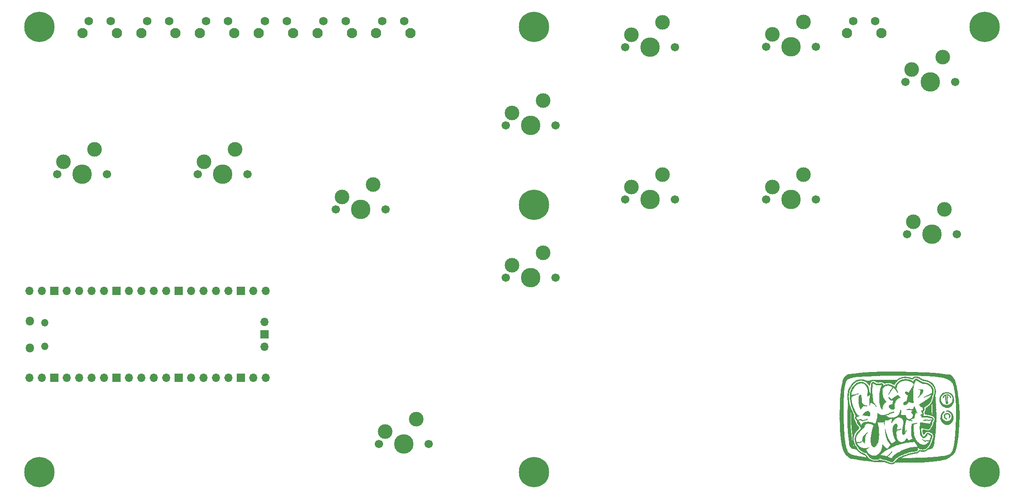
<source format=gts>
G04 #@! TF.GenerationSoftware,KiCad,Pcbnew,(5.1.9)-1*
G04 #@! TF.CreationDate,2021-09-13T12:17:35-05:00*
G04 #@! TF.ProjectId,OSFRD,4f534652-442e-46b6-9963-61645f706362,rev?*
G04 #@! TF.SameCoordinates,Original*
G04 #@! TF.FileFunction,Soldermask,Top*
G04 #@! TF.FilePolarity,Negative*
%FSLAX46Y46*%
G04 Gerber Fmt 4.6, Leading zero omitted, Abs format (unit mm)*
G04 Created by KiCad (PCBNEW (5.1.9)-1) date 2021-09-13 12:17:35*
%MOMM*%
%LPD*%
G01*
G04 APERTURE LIST*
%ADD10C,0.010000*%
%ADD11O,1.700000X1.700000*%
%ADD12R,1.700000X1.700000*%
%ADD13O,1.500000X1.500000*%
%ADD14O,1.800000X1.800000*%
%ADD15C,2.100000*%
%ADD16C,1.750000*%
%ADD17C,1.701800*%
%ADD18C,3.987800*%
%ADD19C,3.000000*%
%ADD20C,6.200000*%
G04 APERTURE END LIST*
D10*
G36*
X227067750Y-117255829D02*
G01*
X227038774Y-117291815D01*
X226959734Y-117337842D01*
X226842462Y-117389769D01*
X226698791Y-117443454D01*
X226540552Y-117494757D01*
X226379578Y-117539535D01*
X226227699Y-117573647D01*
X226107602Y-117591905D01*
X225993034Y-117602227D01*
X225921215Y-117600423D01*
X225871763Y-117581219D01*
X225824299Y-117539337D01*
X225798297Y-117511836D01*
X225754260Y-117467425D01*
X225712178Y-117438646D01*
X225659720Y-117424416D01*
X225584554Y-117423651D01*
X225474348Y-117435267D01*
X225316772Y-117458180D01*
X225269653Y-117465375D01*
X225168365Y-117471895D01*
X225124124Y-117457192D01*
X225138820Y-117429191D01*
X225214339Y-117395818D01*
X225250639Y-117385559D01*
X225356662Y-117356326D01*
X225447858Y-117327607D01*
X225473806Y-117318094D01*
X225612958Y-117288201D01*
X225739577Y-117308605D01*
X225829500Y-117368375D01*
X225878991Y-117412289D01*
X225936185Y-117436155D01*
X226021474Y-117445603D01*
X226112846Y-117446634D01*
X226301648Y-117435383D01*
X226494367Y-117406453D01*
X226668365Y-117364208D01*
X226797875Y-117314619D01*
X226900268Y-117270047D01*
X226989591Y-117244144D01*
X227050276Y-117240302D01*
X227067750Y-117255829D01*
G37*
X227067750Y-117255829D02*
X227038774Y-117291815D01*
X226959734Y-117337842D01*
X226842462Y-117389769D01*
X226698791Y-117443454D01*
X226540552Y-117494757D01*
X226379578Y-117539535D01*
X226227699Y-117573647D01*
X226107602Y-117591905D01*
X225993034Y-117602227D01*
X225921215Y-117600423D01*
X225871763Y-117581219D01*
X225824299Y-117539337D01*
X225798297Y-117511836D01*
X225754260Y-117467425D01*
X225712178Y-117438646D01*
X225659720Y-117424416D01*
X225584554Y-117423651D01*
X225474348Y-117435267D01*
X225316772Y-117458180D01*
X225269653Y-117465375D01*
X225168365Y-117471895D01*
X225124124Y-117457192D01*
X225138820Y-117429191D01*
X225214339Y-117395818D01*
X225250639Y-117385559D01*
X225356662Y-117356326D01*
X225447858Y-117327607D01*
X225473806Y-117318094D01*
X225612958Y-117288201D01*
X225739577Y-117308605D01*
X225829500Y-117368375D01*
X225878991Y-117412289D01*
X225936185Y-117436155D01*
X226021474Y-117445603D01*
X226112846Y-117446634D01*
X226301648Y-117435383D01*
X226494367Y-117406453D01*
X226668365Y-117364208D01*
X226797875Y-117314619D01*
X226900268Y-117270047D01*
X226989591Y-117244144D01*
X227050276Y-117240302D01*
X227067750Y-117255829D01*
G36*
X242920820Y-116947397D02*
G01*
X242942750Y-116983847D01*
X242968403Y-117018927D01*
X242998312Y-117023534D01*
X243044023Y-117042365D01*
X243050144Y-117070615D01*
X243066152Y-117108110D01*
X243105875Y-117106555D01*
X243178049Y-117112950D01*
X243238516Y-117155924D01*
X243260250Y-117209809D01*
X243234268Y-117252198D01*
X243166085Y-117264547D01*
X243070338Y-117245121D01*
X243044486Y-117235374D01*
X242975675Y-117195774D01*
X242960931Y-117158651D01*
X242962381Y-117155921D01*
X242963242Y-117132405D01*
X242936092Y-117138194D01*
X242888757Y-117127997D01*
X242845651Y-117079793D01*
X242822638Y-117017997D01*
X242829753Y-116974527D01*
X242873055Y-116943108D01*
X242920820Y-116947397D01*
G37*
X242920820Y-116947397D02*
X242942750Y-116983847D01*
X242968403Y-117018927D01*
X242998312Y-117023534D01*
X243044023Y-117042365D01*
X243050144Y-117070615D01*
X243066152Y-117108110D01*
X243105875Y-117106555D01*
X243178049Y-117112950D01*
X243238516Y-117155924D01*
X243260250Y-117209809D01*
X243234268Y-117252198D01*
X243166085Y-117264547D01*
X243070338Y-117245121D01*
X243044486Y-117235374D01*
X242975675Y-117195774D01*
X242960931Y-117158651D01*
X242962381Y-117155921D01*
X242963242Y-117132405D01*
X242936092Y-117138194D01*
X242888757Y-117127997D01*
X242845651Y-117079793D01*
X242822638Y-117017997D01*
X242829753Y-116974527D01*
X242873055Y-116943108D01*
X242920820Y-116947397D01*
G36*
X243401774Y-111760752D02*
G01*
X243530797Y-111772496D01*
X243554915Y-111776199D01*
X243744423Y-111832135D01*
X243948383Y-111934990D01*
X244150948Y-112075878D01*
X244264288Y-112174085D01*
X244359189Y-112274853D01*
X244399475Y-112348350D01*
X244386375Y-112397530D01*
X244363562Y-112412436D01*
X244356098Y-112421291D01*
X244387375Y-112416422D01*
X244459187Y-112431167D01*
X244505353Y-112476813D01*
X244539232Y-112530066D01*
X244529540Y-112559830D01*
X244468521Y-112589265D01*
X244467581Y-112589655D01*
X244391401Y-112609159D01*
X244335202Y-112603390D01*
X244316351Y-112575808D01*
X244322361Y-112560698D01*
X244309065Y-112531149D01*
X244261876Y-112501211D01*
X244204765Y-112454503D01*
X244201389Y-112407763D01*
X244190769Y-112350316D01*
X244127899Y-112302757D01*
X244063241Y-112266506D01*
X243999758Y-112222909D01*
X243918636Y-112158349D01*
X243856728Y-112106471D01*
X243799681Y-112071386D01*
X243764515Y-112068433D01*
X243751018Y-112059468D01*
X243757937Y-112031328D01*
X243762653Y-111994733D01*
X243726499Y-111988482D01*
X243690128Y-111994281D01*
X243598712Y-111997129D01*
X243494522Y-111980433D01*
X243402775Y-111950274D01*
X243348685Y-111912735D01*
X243348048Y-111911777D01*
X243327186Y-111896735D01*
X243324201Y-111907375D01*
X243294334Y-111923253D01*
X243213847Y-111934184D01*
X243095535Y-111938521D01*
X243082248Y-111938529D01*
X242949574Y-111941393D01*
X242866362Y-111952509D01*
X242818823Y-111974467D01*
X242803764Y-111990832D01*
X242754018Y-112036994D01*
X242671604Y-112091915D01*
X242631723Y-112114090D01*
X242534708Y-112176073D01*
X242423610Y-112263502D01*
X242346680Y-112334020D01*
X242272224Y-112415086D01*
X242196213Y-112508980D01*
X242126124Y-112604608D01*
X242069437Y-112690876D01*
X242033630Y-112756691D01*
X242026181Y-112790959D01*
X242037985Y-112791939D01*
X242059728Y-112795029D01*
X242059733Y-112836967D01*
X242042457Y-112913538D01*
X242014111Y-113002148D01*
X241984580Y-113062854D01*
X241974924Y-113073701D01*
X241964677Y-113094457D01*
X241982312Y-113097513D01*
X242012137Y-113125028D01*
X242022000Y-113177375D01*
X242008408Y-113237384D01*
X241982312Y-113257715D01*
X241972058Y-113270553D01*
X241998187Y-113291043D01*
X242038674Y-113336333D01*
X242052940Y-113393821D01*
X242038410Y-113438085D01*
X242014062Y-113447736D01*
X241994101Y-113456378D01*
X242018130Y-113475936D01*
X242045005Y-113517657D01*
X242039930Y-113539174D01*
X242044822Y-113578396D01*
X242067612Y-113593746D01*
X242111051Y-113633307D01*
X242117250Y-113657021D01*
X242131699Y-113697096D01*
X242142243Y-113701250D01*
X242164282Y-113728110D01*
X242172258Y-113767918D01*
X242200898Y-113840475D01*
X242234528Y-113876448D01*
X242270768Y-113917358D01*
X242269524Y-113940558D01*
X242268806Y-113976464D01*
X242306069Y-114018399D01*
X242361064Y-114047062D01*
X242384857Y-114050500D01*
X242429589Y-114071722D01*
X242440298Y-114140095D01*
X242438001Y-114165725D01*
X242461332Y-114200135D01*
X242521906Y-114230014D01*
X242593825Y-114244100D01*
X242616303Y-114243284D01*
X242666713Y-114253983D01*
X242746886Y-114286325D01*
X242778709Y-114301801D01*
X242895098Y-114345113D01*
X243021691Y-114370165D01*
X243041656Y-114371655D01*
X243135956Y-114382033D01*
X243205213Y-114399962D01*
X243218532Y-114407147D01*
X243278120Y-114416084D01*
X243327189Y-114397909D01*
X243408760Y-114369441D01*
X243508130Y-114352974D01*
X243511781Y-114352726D01*
X243662728Y-114325579D01*
X243792943Y-114269843D01*
X243853361Y-114223924D01*
X243920885Y-114191473D01*
X243962095Y-114194436D01*
X244010458Y-114194820D01*
X244022250Y-114154453D01*
X244044216Y-114103621D01*
X244101684Y-114028102D01*
X244178621Y-113947791D01*
X244252093Y-113873110D01*
X244297080Y-113816625D01*
X244304322Y-113790051D01*
X244303549Y-113789724D01*
X244299812Y-113762186D01*
X244332948Y-113709217D01*
X244337678Y-113703638D01*
X244384683Y-113631280D01*
X244403250Y-113568395D01*
X244425509Y-113509440D01*
X244450875Y-113490481D01*
X244487466Y-113456969D01*
X244498336Y-113412142D01*
X244478228Y-113384649D01*
X244470453Y-113383750D01*
X244440809Y-113357326D01*
X244425800Y-113320250D01*
X244424855Y-113269664D01*
X244440111Y-113256750D01*
X244456883Y-113232016D01*
X244451255Y-113194449D01*
X244449433Y-113116069D01*
X244464737Y-113070010D01*
X244481356Y-113015883D01*
X244458558Y-112993584D01*
X244436124Y-112970418D01*
X244454475Y-112920020D01*
X244461956Y-112907044D01*
X244488109Y-112856643D01*
X244477354Y-112846555D01*
X244456930Y-112853157D01*
X244412633Y-112844348D01*
X244389347Y-112792931D01*
X244394603Y-112704518D01*
X244448852Y-112641714D01*
X244524279Y-112621750D01*
X244576132Y-112643660D01*
X244604207Y-112692191D01*
X244599148Y-112741539D01*
X244574901Y-112761372D01*
X244546430Y-112796023D01*
X244561060Y-112843553D01*
X244609955Y-112880307D01*
X244620575Y-112883661D01*
X244657931Y-112914704D01*
X244679409Y-112967664D01*
X244678958Y-113016248D01*
X244655276Y-113034500D01*
X244629135Y-113060370D01*
X244625500Y-113083998D01*
X244640892Y-113116861D01*
X244657250Y-113113875D01*
X244686572Y-113114883D01*
X244689000Y-113125230D01*
X244663925Y-113162791D01*
X244649312Y-113170090D01*
X244631825Y-113194650D01*
X244664169Y-113245402D01*
X244668297Y-113250110D01*
X244704671Y-113308786D01*
X244706723Y-113349009D01*
X244695250Y-113375825D01*
X244684220Y-113424241D01*
X244671653Y-113506182D01*
X244655572Y-113633569D01*
X244645884Y-113715549D01*
X244626955Y-113786258D01*
X244598277Y-113821449D01*
X244576106Y-113851715D01*
X244580537Y-113864307D01*
X244580407Y-113910543D01*
X244556437Y-113982511D01*
X244519960Y-114055666D01*
X244482308Y-114105462D01*
X244465260Y-114114000D01*
X244441879Y-114132157D01*
X244442884Y-114137812D01*
X244433195Y-114186803D01*
X244394168Y-114258868D01*
X244340914Y-114332415D01*
X244288547Y-114385850D01*
X244259571Y-114399750D01*
X244225683Y-114414590D01*
X244228219Y-114430843D01*
X244232576Y-114488928D01*
X244193530Y-114547536D01*
X244127789Y-114586723D01*
X244092570Y-114592756D01*
X244043480Y-114599180D01*
X244045738Y-114611145D01*
X244046062Y-114611277D01*
X244082854Y-114645516D01*
X244085750Y-114658269D01*
X244065824Y-114674067D01*
X244051462Y-114668056D01*
X244010084Y-114674519D01*
X243971175Y-114712540D01*
X243909926Y-114762061D01*
X243820267Y-114797157D01*
X243807024Y-114799937D01*
X243726345Y-114818873D01*
X243677072Y-114838070D01*
X243673000Y-114841538D01*
X243605800Y-114884512D01*
X243502203Y-114908482D01*
X243387850Y-114907993D01*
X243371987Y-114905583D01*
X243281668Y-114895085D01*
X243215321Y-114896463D01*
X243205697Y-114898926D01*
X243149484Y-114899955D01*
X243070285Y-114880944D01*
X243070147Y-114880896D01*
X243000839Y-114863205D01*
X242974732Y-114876798D01*
X242973490Y-114885589D01*
X242958839Y-114898148D01*
X242933802Y-114873248D01*
X242919614Y-114860125D01*
X243419000Y-114860125D01*
X243434875Y-114876000D01*
X243450750Y-114860125D01*
X243434875Y-114844250D01*
X243419000Y-114860125D01*
X242919614Y-114860125D01*
X242871353Y-114815490D01*
X242790339Y-114767257D01*
X242717540Y-114743243D01*
X242697459Y-114743553D01*
X242625825Y-114730404D01*
X242565038Y-114696083D01*
X242794583Y-114696083D01*
X242798941Y-114714958D01*
X242815750Y-114717250D01*
X242841883Y-114705633D01*
X242836916Y-114696083D01*
X242799236Y-114692283D01*
X242794583Y-114696083D01*
X242565038Y-114696083D01*
X242547393Y-114686120D01*
X242942750Y-114686120D01*
X242970754Y-114706316D01*
X243040006Y-114716825D01*
X243059166Y-114717250D01*
X243128967Y-114712624D01*
X243157349Y-114701135D01*
X243155692Y-114697358D01*
X243110407Y-114677111D01*
X243060113Y-114669625D01*
X243271686Y-114669625D01*
X243295050Y-114686706D01*
X243372474Y-114699018D01*
X243494601Y-114705093D01*
X243498419Y-114705156D01*
X243612201Y-114703708D01*
X243696380Y-114696434D01*
X243735453Y-114684819D01*
X243736500Y-114682340D01*
X243713061Y-114668447D01*
X243688875Y-114674018D01*
X243648034Y-114673856D01*
X243641250Y-114659792D01*
X243666329Y-114620628D01*
X243680937Y-114613117D01*
X243692385Y-114600833D01*
X243778833Y-114600833D01*
X243783191Y-114619708D01*
X243800000Y-114622000D01*
X243826133Y-114610383D01*
X243821166Y-114600833D01*
X243783486Y-114597033D01*
X243778833Y-114600833D01*
X243692385Y-114600833D01*
X243704852Y-114587456D01*
X243699763Y-114576380D01*
X243660634Y-114574279D01*
X243592259Y-114598812D01*
X243581764Y-114604049D01*
X243481797Y-114637484D01*
X243383831Y-114646077D01*
X243310995Y-114649266D01*
X243272298Y-114668204D01*
X243271686Y-114669625D01*
X243060113Y-114669625D01*
X243042066Y-114666939D01*
X242977503Y-114668259D01*
X242943549Y-114682486D01*
X242942750Y-114686120D01*
X242547393Y-114686120D01*
X242524525Y-114673209D01*
X242403052Y-114577909D01*
X242399205Y-114574375D01*
X242688750Y-114574375D01*
X242704625Y-114590250D01*
X242720500Y-114574375D01*
X242704625Y-114558500D01*
X242688750Y-114574375D01*
X242399205Y-114574375D01*
X242364636Y-114542625D01*
X242815750Y-114542625D01*
X242831625Y-114558500D01*
X243927000Y-114558500D01*
X243938616Y-114584633D01*
X243948166Y-114579666D01*
X243951966Y-114541986D01*
X243948166Y-114537333D01*
X243929291Y-114541691D01*
X243927000Y-114558500D01*
X242831625Y-114558500D01*
X242847500Y-114542625D01*
X242831625Y-114526750D01*
X242815750Y-114542625D01*
X242364636Y-114542625D01*
X242339500Y-114519540D01*
X242238977Y-114419312D01*
X243969538Y-114419312D01*
X243974625Y-114431500D01*
X244016684Y-114462064D01*
X244025997Y-114463250D01*
X244043211Y-114443687D01*
X244038125Y-114431500D01*
X243996065Y-114400935D01*
X243986752Y-114399750D01*
X243969538Y-114419312D01*
X242238977Y-114419312D01*
X242235717Y-114416062D01*
X242151386Y-114324912D01*
X242094058Y-114254972D01*
X242071286Y-114215127D01*
X242075775Y-114209250D01*
X242070840Y-114189215D01*
X242031839Y-114139374D01*
X242016028Y-114121937D01*
X241925665Y-113991415D01*
X241847688Y-113814043D01*
X241787574Y-113606094D01*
X241763920Y-113463125D01*
X241926750Y-113463125D01*
X241942625Y-113479000D01*
X241958500Y-113463125D01*
X241942625Y-113447250D01*
X241926750Y-113463125D01*
X241763920Y-113463125D01*
X241750802Y-113383843D01*
X241745160Y-113317110D01*
X241738192Y-113175042D01*
X241740046Y-113086816D01*
X241751417Y-113043297D01*
X241766697Y-113034500D01*
X241792138Y-113011748D01*
X241788268Y-112986875D01*
X241781300Y-112914829D01*
X241813937Y-112869949D01*
X241861717Y-112866149D01*
X241920076Y-112863032D01*
X241940915Y-112846765D01*
X241931628Y-112820106D01*
X241873061Y-112809743D01*
X241822288Y-112803472D01*
X241822288Y-112791758D01*
X241823562Y-112791222D01*
X241856689Y-112750003D01*
X241863250Y-112713448D01*
X241882232Y-112630055D01*
X241932185Y-112516935D01*
X242002619Y-112392457D01*
X242083043Y-112274990D01*
X242162969Y-112182902D01*
X242170029Y-112176256D01*
X242316774Y-112045503D01*
X242432584Y-111954541D01*
X242529515Y-111896428D01*
X242568442Y-111882515D01*
X243167645Y-111882515D01*
X243183238Y-111889528D01*
X243223208Y-111891500D01*
X243273180Y-111874008D01*
X243535138Y-111874008D01*
X243536547Y-111906223D01*
X243563491Y-111902361D01*
X243604491Y-111871101D01*
X243609500Y-111856353D01*
X243592109Y-111828835D01*
X243557264Y-111841459D01*
X243535138Y-111874008D01*
X243273180Y-111874008D01*
X243280191Y-111871554D01*
X243292000Y-111839987D01*
X243284661Y-111806204D01*
X243251885Y-111819549D01*
X243236437Y-111831003D01*
X243186536Y-111868736D01*
X243167645Y-111882515D01*
X242568442Y-111882515D01*
X242619624Y-111864222D01*
X242714969Y-111850982D01*
X242736760Y-111849963D01*
X242832280Y-111843350D01*
X242895552Y-111832697D01*
X242910945Y-111824031D01*
X242940289Y-111798692D01*
X243018519Y-111778619D01*
X243131160Y-111764888D01*
X243263737Y-111758574D01*
X243401774Y-111760752D01*
G37*
X243401774Y-111760752D02*
X243530797Y-111772496D01*
X243554915Y-111776199D01*
X243744423Y-111832135D01*
X243948383Y-111934990D01*
X244150948Y-112075878D01*
X244264288Y-112174085D01*
X244359189Y-112274853D01*
X244399475Y-112348350D01*
X244386375Y-112397530D01*
X244363562Y-112412436D01*
X244356098Y-112421291D01*
X244387375Y-112416422D01*
X244459187Y-112431167D01*
X244505353Y-112476813D01*
X244539232Y-112530066D01*
X244529540Y-112559830D01*
X244468521Y-112589265D01*
X244467581Y-112589655D01*
X244391401Y-112609159D01*
X244335202Y-112603390D01*
X244316351Y-112575808D01*
X244322361Y-112560698D01*
X244309065Y-112531149D01*
X244261876Y-112501211D01*
X244204765Y-112454503D01*
X244201389Y-112407763D01*
X244190769Y-112350316D01*
X244127899Y-112302757D01*
X244063241Y-112266506D01*
X243999758Y-112222909D01*
X243918636Y-112158349D01*
X243856728Y-112106471D01*
X243799681Y-112071386D01*
X243764515Y-112068433D01*
X243751018Y-112059468D01*
X243757937Y-112031328D01*
X243762653Y-111994733D01*
X243726499Y-111988482D01*
X243690128Y-111994281D01*
X243598712Y-111997129D01*
X243494522Y-111980433D01*
X243402775Y-111950274D01*
X243348685Y-111912735D01*
X243348048Y-111911777D01*
X243327186Y-111896735D01*
X243324201Y-111907375D01*
X243294334Y-111923253D01*
X243213847Y-111934184D01*
X243095535Y-111938521D01*
X243082248Y-111938529D01*
X242949574Y-111941393D01*
X242866362Y-111952509D01*
X242818823Y-111974467D01*
X242803764Y-111990832D01*
X242754018Y-112036994D01*
X242671604Y-112091915D01*
X242631723Y-112114090D01*
X242534708Y-112176073D01*
X242423610Y-112263502D01*
X242346680Y-112334020D01*
X242272224Y-112415086D01*
X242196213Y-112508980D01*
X242126124Y-112604608D01*
X242069437Y-112690876D01*
X242033630Y-112756691D01*
X242026181Y-112790959D01*
X242037985Y-112791939D01*
X242059728Y-112795029D01*
X242059733Y-112836967D01*
X242042457Y-112913538D01*
X242014111Y-113002148D01*
X241984580Y-113062854D01*
X241974924Y-113073701D01*
X241964677Y-113094457D01*
X241982312Y-113097513D01*
X242012137Y-113125028D01*
X242022000Y-113177375D01*
X242008408Y-113237384D01*
X241982312Y-113257715D01*
X241972058Y-113270553D01*
X241998187Y-113291043D01*
X242038674Y-113336333D01*
X242052940Y-113393821D01*
X242038410Y-113438085D01*
X242014062Y-113447736D01*
X241994101Y-113456378D01*
X242018130Y-113475936D01*
X242045005Y-113517657D01*
X242039930Y-113539174D01*
X242044822Y-113578396D01*
X242067612Y-113593746D01*
X242111051Y-113633307D01*
X242117250Y-113657021D01*
X242131699Y-113697096D01*
X242142243Y-113701250D01*
X242164282Y-113728110D01*
X242172258Y-113767918D01*
X242200898Y-113840475D01*
X242234528Y-113876448D01*
X242270768Y-113917358D01*
X242269524Y-113940558D01*
X242268806Y-113976464D01*
X242306069Y-114018399D01*
X242361064Y-114047062D01*
X242384857Y-114050500D01*
X242429589Y-114071722D01*
X242440298Y-114140095D01*
X242438001Y-114165725D01*
X242461332Y-114200135D01*
X242521906Y-114230014D01*
X242593825Y-114244100D01*
X242616303Y-114243284D01*
X242666713Y-114253983D01*
X242746886Y-114286325D01*
X242778709Y-114301801D01*
X242895098Y-114345113D01*
X243021691Y-114370165D01*
X243041656Y-114371655D01*
X243135956Y-114382033D01*
X243205213Y-114399962D01*
X243218532Y-114407147D01*
X243278120Y-114416084D01*
X243327189Y-114397909D01*
X243408760Y-114369441D01*
X243508130Y-114352974D01*
X243511781Y-114352726D01*
X243662728Y-114325579D01*
X243792943Y-114269843D01*
X243853361Y-114223924D01*
X243920885Y-114191473D01*
X243962095Y-114194436D01*
X244010458Y-114194820D01*
X244022250Y-114154453D01*
X244044216Y-114103621D01*
X244101684Y-114028102D01*
X244178621Y-113947791D01*
X244252093Y-113873110D01*
X244297080Y-113816625D01*
X244304322Y-113790051D01*
X244303549Y-113789724D01*
X244299812Y-113762186D01*
X244332948Y-113709217D01*
X244337678Y-113703638D01*
X244384683Y-113631280D01*
X244403250Y-113568395D01*
X244425509Y-113509440D01*
X244450875Y-113490481D01*
X244487466Y-113456969D01*
X244498336Y-113412142D01*
X244478228Y-113384649D01*
X244470453Y-113383750D01*
X244440809Y-113357326D01*
X244425800Y-113320250D01*
X244424855Y-113269664D01*
X244440111Y-113256750D01*
X244456883Y-113232016D01*
X244451255Y-113194449D01*
X244449433Y-113116069D01*
X244464737Y-113070010D01*
X244481356Y-113015883D01*
X244458558Y-112993584D01*
X244436124Y-112970418D01*
X244454475Y-112920020D01*
X244461956Y-112907044D01*
X244488109Y-112856643D01*
X244477354Y-112846555D01*
X244456930Y-112853157D01*
X244412633Y-112844348D01*
X244389347Y-112792931D01*
X244394603Y-112704518D01*
X244448852Y-112641714D01*
X244524279Y-112621750D01*
X244576132Y-112643660D01*
X244604207Y-112692191D01*
X244599148Y-112741539D01*
X244574901Y-112761372D01*
X244546430Y-112796023D01*
X244561060Y-112843553D01*
X244609955Y-112880307D01*
X244620575Y-112883661D01*
X244657931Y-112914704D01*
X244679409Y-112967664D01*
X244678958Y-113016248D01*
X244655276Y-113034500D01*
X244629135Y-113060370D01*
X244625500Y-113083998D01*
X244640892Y-113116861D01*
X244657250Y-113113875D01*
X244686572Y-113114883D01*
X244689000Y-113125230D01*
X244663925Y-113162791D01*
X244649312Y-113170090D01*
X244631825Y-113194650D01*
X244664169Y-113245402D01*
X244668297Y-113250110D01*
X244704671Y-113308786D01*
X244706723Y-113349009D01*
X244695250Y-113375825D01*
X244684220Y-113424241D01*
X244671653Y-113506182D01*
X244655572Y-113633569D01*
X244645884Y-113715549D01*
X244626955Y-113786258D01*
X244598277Y-113821449D01*
X244576106Y-113851715D01*
X244580537Y-113864307D01*
X244580407Y-113910543D01*
X244556437Y-113982511D01*
X244519960Y-114055666D01*
X244482308Y-114105462D01*
X244465260Y-114114000D01*
X244441879Y-114132157D01*
X244442884Y-114137812D01*
X244433195Y-114186803D01*
X244394168Y-114258868D01*
X244340914Y-114332415D01*
X244288547Y-114385850D01*
X244259571Y-114399750D01*
X244225683Y-114414590D01*
X244228219Y-114430843D01*
X244232576Y-114488928D01*
X244193530Y-114547536D01*
X244127789Y-114586723D01*
X244092570Y-114592756D01*
X244043480Y-114599180D01*
X244045738Y-114611145D01*
X244046062Y-114611277D01*
X244082854Y-114645516D01*
X244085750Y-114658269D01*
X244065824Y-114674067D01*
X244051462Y-114668056D01*
X244010084Y-114674519D01*
X243971175Y-114712540D01*
X243909926Y-114762061D01*
X243820267Y-114797157D01*
X243807024Y-114799937D01*
X243726345Y-114818873D01*
X243677072Y-114838070D01*
X243673000Y-114841538D01*
X243605800Y-114884512D01*
X243502203Y-114908482D01*
X243387850Y-114907993D01*
X243371987Y-114905583D01*
X243281668Y-114895085D01*
X243215321Y-114896463D01*
X243205697Y-114898926D01*
X243149484Y-114899955D01*
X243070285Y-114880944D01*
X243070147Y-114880896D01*
X243000839Y-114863205D01*
X242974732Y-114876798D01*
X242973490Y-114885589D01*
X242958839Y-114898148D01*
X242933802Y-114873248D01*
X242919614Y-114860125D01*
X243419000Y-114860125D01*
X243434875Y-114876000D01*
X243450750Y-114860125D01*
X243434875Y-114844250D01*
X243419000Y-114860125D01*
X242919614Y-114860125D01*
X242871353Y-114815490D01*
X242790339Y-114767257D01*
X242717540Y-114743243D01*
X242697459Y-114743553D01*
X242625825Y-114730404D01*
X242565038Y-114696083D01*
X242794583Y-114696083D01*
X242798941Y-114714958D01*
X242815750Y-114717250D01*
X242841883Y-114705633D01*
X242836916Y-114696083D01*
X242799236Y-114692283D01*
X242794583Y-114696083D01*
X242565038Y-114696083D01*
X242547393Y-114686120D01*
X242942750Y-114686120D01*
X242970754Y-114706316D01*
X243040006Y-114716825D01*
X243059166Y-114717250D01*
X243128967Y-114712624D01*
X243157349Y-114701135D01*
X243155692Y-114697358D01*
X243110407Y-114677111D01*
X243060113Y-114669625D01*
X243271686Y-114669625D01*
X243295050Y-114686706D01*
X243372474Y-114699018D01*
X243494601Y-114705093D01*
X243498419Y-114705156D01*
X243612201Y-114703708D01*
X243696380Y-114696434D01*
X243735453Y-114684819D01*
X243736500Y-114682340D01*
X243713061Y-114668447D01*
X243688875Y-114674018D01*
X243648034Y-114673856D01*
X243641250Y-114659792D01*
X243666329Y-114620628D01*
X243680937Y-114613117D01*
X243692385Y-114600833D01*
X243778833Y-114600833D01*
X243783191Y-114619708D01*
X243800000Y-114622000D01*
X243826133Y-114610383D01*
X243821166Y-114600833D01*
X243783486Y-114597033D01*
X243778833Y-114600833D01*
X243692385Y-114600833D01*
X243704852Y-114587456D01*
X243699763Y-114576380D01*
X243660634Y-114574279D01*
X243592259Y-114598812D01*
X243581764Y-114604049D01*
X243481797Y-114637484D01*
X243383831Y-114646077D01*
X243310995Y-114649266D01*
X243272298Y-114668204D01*
X243271686Y-114669625D01*
X243060113Y-114669625D01*
X243042066Y-114666939D01*
X242977503Y-114668259D01*
X242943549Y-114682486D01*
X242942750Y-114686120D01*
X242547393Y-114686120D01*
X242524525Y-114673209D01*
X242403052Y-114577909D01*
X242399205Y-114574375D01*
X242688750Y-114574375D01*
X242704625Y-114590250D01*
X242720500Y-114574375D01*
X242704625Y-114558500D01*
X242688750Y-114574375D01*
X242399205Y-114574375D01*
X242364636Y-114542625D01*
X242815750Y-114542625D01*
X242831625Y-114558500D01*
X243927000Y-114558500D01*
X243938616Y-114584633D01*
X243948166Y-114579666D01*
X243951966Y-114541986D01*
X243948166Y-114537333D01*
X243929291Y-114541691D01*
X243927000Y-114558500D01*
X242831625Y-114558500D01*
X242847500Y-114542625D01*
X242831625Y-114526750D01*
X242815750Y-114542625D01*
X242364636Y-114542625D01*
X242339500Y-114519540D01*
X242238977Y-114419312D01*
X243969538Y-114419312D01*
X243974625Y-114431500D01*
X244016684Y-114462064D01*
X244025997Y-114463250D01*
X244043211Y-114443687D01*
X244038125Y-114431500D01*
X243996065Y-114400935D01*
X243986752Y-114399750D01*
X243969538Y-114419312D01*
X242238977Y-114419312D01*
X242235717Y-114416062D01*
X242151386Y-114324912D01*
X242094058Y-114254972D01*
X242071286Y-114215127D01*
X242075775Y-114209250D01*
X242070840Y-114189215D01*
X242031839Y-114139374D01*
X242016028Y-114121937D01*
X241925665Y-113991415D01*
X241847688Y-113814043D01*
X241787574Y-113606094D01*
X241763920Y-113463125D01*
X241926750Y-113463125D01*
X241942625Y-113479000D01*
X241958500Y-113463125D01*
X241942625Y-113447250D01*
X241926750Y-113463125D01*
X241763920Y-113463125D01*
X241750802Y-113383843D01*
X241745160Y-113317110D01*
X241738192Y-113175042D01*
X241740046Y-113086816D01*
X241751417Y-113043297D01*
X241766697Y-113034500D01*
X241792138Y-113011748D01*
X241788268Y-112986875D01*
X241781300Y-112914829D01*
X241813937Y-112869949D01*
X241861717Y-112866149D01*
X241920076Y-112863032D01*
X241940915Y-112846765D01*
X241931628Y-112820106D01*
X241873061Y-112809743D01*
X241822288Y-112803472D01*
X241822288Y-112791758D01*
X241823562Y-112791222D01*
X241856689Y-112750003D01*
X241863250Y-112713448D01*
X241882232Y-112630055D01*
X241932185Y-112516935D01*
X242002619Y-112392457D01*
X242083043Y-112274990D01*
X242162969Y-112182902D01*
X242170029Y-112176256D01*
X242316774Y-112045503D01*
X242432584Y-111954541D01*
X242529515Y-111896428D01*
X242568442Y-111882515D01*
X243167645Y-111882515D01*
X243183238Y-111889528D01*
X243223208Y-111891500D01*
X243273180Y-111874008D01*
X243535138Y-111874008D01*
X243536547Y-111906223D01*
X243563491Y-111902361D01*
X243604491Y-111871101D01*
X243609500Y-111856353D01*
X243592109Y-111828835D01*
X243557264Y-111841459D01*
X243535138Y-111874008D01*
X243273180Y-111874008D01*
X243280191Y-111871554D01*
X243292000Y-111839987D01*
X243284661Y-111806204D01*
X243251885Y-111819549D01*
X243236437Y-111831003D01*
X243186536Y-111868736D01*
X243167645Y-111882515D01*
X242568442Y-111882515D01*
X242619624Y-111864222D01*
X242714969Y-111850982D01*
X242736760Y-111849963D01*
X242832280Y-111843350D01*
X242895552Y-111832697D01*
X242910945Y-111824031D01*
X242940289Y-111798692D01*
X243018519Y-111778619D01*
X243131160Y-111764888D01*
X243263737Y-111758574D01*
X243401774Y-111760752D01*
G36*
X243387110Y-115526951D02*
G01*
X243427902Y-115532320D01*
X243531547Y-115544241D01*
X243613614Y-115549061D01*
X243641250Y-115547836D01*
X243672807Y-115546096D01*
X243650372Y-115566389D01*
X243641250Y-115572689D01*
X243618623Y-115596057D01*
X243650008Y-115604975D01*
X243679443Y-115605763D01*
X243764628Y-115617375D01*
X243848897Y-115645261D01*
X243909914Y-115680322D01*
X243927000Y-115706596D01*
X243952854Y-115730127D01*
X243975621Y-115733250D01*
X244028598Y-115758936D01*
X244042518Y-115780875D01*
X244080599Y-115823037D01*
X244101625Y-115828500D01*
X244147506Y-115854059D01*
X244160859Y-115876458D01*
X244182314Y-115931682D01*
X244188068Y-115946138D01*
X244214347Y-115979448D01*
X244270926Y-116039123D01*
X244304959Y-116072831D01*
X244368766Y-116137719D01*
X244391978Y-116177901D01*
X244380250Y-116212180D01*
X244355601Y-116241276D01*
X244317521Y-116287239D01*
X244324706Y-116303023D01*
X244362691Y-116304750D01*
X244436127Y-116325712D01*
X244484291Y-116393903D01*
X244510008Y-116495250D01*
X244529737Y-116592996D01*
X244559114Y-116714104D01*
X244574425Y-116770801D01*
X244603076Y-116924320D01*
X244592686Y-117037946D01*
X244543796Y-117106290D01*
X244540619Y-117108262D01*
X244514352Y-117136420D01*
X244539052Y-117175271D01*
X244543787Y-117180073D01*
X244576854Y-117247571D01*
X244577708Y-117289862D01*
X244556851Y-117354915D01*
X244516873Y-117449409D01*
X244465540Y-117557996D01*
X244410621Y-117665328D01*
X244359883Y-117756057D01*
X244321091Y-117814832D01*
X244305005Y-117828750D01*
X244279259Y-117854406D01*
X244276250Y-117874896D01*
X244251729Y-117930256D01*
X244186950Y-118008003D01*
X244095083Y-118096210D01*
X243989300Y-118182950D01*
X243882771Y-118256297D01*
X243813552Y-118293867D01*
X243701447Y-118337600D01*
X243568840Y-118378042D01*
X243437414Y-118409734D01*
X243328851Y-118427216D01*
X243279728Y-118428265D01*
X243229483Y-118421127D01*
X243141559Y-118407186D01*
X243088695Y-118398451D01*
X242992891Y-118375369D01*
X242924100Y-118345957D01*
X242906618Y-118330748D01*
X242883738Y-118307120D01*
X242879736Y-118313892D01*
X242854321Y-118312734D01*
X242788196Y-118285824D01*
X242696687Y-118239520D01*
X242594045Y-118174777D01*
X242485631Y-118092045D01*
X242384171Y-118002969D01*
X242302393Y-117919195D01*
X242270760Y-117876375D01*
X243133250Y-117876375D01*
X243149125Y-117892250D01*
X243165000Y-117876375D01*
X243292000Y-117876375D01*
X243307875Y-117892250D01*
X243323750Y-117876375D01*
X243307875Y-117860500D01*
X243292000Y-117876375D01*
X243165000Y-117876375D01*
X243149125Y-117860500D01*
X243133250Y-117876375D01*
X242270760Y-117876375D01*
X242253023Y-117852367D01*
X242244250Y-117825551D01*
X242223880Y-117777804D01*
X242197974Y-117746188D01*
X242169399Y-117691280D01*
X242475069Y-117691280D01*
X242484103Y-117736397D01*
X242514125Y-117772701D01*
X242569898Y-117796023D01*
X242605142Y-117782526D01*
X242605051Y-117749557D01*
X242604883Y-117749375D01*
X242784000Y-117749375D01*
X242799875Y-117765250D01*
X242815750Y-117749375D01*
X242799875Y-117733500D01*
X242784000Y-117749375D01*
X242604883Y-117749375D01*
X242575164Y-117717315D01*
X242558423Y-117719681D01*
X242531657Y-117713887D01*
X242530000Y-117703623D01*
X242506952Y-117671292D01*
X242498250Y-117670000D01*
X242475069Y-117691280D01*
X242169399Y-117691280D01*
X242167688Y-117687993D01*
X242169620Y-117653206D01*
X242168113Y-117612974D01*
X242153212Y-117606500D01*
X242114258Y-117577851D01*
X242071669Y-117502885D01*
X242044317Y-117431875D01*
X242339500Y-117431875D01*
X242355375Y-117447750D01*
X242371250Y-117431875D01*
X242355375Y-117416000D01*
X242339500Y-117431875D01*
X242044317Y-117431875D01*
X242031296Y-117398073D01*
X241998988Y-117279886D01*
X241997908Y-117273125D01*
X242085500Y-117273125D01*
X242101375Y-117289000D01*
X242117250Y-117273125D01*
X242101375Y-117257250D01*
X242085500Y-117273125D01*
X241997908Y-117273125D01*
X241980594Y-117164794D01*
X241978434Y-117114375D01*
X241982911Y-117004620D01*
X241993230Y-116875875D01*
X242007492Y-116743133D01*
X242023796Y-116621385D01*
X242040242Y-116525624D01*
X242054930Y-116470841D01*
X242060922Y-116463500D01*
X242078921Y-116440251D01*
X242074018Y-116415875D01*
X242244250Y-116415875D01*
X242260125Y-116431750D01*
X242276000Y-116415875D01*
X242260125Y-116400000D01*
X242244250Y-116415875D01*
X242074018Y-116415875D01*
X242074601Y-116375056D01*
X242089142Y-116368250D01*
X242111304Y-116345539D01*
X242108547Y-116328562D01*
X242116902Y-116281727D01*
X242151563Y-116208563D01*
X242199639Y-116132697D01*
X242242770Y-116082500D01*
X242268704Y-116045175D01*
X242302562Y-115984294D01*
X242383486Y-115856007D01*
X242474410Y-115757918D01*
X242566025Y-115695328D01*
X242649027Y-115673534D01*
X242714107Y-115697837D01*
X242740003Y-115735205D01*
X242748563Y-115778915D01*
X242729054Y-115829029D01*
X242674067Y-115899321D01*
X242620448Y-115957455D01*
X242540847Y-116036526D01*
X242475380Y-116092872D01*
X242438340Y-116114250D01*
X242417963Y-116137144D01*
X242422004Y-116158580D01*
X242411709Y-116207551D01*
X242369940Y-116251293D01*
X242324845Y-116296268D01*
X242318620Y-116328402D01*
X242320533Y-116372273D01*
X242307528Y-116457138D01*
X242287328Y-116544950D01*
X242259534Y-116678052D01*
X242257696Y-116777525D01*
X242270928Y-116839139D01*
X242286496Y-116931832D01*
X242279461Y-117010526D01*
X242278457Y-117013404D01*
X242272846Y-117074270D01*
X242319951Y-117114510D01*
X242377968Y-117165685D01*
X242398367Y-117209018D01*
X242435392Y-117279592D01*
X242515877Y-117369018D01*
X242627168Y-117466417D01*
X242756613Y-117560916D01*
X242891557Y-117641638D01*
X242916526Y-117654398D01*
X243027627Y-117707707D01*
X243101875Y-117735215D01*
X243158706Y-117740518D01*
X243217553Y-117727215D01*
X243249901Y-117716105D01*
X243358633Y-117683521D01*
X243435622Y-117672608D01*
X243470323Y-117684081D01*
X243466849Y-117701386D01*
X243471951Y-117719448D01*
X243496543Y-117713934D01*
X243531797Y-117686696D01*
X243531581Y-117672355D01*
X243545929Y-117655966D01*
X243658126Y-117655966D01*
X243677547Y-117673482D01*
X243722028Y-117698304D01*
X243726115Y-117681574D01*
X243716301Y-117654307D01*
X243684830Y-117623129D01*
X243666283Y-117626526D01*
X243658126Y-117655966D01*
X243545929Y-117655966D01*
X243550797Y-117650407D01*
X243615094Y-117617496D01*
X243682575Y-117590989D01*
X243808400Y-117536006D01*
X243908446Y-117463379D01*
X244002578Y-117356720D01*
X244054618Y-117284071D01*
X244114552Y-117204049D01*
X244169485Y-117142323D01*
X244177985Y-117134544D01*
X244209203Y-117096891D01*
X244187627Y-117075899D01*
X244175237Y-117049405D01*
X244216361Y-116996361D01*
X244230905Y-116982480D01*
X244284326Y-116929029D01*
X244294178Y-116897053D01*
X244264628Y-116866154D01*
X244256028Y-116859573D01*
X244221510Y-116824570D01*
X244240450Y-116813759D01*
X244267184Y-116802381D01*
X244247598Y-116768858D01*
X244221068Y-116705796D01*
X244212909Y-116633921D01*
X244208953Y-116552008D01*
X244295858Y-116552008D01*
X244308996Y-116558750D01*
X244336285Y-116533018D01*
X244339750Y-116511125D01*
X244332957Y-116468763D01*
X244327271Y-116463500D01*
X244306799Y-116488327D01*
X244296518Y-116511125D01*
X244295858Y-116552008D01*
X244208953Y-116552008D01*
X244207892Y-116530054D01*
X244191890Y-116433070D01*
X244176257Y-116384125D01*
X244403250Y-116384125D01*
X244419125Y-116400000D01*
X244435000Y-116384125D01*
X244419125Y-116368250D01*
X244403250Y-116384125D01*
X244176257Y-116384125D01*
X244169247Y-116362179D01*
X244145646Y-116336500D01*
X244130253Y-116320625D01*
X244244500Y-116320625D01*
X244260375Y-116336500D01*
X244276250Y-116320625D01*
X244260375Y-116304750D01*
X244244500Y-116320625D01*
X244130253Y-116320625D01*
X244120659Y-116310731D01*
X244117500Y-116288875D01*
X244134016Y-116246613D01*
X244148065Y-116241250D01*
X244144006Y-116220973D01*
X244103515Y-116167972D01*
X244039772Y-116098375D01*
X244007644Y-116066625D01*
X244149250Y-116066625D01*
X244165125Y-116082500D01*
X244181000Y-116066625D01*
X244165125Y-116050750D01*
X244149250Y-116066625D01*
X244007644Y-116066625D01*
X243964466Y-116023956D01*
X243906475Y-115972277D01*
X243880690Y-115955500D01*
X243847808Y-115934432D01*
X243846138Y-115932850D01*
X243963867Y-115932850D01*
X243971593Y-115950594D01*
X244003562Y-115984679D01*
X244021940Y-115977687D01*
X244022250Y-115973248D01*
X243999698Y-115946394D01*
X243985594Y-115936593D01*
X243963867Y-115932850D01*
X243846138Y-115932850D01*
X243793100Y-115882617D01*
X243782608Y-115871488D01*
X243732344Y-115822304D01*
X243705926Y-115806311D01*
X243704750Y-115808720D01*
X243682195Y-115808706D01*
X243627652Y-115779435D01*
X243624957Y-115777681D01*
X243547399Y-115746270D01*
X243436898Y-115723551D01*
X243368284Y-115717126D01*
X243237253Y-115704037D01*
X243166008Y-115678362D01*
X243151666Y-115637772D01*
X243162401Y-115622125D01*
X243546000Y-115622125D01*
X243561875Y-115638000D01*
X243577750Y-115622125D01*
X243561875Y-115606250D01*
X243546000Y-115622125D01*
X243162401Y-115622125D01*
X243191346Y-115579938D01*
X243194540Y-115576709D01*
X243243543Y-115537285D01*
X243299966Y-115522176D01*
X243387110Y-115526951D01*
G37*
X243387110Y-115526951D02*
X243427902Y-115532320D01*
X243531547Y-115544241D01*
X243613614Y-115549061D01*
X243641250Y-115547836D01*
X243672807Y-115546096D01*
X243650372Y-115566389D01*
X243641250Y-115572689D01*
X243618623Y-115596057D01*
X243650008Y-115604975D01*
X243679443Y-115605763D01*
X243764628Y-115617375D01*
X243848897Y-115645261D01*
X243909914Y-115680322D01*
X243927000Y-115706596D01*
X243952854Y-115730127D01*
X243975621Y-115733250D01*
X244028598Y-115758936D01*
X244042518Y-115780875D01*
X244080599Y-115823037D01*
X244101625Y-115828500D01*
X244147506Y-115854059D01*
X244160859Y-115876458D01*
X244182314Y-115931682D01*
X244188068Y-115946138D01*
X244214347Y-115979448D01*
X244270926Y-116039123D01*
X244304959Y-116072831D01*
X244368766Y-116137719D01*
X244391978Y-116177901D01*
X244380250Y-116212180D01*
X244355601Y-116241276D01*
X244317521Y-116287239D01*
X244324706Y-116303023D01*
X244362691Y-116304750D01*
X244436127Y-116325712D01*
X244484291Y-116393903D01*
X244510008Y-116495250D01*
X244529737Y-116592996D01*
X244559114Y-116714104D01*
X244574425Y-116770801D01*
X244603076Y-116924320D01*
X244592686Y-117037946D01*
X244543796Y-117106290D01*
X244540619Y-117108262D01*
X244514352Y-117136420D01*
X244539052Y-117175271D01*
X244543787Y-117180073D01*
X244576854Y-117247571D01*
X244577708Y-117289862D01*
X244556851Y-117354915D01*
X244516873Y-117449409D01*
X244465540Y-117557996D01*
X244410621Y-117665328D01*
X244359883Y-117756057D01*
X244321091Y-117814832D01*
X244305005Y-117828750D01*
X244279259Y-117854406D01*
X244276250Y-117874896D01*
X244251729Y-117930256D01*
X244186950Y-118008003D01*
X244095083Y-118096210D01*
X243989300Y-118182950D01*
X243882771Y-118256297D01*
X243813552Y-118293867D01*
X243701447Y-118337600D01*
X243568840Y-118378042D01*
X243437414Y-118409734D01*
X243328851Y-118427216D01*
X243279728Y-118428265D01*
X243229483Y-118421127D01*
X243141559Y-118407186D01*
X243088695Y-118398451D01*
X242992891Y-118375369D01*
X242924100Y-118345957D01*
X242906618Y-118330748D01*
X242883738Y-118307120D01*
X242879736Y-118313892D01*
X242854321Y-118312734D01*
X242788196Y-118285824D01*
X242696687Y-118239520D01*
X242594045Y-118174777D01*
X242485631Y-118092045D01*
X242384171Y-118002969D01*
X242302393Y-117919195D01*
X242270760Y-117876375D01*
X243133250Y-117876375D01*
X243149125Y-117892250D01*
X243165000Y-117876375D01*
X243292000Y-117876375D01*
X243307875Y-117892250D01*
X243323750Y-117876375D01*
X243307875Y-117860500D01*
X243292000Y-117876375D01*
X243165000Y-117876375D01*
X243149125Y-117860500D01*
X243133250Y-117876375D01*
X242270760Y-117876375D01*
X242253023Y-117852367D01*
X242244250Y-117825551D01*
X242223880Y-117777804D01*
X242197974Y-117746188D01*
X242169399Y-117691280D01*
X242475069Y-117691280D01*
X242484103Y-117736397D01*
X242514125Y-117772701D01*
X242569898Y-117796023D01*
X242605142Y-117782526D01*
X242605051Y-117749557D01*
X242604883Y-117749375D01*
X242784000Y-117749375D01*
X242799875Y-117765250D01*
X242815750Y-117749375D01*
X242799875Y-117733500D01*
X242784000Y-117749375D01*
X242604883Y-117749375D01*
X242575164Y-117717315D01*
X242558423Y-117719681D01*
X242531657Y-117713887D01*
X242530000Y-117703623D01*
X242506952Y-117671292D01*
X242498250Y-117670000D01*
X242475069Y-117691280D01*
X242169399Y-117691280D01*
X242167688Y-117687993D01*
X242169620Y-117653206D01*
X242168113Y-117612974D01*
X242153212Y-117606500D01*
X242114258Y-117577851D01*
X242071669Y-117502885D01*
X242044317Y-117431875D01*
X242339500Y-117431875D01*
X242355375Y-117447750D01*
X242371250Y-117431875D01*
X242355375Y-117416000D01*
X242339500Y-117431875D01*
X242044317Y-117431875D01*
X242031296Y-117398073D01*
X241998988Y-117279886D01*
X241997908Y-117273125D01*
X242085500Y-117273125D01*
X242101375Y-117289000D01*
X242117250Y-117273125D01*
X242101375Y-117257250D01*
X242085500Y-117273125D01*
X241997908Y-117273125D01*
X241980594Y-117164794D01*
X241978434Y-117114375D01*
X241982911Y-117004620D01*
X241993230Y-116875875D01*
X242007492Y-116743133D01*
X242023796Y-116621385D01*
X242040242Y-116525624D01*
X242054930Y-116470841D01*
X242060922Y-116463500D01*
X242078921Y-116440251D01*
X242074018Y-116415875D01*
X242244250Y-116415875D01*
X242260125Y-116431750D01*
X242276000Y-116415875D01*
X242260125Y-116400000D01*
X242244250Y-116415875D01*
X242074018Y-116415875D01*
X242074601Y-116375056D01*
X242089142Y-116368250D01*
X242111304Y-116345539D01*
X242108547Y-116328562D01*
X242116902Y-116281727D01*
X242151563Y-116208563D01*
X242199639Y-116132697D01*
X242242770Y-116082500D01*
X242268704Y-116045175D01*
X242302562Y-115984294D01*
X242383486Y-115856007D01*
X242474410Y-115757918D01*
X242566025Y-115695328D01*
X242649027Y-115673534D01*
X242714107Y-115697837D01*
X242740003Y-115735205D01*
X242748563Y-115778915D01*
X242729054Y-115829029D01*
X242674067Y-115899321D01*
X242620448Y-115957455D01*
X242540847Y-116036526D01*
X242475380Y-116092872D01*
X242438340Y-116114250D01*
X242417963Y-116137144D01*
X242422004Y-116158580D01*
X242411709Y-116207551D01*
X242369940Y-116251293D01*
X242324845Y-116296268D01*
X242318620Y-116328402D01*
X242320533Y-116372273D01*
X242307528Y-116457138D01*
X242287328Y-116544950D01*
X242259534Y-116678052D01*
X242257696Y-116777525D01*
X242270928Y-116839139D01*
X242286496Y-116931832D01*
X242279461Y-117010526D01*
X242278457Y-117013404D01*
X242272846Y-117074270D01*
X242319951Y-117114510D01*
X242377968Y-117165685D01*
X242398367Y-117209018D01*
X242435392Y-117279592D01*
X242515877Y-117369018D01*
X242627168Y-117466417D01*
X242756613Y-117560916D01*
X242891557Y-117641638D01*
X242916526Y-117654398D01*
X243027627Y-117707707D01*
X243101875Y-117735215D01*
X243158706Y-117740518D01*
X243217553Y-117727215D01*
X243249901Y-117716105D01*
X243358633Y-117683521D01*
X243435622Y-117672608D01*
X243470323Y-117684081D01*
X243466849Y-117701386D01*
X243471951Y-117719448D01*
X243496543Y-117713934D01*
X243531797Y-117686696D01*
X243531581Y-117672355D01*
X243545929Y-117655966D01*
X243658126Y-117655966D01*
X243677547Y-117673482D01*
X243722028Y-117698304D01*
X243726115Y-117681574D01*
X243716301Y-117654307D01*
X243684830Y-117623129D01*
X243666283Y-117626526D01*
X243658126Y-117655966D01*
X243545929Y-117655966D01*
X243550797Y-117650407D01*
X243615094Y-117617496D01*
X243682575Y-117590989D01*
X243808400Y-117536006D01*
X243908446Y-117463379D01*
X244002578Y-117356720D01*
X244054618Y-117284071D01*
X244114552Y-117204049D01*
X244169485Y-117142323D01*
X244177985Y-117134544D01*
X244209203Y-117096891D01*
X244187627Y-117075899D01*
X244175237Y-117049405D01*
X244216361Y-116996361D01*
X244230905Y-116982480D01*
X244284326Y-116929029D01*
X244294178Y-116897053D01*
X244264628Y-116866154D01*
X244256028Y-116859573D01*
X244221510Y-116824570D01*
X244240450Y-116813759D01*
X244267184Y-116802381D01*
X244247598Y-116768858D01*
X244221068Y-116705796D01*
X244212909Y-116633921D01*
X244208953Y-116552008D01*
X244295858Y-116552008D01*
X244308996Y-116558750D01*
X244336285Y-116533018D01*
X244339750Y-116511125D01*
X244332957Y-116468763D01*
X244327271Y-116463500D01*
X244306799Y-116488327D01*
X244296518Y-116511125D01*
X244295858Y-116552008D01*
X244208953Y-116552008D01*
X244207892Y-116530054D01*
X244191890Y-116433070D01*
X244176257Y-116384125D01*
X244403250Y-116384125D01*
X244419125Y-116400000D01*
X244435000Y-116384125D01*
X244419125Y-116368250D01*
X244403250Y-116384125D01*
X244176257Y-116384125D01*
X244169247Y-116362179D01*
X244145646Y-116336500D01*
X244130253Y-116320625D01*
X244244500Y-116320625D01*
X244260375Y-116336500D01*
X244276250Y-116320625D01*
X244260375Y-116304750D01*
X244244500Y-116320625D01*
X244130253Y-116320625D01*
X244120659Y-116310731D01*
X244117500Y-116288875D01*
X244134016Y-116246613D01*
X244148065Y-116241250D01*
X244144006Y-116220973D01*
X244103515Y-116167972D01*
X244039772Y-116098375D01*
X244007644Y-116066625D01*
X244149250Y-116066625D01*
X244165125Y-116082500D01*
X244181000Y-116066625D01*
X244165125Y-116050750D01*
X244149250Y-116066625D01*
X244007644Y-116066625D01*
X243964466Y-116023956D01*
X243906475Y-115972277D01*
X243880690Y-115955500D01*
X243847808Y-115934432D01*
X243846138Y-115932850D01*
X243963867Y-115932850D01*
X243971593Y-115950594D01*
X244003562Y-115984679D01*
X244021940Y-115977687D01*
X244022250Y-115973248D01*
X243999698Y-115946394D01*
X243985594Y-115936593D01*
X243963867Y-115932850D01*
X243846138Y-115932850D01*
X243793100Y-115882617D01*
X243782608Y-115871488D01*
X243732344Y-115822304D01*
X243705926Y-115806311D01*
X243704750Y-115808720D01*
X243682195Y-115808706D01*
X243627652Y-115779435D01*
X243624957Y-115777681D01*
X243547399Y-115746270D01*
X243436898Y-115723551D01*
X243368284Y-115717126D01*
X243237253Y-115704037D01*
X243166008Y-115678362D01*
X243151666Y-115637772D01*
X243162401Y-115622125D01*
X243546000Y-115622125D01*
X243561875Y-115638000D01*
X243577750Y-115622125D01*
X243561875Y-115606250D01*
X243546000Y-115622125D01*
X243162401Y-115622125D01*
X243191346Y-115579938D01*
X243194540Y-115576709D01*
X243243543Y-115537285D01*
X243299966Y-115522176D01*
X243387110Y-115526951D01*
G36*
X233308650Y-112349808D02*
G01*
X233314053Y-112361716D01*
X233344707Y-112411684D01*
X233400033Y-112479342D01*
X233408630Y-112488716D01*
X233485070Y-112572877D01*
X233556162Y-112654216D01*
X233628147Y-112728270D01*
X233694945Y-112783772D01*
X233732168Y-112812793D01*
X233736023Y-112835161D01*
X233698498Y-112861196D01*
X233611580Y-112901220D01*
X233599695Y-112906463D01*
X233328244Y-113058878D01*
X233080121Y-113262225D01*
X232866969Y-113505022D01*
X232700431Y-113775785D01*
X232684269Y-113809318D01*
X232601941Y-114020716D01*
X232553067Y-114238604D01*
X232536773Y-114475423D01*
X232552181Y-114743613D01*
X232597097Y-115048307D01*
X232577812Y-115113718D01*
X232500242Y-115183245D01*
X232372908Y-115236795D01*
X232208317Y-115255879D01*
X232022982Y-115239808D01*
X231893750Y-115208516D01*
X231758238Y-115141973D01*
X231627989Y-115035935D01*
X231521230Y-114908609D01*
X231456187Y-114778201D01*
X231453481Y-114768736D01*
X231436672Y-114670909D01*
X231453040Y-114587858D01*
X231479412Y-114530611D01*
X231559359Y-114420165D01*
X231672796Y-114344512D01*
X231829709Y-114298468D01*
X231958378Y-114282078D01*
X232070944Y-114269462D01*
X232156203Y-114253955D01*
X232196632Y-114238793D01*
X232197241Y-114237979D01*
X232203950Y-114223231D01*
X232210217Y-114196286D01*
X232217137Y-114147680D01*
X232225806Y-114067948D01*
X232237319Y-113947625D01*
X232252771Y-113777248D01*
X232260215Y-113693923D01*
X232282096Y-113448471D01*
X232191110Y-113413544D01*
X232092174Y-113393361D01*
X231996289Y-113395167D01*
X231854048Y-113387811D01*
X231712955Y-113328708D01*
X231584309Y-113228795D01*
X231479407Y-113099008D01*
X231409547Y-112950285D01*
X231385927Y-112804312D01*
X231404361Y-112756114D01*
X231454831Y-112751989D01*
X231529398Y-112786669D01*
X231620127Y-112854888D01*
X231719079Y-112951379D01*
X231818317Y-113070874D01*
X231846712Y-113110072D01*
X231910799Y-113201519D01*
X232005462Y-113121899D01*
X232111997Y-113039743D01*
X232257822Y-112937346D01*
X232426681Y-112825238D01*
X232602316Y-112713947D01*
X232768471Y-112614004D01*
X232908891Y-112535939D01*
X232915047Y-112532746D01*
X233034569Y-112470163D01*
X233140764Y-112413039D01*
X233214061Y-112371938D01*
X233223460Y-112366319D01*
X233281187Y-112338199D01*
X233308650Y-112349808D01*
G37*
X233308650Y-112349808D02*
X233314053Y-112361716D01*
X233344707Y-112411684D01*
X233400033Y-112479342D01*
X233408630Y-112488716D01*
X233485070Y-112572877D01*
X233556162Y-112654216D01*
X233628147Y-112728270D01*
X233694945Y-112783772D01*
X233732168Y-112812793D01*
X233736023Y-112835161D01*
X233698498Y-112861196D01*
X233611580Y-112901220D01*
X233599695Y-112906463D01*
X233328244Y-113058878D01*
X233080121Y-113262225D01*
X232866969Y-113505022D01*
X232700431Y-113775785D01*
X232684269Y-113809318D01*
X232601941Y-114020716D01*
X232553067Y-114238604D01*
X232536773Y-114475423D01*
X232552181Y-114743613D01*
X232597097Y-115048307D01*
X232577812Y-115113718D01*
X232500242Y-115183245D01*
X232372908Y-115236795D01*
X232208317Y-115255879D01*
X232022982Y-115239808D01*
X231893750Y-115208516D01*
X231758238Y-115141973D01*
X231627989Y-115035935D01*
X231521230Y-114908609D01*
X231456187Y-114778201D01*
X231453481Y-114768736D01*
X231436672Y-114670909D01*
X231453040Y-114587858D01*
X231479412Y-114530611D01*
X231559359Y-114420165D01*
X231672796Y-114344512D01*
X231829709Y-114298468D01*
X231958378Y-114282078D01*
X232070944Y-114269462D01*
X232156203Y-114253955D01*
X232196632Y-114238793D01*
X232197241Y-114237979D01*
X232203950Y-114223231D01*
X232210217Y-114196286D01*
X232217137Y-114147680D01*
X232225806Y-114067948D01*
X232237319Y-113947625D01*
X232252771Y-113777248D01*
X232260215Y-113693923D01*
X232282096Y-113448471D01*
X232191110Y-113413544D01*
X232092174Y-113393361D01*
X231996289Y-113395167D01*
X231854048Y-113387811D01*
X231712955Y-113328708D01*
X231584309Y-113228795D01*
X231479407Y-113099008D01*
X231409547Y-112950285D01*
X231385927Y-112804312D01*
X231404361Y-112756114D01*
X231454831Y-112751989D01*
X231529398Y-112786669D01*
X231620127Y-112854888D01*
X231719079Y-112951379D01*
X231818317Y-113070874D01*
X231846712Y-113110072D01*
X231910799Y-113201519D01*
X232005462Y-113121899D01*
X232111997Y-113039743D01*
X232257822Y-112937346D01*
X232426681Y-112825238D01*
X232602316Y-112713947D01*
X232768471Y-112614004D01*
X232908891Y-112535939D01*
X232915047Y-112532746D01*
X233034569Y-112470163D01*
X233140764Y-112413039D01*
X233214061Y-112371938D01*
X233223460Y-112366319D01*
X233281187Y-112338199D01*
X233308650Y-112349808D01*
G36*
X243704750Y-112278144D02*
G01*
X243754547Y-112316431D01*
X243783716Y-112361866D01*
X243822493Y-112415701D01*
X243854036Y-112431250D01*
X243896971Y-112456460D01*
X243930636Y-112502687D01*
X243972842Y-112566590D01*
X244003190Y-112596779D01*
X244037731Y-112634536D01*
X244040713Y-112644404D01*
X244050515Y-112690659D01*
X244068475Y-112758709D01*
X244077951Y-112844686D01*
X244065887Y-112907199D01*
X244046742Y-112931848D01*
X244020870Y-112921706D01*
X243979840Y-112869473D01*
X243927000Y-112786932D01*
X243868315Y-112690733D01*
X243823604Y-112614758D01*
X243803377Y-112577138D01*
X243773096Y-112536173D01*
X243716497Y-112477862D01*
X243711852Y-112473525D01*
X243660872Y-112415146D01*
X243658488Y-112372306D01*
X243668511Y-112357283D01*
X243687667Y-112308685D01*
X243680662Y-112289044D01*
X243683045Y-112274410D01*
X243704750Y-112278144D01*
G37*
X243704750Y-112278144D02*
X243754547Y-112316431D01*
X243783716Y-112361866D01*
X243822493Y-112415701D01*
X243854036Y-112431250D01*
X243896971Y-112456460D01*
X243930636Y-112502687D01*
X243972842Y-112566590D01*
X244003190Y-112596779D01*
X244037731Y-112634536D01*
X244040713Y-112644404D01*
X244050515Y-112690659D01*
X244068475Y-112758709D01*
X244077951Y-112844686D01*
X244065887Y-112907199D01*
X244046742Y-112931848D01*
X244020870Y-112921706D01*
X243979840Y-112869473D01*
X243927000Y-112786932D01*
X243868315Y-112690733D01*
X243823604Y-112614758D01*
X243803377Y-112577138D01*
X243773096Y-112536173D01*
X243716497Y-112477862D01*
X243711852Y-112473525D01*
X243660872Y-112415146D01*
X243658488Y-112372306D01*
X243668511Y-112357283D01*
X243687667Y-112308685D01*
X243680662Y-112289044D01*
X243683045Y-112274410D01*
X243704750Y-112278144D01*
G36*
X243354824Y-112208480D02*
G01*
X243429277Y-112229686D01*
X243458201Y-112251870D01*
X243478923Y-112269244D01*
X243482013Y-112253979D01*
X243508169Y-112223460D01*
X243530125Y-112219583D01*
X243572277Y-112242274D01*
X243577750Y-112261916D01*
X243596730Y-112300654D01*
X243609500Y-112304250D01*
X243640327Y-112328410D01*
X243641250Y-112336000D01*
X243613660Y-112358292D01*
X243547185Y-112367747D01*
X243546000Y-112367750D01*
X243476279Y-112377728D01*
X243451732Y-112414858D01*
X243450750Y-112431250D01*
X243437453Y-112482842D01*
X243419000Y-112494750D01*
X243393051Y-112468207D01*
X243387250Y-112432367D01*
X243363602Y-112374454D01*
X243309477Y-112328507D01*
X243250104Y-112312691D01*
X243230037Y-112319174D01*
X243190393Y-112313911D01*
X243178544Y-112300478D01*
X243149603Y-112292674D01*
X243117750Y-112335299D01*
X243098380Y-112412253D01*
X243090423Y-112544490D01*
X243093765Y-112724849D01*
X243108290Y-112946168D01*
X243131160Y-113177375D01*
X243144496Y-113302909D01*
X243154113Y-113407336D01*
X243158315Y-113471831D01*
X243158338Y-113479000D01*
X243161962Y-113538632D01*
X243173162Y-113635033D01*
X243189210Y-113750336D01*
X243207378Y-113866674D01*
X243224938Y-113966182D01*
X243239163Y-114030992D01*
X243244858Y-114045692D01*
X243264559Y-114053189D01*
X243278696Y-114025637D01*
X243288098Y-113956247D01*
X243293596Y-113838233D01*
X243296018Y-113664807D01*
X243296197Y-113625773D01*
X243299104Y-113460767D01*
X243306074Y-113333043D01*
X243316391Y-113251525D01*
X243328427Y-113225000D01*
X243343213Y-113204697D01*
X243335984Y-113187359D01*
X243324292Y-113133137D01*
X243320695Y-113032709D01*
X243325073Y-112902839D01*
X243337304Y-112760286D01*
X243339192Y-112743973D01*
X243361619Y-112624169D01*
X243393215Y-112548416D01*
X243424256Y-112526500D01*
X243441145Y-112556655D01*
X243441640Y-112644955D01*
X243434796Y-112717679D01*
X243425251Y-112842694D01*
X243419047Y-113012726D01*
X243416270Y-113209375D01*
X243417008Y-113414240D01*
X243421347Y-113608922D01*
X243429375Y-113775021D01*
X243429761Y-113780625D01*
X243427927Y-113961907D01*
X243393936Y-114091001D01*
X243328430Y-114166751D01*
X243232052Y-114188004D01*
X243204617Y-114184904D01*
X243135075Y-114153265D01*
X243104396Y-114119411D01*
X243090625Y-114068588D01*
X243073004Y-113966783D01*
X243052975Y-113826293D01*
X243031980Y-113659416D01*
X243011464Y-113478448D01*
X242992869Y-113295687D01*
X242977638Y-113123430D01*
X242967215Y-112973975D01*
X242965107Y-112932447D01*
X242957221Y-112821250D01*
X242945778Y-112736514D01*
X242933576Y-112697243D01*
X242932164Y-112658324D01*
X242949052Y-112630030D01*
X242970338Y-112576325D01*
X242949922Y-112526186D01*
X242929397Y-112475479D01*
X242951832Y-112451895D01*
X242970302Y-112437720D01*
X242947651Y-112433756D01*
X242867761Y-112457971D01*
X242777731Y-112532197D01*
X242687552Y-112646220D01*
X242614727Y-112774008D01*
X242545588Y-112904628D01*
X242492271Y-112976209D01*
X242452416Y-112990551D01*
X242423661Y-112949456D01*
X242416508Y-112925250D01*
X242417735Y-112836765D01*
X242459262Y-112711756D01*
X242481532Y-112662436D01*
X242589820Y-112479636D01*
X242716063Y-112355168D01*
X242858467Y-112288375D01*
X243514250Y-112288375D01*
X243530125Y-112304250D01*
X243546000Y-112288375D01*
X243530125Y-112272500D01*
X243514250Y-112288375D01*
X242858467Y-112288375D01*
X242865218Y-112285209D01*
X242995490Y-112266196D01*
X243066938Y-112256024D01*
X243101024Y-112236448D01*
X243101500Y-112233731D01*
X243121256Y-112219584D01*
X243133250Y-112224875D01*
X243185597Y-112228297D01*
X243204668Y-112219981D01*
X243269675Y-112203952D01*
X243354824Y-112208480D01*
G37*
X243354824Y-112208480D02*
X243429277Y-112229686D01*
X243458201Y-112251870D01*
X243478923Y-112269244D01*
X243482013Y-112253979D01*
X243508169Y-112223460D01*
X243530125Y-112219583D01*
X243572277Y-112242274D01*
X243577750Y-112261916D01*
X243596730Y-112300654D01*
X243609500Y-112304250D01*
X243640327Y-112328410D01*
X243641250Y-112336000D01*
X243613660Y-112358292D01*
X243547185Y-112367747D01*
X243546000Y-112367750D01*
X243476279Y-112377728D01*
X243451732Y-112414858D01*
X243450750Y-112431250D01*
X243437453Y-112482842D01*
X243419000Y-112494750D01*
X243393051Y-112468207D01*
X243387250Y-112432367D01*
X243363602Y-112374454D01*
X243309477Y-112328507D01*
X243250104Y-112312691D01*
X243230037Y-112319174D01*
X243190393Y-112313911D01*
X243178544Y-112300478D01*
X243149603Y-112292674D01*
X243117750Y-112335299D01*
X243098380Y-112412253D01*
X243090423Y-112544490D01*
X243093765Y-112724849D01*
X243108290Y-112946168D01*
X243131160Y-113177375D01*
X243144496Y-113302909D01*
X243154113Y-113407336D01*
X243158315Y-113471831D01*
X243158338Y-113479000D01*
X243161962Y-113538632D01*
X243173162Y-113635033D01*
X243189210Y-113750336D01*
X243207378Y-113866674D01*
X243224938Y-113966182D01*
X243239163Y-114030992D01*
X243244858Y-114045692D01*
X243264559Y-114053189D01*
X243278696Y-114025637D01*
X243288098Y-113956247D01*
X243293596Y-113838233D01*
X243296018Y-113664807D01*
X243296197Y-113625773D01*
X243299104Y-113460767D01*
X243306074Y-113333043D01*
X243316391Y-113251525D01*
X243328427Y-113225000D01*
X243343213Y-113204697D01*
X243335984Y-113187359D01*
X243324292Y-113133137D01*
X243320695Y-113032709D01*
X243325073Y-112902839D01*
X243337304Y-112760286D01*
X243339192Y-112743973D01*
X243361619Y-112624169D01*
X243393215Y-112548416D01*
X243424256Y-112526500D01*
X243441145Y-112556655D01*
X243441640Y-112644955D01*
X243434796Y-112717679D01*
X243425251Y-112842694D01*
X243419047Y-113012726D01*
X243416270Y-113209375D01*
X243417008Y-113414240D01*
X243421347Y-113608922D01*
X243429375Y-113775021D01*
X243429761Y-113780625D01*
X243427927Y-113961907D01*
X243393936Y-114091001D01*
X243328430Y-114166751D01*
X243232052Y-114188004D01*
X243204617Y-114184904D01*
X243135075Y-114153265D01*
X243104396Y-114119411D01*
X243090625Y-114068588D01*
X243073004Y-113966783D01*
X243052975Y-113826293D01*
X243031980Y-113659416D01*
X243011464Y-113478448D01*
X242992869Y-113295687D01*
X242977638Y-113123430D01*
X242967215Y-112973975D01*
X242965107Y-112932447D01*
X242957221Y-112821250D01*
X242945778Y-112736514D01*
X242933576Y-112697243D01*
X242932164Y-112658324D01*
X242949052Y-112630030D01*
X242970338Y-112576325D01*
X242949922Y-112526186D01*
X242929397Y-112475479D01*
X242951832Y-112451895D01*
X242970302Y-112437720D01*
X242947651Y-112433756D01*
X242867761Y-112457971D01*
X242777731Y-112532197D01*
X242687552Y-112646220D01*
X242614727Y-112774008D01*
X242545588Y-112904628D01*
X242492271Y-112976209D01*
X242452416Y-112990551D01*
X242423661Y-112949456D01*
X242416508Y-112925250D01*
X242417735Y-112836765D01*
X242459262Y-112711756D01*
X242481532Y-112662436D01*
X242589820Y-112479636D01*
X242716063Y-112355168D01*
X242858467Y-112288375D01*
X243514250Y-112288375D01*
X243530125Y-112304250D01*
X243546000Y-112288375D01*
X243530125Y-112272500D01*
X243514250Y-112288375D01*
X242858467Y-112288375D01*
X242865218Y-112285209D01*
X242995490Y-112266196D01*
X243066938Y-112256024D01*
X243101024Y-112236448D01*
X243101500Y-112233731D01*
X243121256Y-112219584D01*
X243133250Y-112224875D01*
X243185597Y-112228297D01*
X243204668Y-112219981D01*
X243269675Y-112203952D01*
X243354824Y-112208480D01*
G36*
X227056754Y-120003501D02*
G01*
X227035488Y-120043621D01*
X227000906Y-120085847D01*
X226873087Y-120236215D01*
X226781942Y-120357282D01*
X226718177Y-120463552D01*
X226672497Y-120569532D01*
X226652934Y-120628918D01*
X226598623Y-120846009D01*
X226552253Y-121105964D01*
X226516571Y-121388362D01*
X226494323Y-121672779D01*
X226488315Y-121853062D01*
X226485226Y-121995124D01*
X226480190Y-122110401D01*
X226473933Y-122186221D01*
X226467875Y-122210250D01*
X226439767Y-122188850D01*
X226381294Y-122132687D01*
X226304992Y-122053814D01*
X226303282Y-122051994D01*
X226178170Y-121905544D01*
X226097895Y-121772911D01*
X226053864Y-121633596D01*
X226037485Y-121467101D01*
X226036692Y-121416037D01*
X226040281Y-121278331D01*
X226056882Y-121171702D01*
X226093566Y-121065868D01*
X226143520Y-120958585D01*
X226235246Y-120805952D01*
X226368496Y-120630145D01*
X226532307Y-120443733D01*
X226715717Y-120259284D01*
X226885457Y-120107877D01*
X226977069Y-120036521D01*
X227035724Y-120001431D01*
X227056754Y-120003501D01*
G37*
X227056754Y-120003501D02*
X227035488Y-120043621D01*
X227000906Y-120085847D01*
X226873087Y-120236215D01*
X226781942Y-120357282D01*
X226718177Y-120463552D01*
X226672497Y-120569532D01*
X226652934Y-120628918D01*
X226598623Y-120846009D01*
X226552253Y-121105964D01*
X226516571Y-121388362D01*
X226494323Y-121672779D01*
X226488315Y-121853062D01*
X226485226Y-121995124D01*
X226480190Y-122110401D01*
X226473933Y-122186221D01*
X226467875Y-122210250D01*
X226439767Y-122188850D01*
X226381294Y-122132687D01*
X226304992Y-122053814D01*
X226303282Y-122051994D01*
X226178170Y-121905544D01*
X226097895Y-121772911D01*
X226053864Y-121633596D01*
X226037485Y-121467101D01*
X226036692Y-121416037D01*
X226040281Y-121278331D01*
X226056882Y-121171702D01*
X226093566Y-121065868D01*
X226143520Y-120958585D01*
X226235246Y-120805952D01*
X226368496Y-120630145D01*
X226532307Y-120443733D01*
X226715717Y-120259284D01*
X226885457Y-120107877D01*
X226977069Y-120036521D01*
X227035724Y-120001431D01*
X227056754Y-120003501D01*
G36*
X243348912Y-116017110D02*
G01*
X243417237Y-116031502D01*
X243450205Y-116028221D01*
X243450750Y-116026308D01*
X243468406Y-116027102D01*
X243488850Y-116044399D01*
X243550734Y-116078494D01*
X243577024Y-116082500D01*
X243627418Y-116102473D01*
X243696471Y-116153230D01*
X243770458Y-116221028D01*
X243835654Y-116292124D01*
X243878336Y-116352773D01*
X243884778Y-116389233D01*
X243884089Y-116389993D01*
X243889299Y-116422831D01*
X243916054Y-116457090D01*
X243944293Y-116520126D01*
X243950883Y-116611667D01*
X243937676Y-116704396D01*
X243906522Y-116770998D01*
X243894064Y-116781732D01*
X243875260Y-116806897D01*
X243899594Y-116822275D01*
X243923077Y-116837643D01*
X243903187Y-116841993D01*
X243866898Y-116869738D01*
X243863500Y-116887186D01*
X243845765Y-116937333D01*
X243803376Y-116998520D01*
X243752555Y-117052350D01*
X243709526Y-117080427D01*
X243695046Y-117078212D01*
X243674205Y-117014729D01*
X243696262Y-116917879D01*
X243719617Y-116867003D01*
X243747830Y-116782733D01*
X243746116Y-116679618D01*
X243737917Y-116628903D01*
X243734315Y-116606375D01*
X243895250Y-116606375D01*
X243911125Y-116622250D01*
X243927000Y-116606375D01*
X243911125Y-116590500D01*
X243895250Y-116606375D01*
X243734315Y-116606375D01*
X243723627Y-116539542D01*
X243718721Y-116480550D01*
X243720672Y-116468744D01*
X243712106Y-116438083D01*
X243667837Y-116385236D01*
X243603428Y-116325485D01*
X243534445Y-116274111D01*
X243505543Y-116257540D01*
X243400214Y-116229410D01*
X243270354Y-116227453D01*
X243141934Y-116248994D01*
X243040926Y-116291360D01*
X243020077Y-116307523D01*
X242962496Y-116375360D01*
X242902336Y-116466988D01*
X242890073Y-116489009D01*
X242850450Y-116575841D01*
X242843043Y-116647347D01*
X242864138Y-116740226D01*
X242864518Y-116741516D01*
X242886017Y-116828694D01*
X242882539Y-116880235D01*
X242852081Y-116919700D01*
X242849147Y-116922383D01*
X242788288Y-116964196D01*
X242744743Y-116955647D01*
X242710499Y-116891737D01*
X242690802Y-116823622D01*
X242672202Y-116733375D01*
X242720500Y-116733375D01*
X242736375Y-116749250D01*
X242752250Y-116733375D01*
X242736375Y-116717500D01*
X242720500Y-116733375D01*
X242672202Y-116733375D01*
X242670956Y-116727333D01*
X242673646Y-116674224D01*
X242692929Y-116651417D01*
X242714991Y-116620891D01*
X242687906Y-116573609D01*
X242660155Y-116526781D01*
X242682022Y-116492115D01*
X242692735Y-116483876D01*
X242728808Y-116439116D01*
X242730978Y-116415137D01*
X242745352Y-116371699D01*
X242797797Y-116303234D01*
X242841910Y-116257125D01*
X242942750Y-116257125D01*
X242958625Y-116273000D01*
X242974500Y-116257125D01*
X242958625Y-116241250D01*
X242942750Y-116257125D01*
X242841910Y-116257125D01*
X242872286Y-116225375D01*
X243514250Y-116225375D01*
X243530125Y-116241250D01*
X243546000Y-116225375D01*
X243530125Y-116209500D01*
X243514250Y-116225375D01*
X242872286Y-116225375D01*
X242875213Y-116222316D01*
X242906920Y-116193625D01*
X243323750Y-116193625D01*
X243339625Y-116209500D01*
X243355500Y-116193625D01*
X243339625Y-116177750D01*
X243323750Y-116193625D01*
X242906920Y-116193625D01*
X242942008Y-116161875D01*
X243260250Y-116161875D01*
X243276125Y-116177750D01*
X243292000Y-116161875D01*
X243276125Y-116146000D01*
X243260250Y-116161875D01*
X242942008Y-116161875D01*
X242964501Y-116141522D01*
X243052564Y-116073427D01*
X243126303Y-116030608D01*
X243134971Y-116027264D01*
X243276024Y-116004719D01*
X243348912Y-116017110D01*
G37*
X243348912Y-116017110D02*
X243417237Y-116031502D01*
X243450205Y-116028221D01*
X243450750Y-116026308D01*
X243468406Y-116027102D01*
X243488850Y-116044399D01*
X243550734Y-116078494D01*
X243577024Y-116082500D01*
X243627418Y-116102473D01*
X243696471Y-116153230D01*
X243770458Y-116221028D01*
X243835654Y-116292124D01*
X243878336Y-116352773D01*
X243884778Y-116389233D01*
X243884089Y-116389993D01*
X243889299Y-116422831D01*
X243916054Y-116457090D01*
X243944293Y-116520126D01*
X243950883Y-116611667D01*
X243937676Y-116704396D01*
X243906522Y-116770998D01*
X243894064Y-116781732D01*
X243875260Y-116806897D01*
X243899594Y-116822275D01*
X243923077Y-116837643D01*
X243903187Y-116841993D01*
X243866898Y-116869738D01*
X243863500Y-116887186D01*
X243845765Y-116937333D01*
X243803376Y-116998520D01*
X243752555Y-117052350D01*
X243709526Y-117080427D01*
X243695046Y-117078212D01*
X243674205Y-117014729D01*
X243696262Y-116917879D01*
X243719617Y-116867003D01*
X243747830Y-116782733D01*
X243746116Y-116679618D01*
X243737917Y-116628903D01*
X243734315Y-116606375D01*
X243895250Y-116606375D01*
X243911125Y-116622250D01*
X243927000Y-116606375D01*
X243911125Y-116590500D01*
X243895250Y-116606375D01*
X243734315Y-116606375D01*
X243723627Y-116539542D01*
X243718721Y-116480550D01*
X243720672Y-116468744D01*
X243712106Y-116438083D01*
X243667837Y-116385236D01*
X243603428Y-116325485D01*
X243534445Y-116274111D01*
X243505543Y-116257540D01*
X243400214Y-116229410D01*
X243270354Y-116227453D01*
X243141934Y-116248994D01*
X243040926Y-116291360D01*
X243020077Y-116307523D01*
X242962496Y-116375360D01*
X242902336Y-116466988D01*
X242890073Y-116489009D01*
X242850450Y-116575841D01*
X242843043Y-116647347D01*
X242864138Y-116740226D01*
X242864518Y-116741516D01*
X242886017Y-116828694D01*
X242882539Y-116880235D01*
X242852081Y-116919700D01*
X242849147Y-116922383D01*
X242788288Y-116964196D01*
X242744743Y-116955647D01*
X242710499Y-116891737D01*
X242690802Y-116823622D01*
X242672202Y-116733375D01*
X242720500Y-116733375D01*
X242736375Y-116749250D01*
X242752250Y-116733375D01*
X242736375Y-116717500D01*
X242720500Y-116733375D01*
X242672202Y-116733375D01*
X242670956Y-116727333D01*
X242673646Y-116674224D01*
X242692929Y-116651417D01*
X242714991Y-116620891D01*
X242687906Y-116573609D01*
X242660155Y-116526781D01*
X242682022Y-116492115D01*
X242692735Y-116483876D01*
X242728808Y-116439116D01*
X242730978Y-116415137D01*
X242745352Y-116371699D01*
X242797797Y-116303234D01*
X242841910Y-116257125D01*
X242942750Y-116257125D01*
X242958625Y-116273000D01*
X242974500Y-116257125D01*
X242958625Y-116241250D01*
X242942750Y-116257125D01*
X242841910Y-116257125D01*
X242872286Y-116225375D01*
X243514250Y-116225375D01*
X243530125Y-116241250D01*
X243546000Y-116225375D01*
X243530125Y-116209500D01*
X243514250Y-116225375D01*
X242872286Y-116225375D01*
X242875213Y-116222316D01*
X242906920Y-116193625D01*
X243323750Y-116193625D01*
X243339625Y-116209500D01*
X243355500Y-116193625D01*
X243339625Y-116177750D01*
X243323750Y-116193625D01*
X242906920Y-116193625D01*
X242942008Y-116161875D01*
X243260250Y-116161875D01*
X243276125Y-116177750D01*
X243292000Y-116161875D01*
X243276125Y-116146000D01*
X243260250Y-116161875D01*
X242942008Y-116161875D01*
X242964501Y-116141522D01*
X243052564Y-116073427D01*
X243126303Y-116030608D01*
X243134971Y-116027264D01*
X243276024Y-116004719D01*
X243348912Y-116017110D01*
G36*
X237017056Y-109006648D02*
G01*
X237054097Y-109012851D01*
X237097580Y-109027460D01*
X237155317Y-109054514D01*
X237235117Y-109098057D01*
X237344789Y-109162128D01*
X237492144Y-109250770D01*
X237684991Y-109368024D01*
X237709985Y-109383250D01*
X237915245Y-109506014D01*
X238079567Y-109597767D01*
X238214486Y-109663262D01*
X238331536Y-109707247D01*
X238442252Y-109734476D01*
X238558168Y-109749698D01*
X238608875Y-109753508D01*
X238986704Y-109804802D01*
X239328452Y-109907986D01*
X239633265Y-110062478D01*
X239900291Y-110267698D01*
X240128676Y-110523066D01*
X240317568Y-110828001D01*
X240379847Y-110959097D01*
X240480522Y-111263657D01*
X240518550Y-111574310D01*
X240494029Y-111887411D01*
X240407060Y-112199312D01*
X240341608Y-112350746D01*
X240274024Y-112500898D01*
X240234879Y-112618954D01*
X240218011Y-112726065D01*
X240216007Y-112781877D01*
X240203125Y-112980017D01*
X240169775Y-113182453D01*
X240121404Y-113356831D01*
X240117324Y-113367875D01*
X239992945Y-113624478D01*
X239815164Y-113886244D01*
X239592475Y-114144156D01*
X239333373Y-114389199D01*
X239046352Y-114612355D01*
X238790863Y-114775737D01*
X238590138Y-114891875D01*
X238607078Y-115018875D01*
X238625931Y-115165450D01*
X238636080Y-115264621D01*
X238638098Y-115331799D01*
X238632561Y-115382397D01*
X238622204Y-115424373D01*
X238584216Y-115499462D01*
X238517504Y-115586913D01*
X238483894Y-115622249D01*
X238418731Y-115688335D01*
X238377837Y-115735202D01*
X238370750Y-115747388D01*
X238381465Y-115783030D01*
X238409036Y-115858521D01*
X238434250Y-115923750D01*
X238480623Y-116061092D01*
X238493652Y-116171304D01*
X238473274Y-116281333D01*
X238433134Y-116386727D01*
X238394736Y-116497704D01*
X238394604Y-116561303D01*
X238399895Y-116568845D01*
X238443179Y-116582999D01*
X238534964Y-116596205D01*
X238660257Y-116606682D01*
X238758198Y-116611383D01*
X239195303Y-116637512D01*
X239573833Y-116684008D01*
X239893354Y-116750780D01*
X240153432Y-116837742D01*
X240333732Y-116931512D01*
X240457203Y-117038935D01*
X240521105Y-117163341D01*
X240525474Y-117306081D01*
X240470350Y-117468506D01*
X240355770Y-117651968D01*
X240354167Y-117654125D01*
X240261869Y-117789936D01*
X240211854Y-117898219D01*
X240199198Y-117993916D01*
X240214548Y-118077902D01*
X240233107Y-118161104D01*
X240226247Y-118231304D01*
X240189918Y-118318948D01*
X240179758Y-118339278D01*
X240125183Y-118441243D01*
X240071519Y-118532554D01*
X240054323Y-118559000D01*
X240013954Y-118624267D01*
X239955456Y-118726490D01*
X239889886Y-118846227D01*
X239873748Y-118876500D01*
X239791852Y-119029238D01*
X239731358Y-119135479D01*
X239684905Y-119205341D01*
X239645132Y-119248939D01*
X239604680Y-119276390D01*
X239571826Y-119291496D01*
X239483183Y-119317405D01*
X239380101Y-119323505D01*
X239249855Y-119308809D01*
X239079714Y-119272332D01*
X238974000Y-119245162D01*
X238798040Y-119203300D01*
X238601194Y-119164596D01*
X238403132Y-119132208D01*
X238223524Y-119109295D01*
X238082039Y-119099015D01*
X238062020Y-119098750D01*
X238028962Y-119101620D01*
X238007919Y-119118022D01*
X237996180Y-119159642D01*
X237991035Y-119238166D01*
X237989775Y-119365282D01*
X237989750Y-119410418D01*
X237995805Y-119640677D01*
X238016453Y-119849195D01*
X238055418Y-120059957D01*
X238116423Y-120296944D01*
X238139974Y-120378076D01*
X238217916Y-120586982D01*
X238309808Y-120734053D01*
X238415861Y-120819450D01*
X238536282Y-120843334D01*
X238671280Y-120805865D01*
X238686044Y-120798515D01*
X238817607Y-120697521D01*
X238926063Y-120548114D01*
X238987844Y-120406612D01*
X239062290Y-120241711D01*
X239158461Y-120134466D01*
X239278901Y-120084109D01*
X239426152Y-120089871D01*
X239602758Y-120150984D01*
X239689442Y-120194678D01*
X239876673Y-120300054D01*
X240014104Y-120387594D01*
X240110003Y-120465159D01*
X240172637Y-120540609D01*
X240210275Y-120621806D01*
X240229967Y-120708564D01*
X240231093Y-120829822D01*
X240207240Y-120992489D01*
X240162200Y-121181364D01*
X240099763Y-121381246D01*
X240023722Y-121576936D01*
X240000307Y-121629344D01*
X239950454Y-121741643D01*
X239913295Y-121833503D01*
X239895434Y-121888366D01*
X239894750Y-121893930D01*
X239881200Y-121954402D01*
X239844835Y-122056458D01*
X239792081Y-122185314D01*
X239729366Y-122326189D01*
X239663117Y-122464300D01*
X239599760Y-122584864D01*
X239577781Y-122623000D01*
X239392872Y-122885021D01*
X239180187Y-123101379D01*
X238946165Y-123267087D01*
X238697246Y-123377156D01*
X238559656Y-123411566D01*
X238329767Y-123430880D01*
X238082614Y-123412649D01*
X237836881Y-123360983D01*
X237611258Y-123279988D01*
X237424430Y-123173773D01*
X237402535Y-123157204D01*
X237332507Y-123117908D01*
X237275059Y-123110911D01*
X237273331Y-123111515D01*
X237244408Y-123130921D01*
X237247850Y-123167987D01*
X237275243Y-123225995D01*
X237324627Y-123377848D01*
X237317777Y-123522086D01*
X237257765Y-123647277D01*
X237147660Y-123741987D01*
X237134784Y-123748943D01*
X237050717Y-123778797D01*
X236934634Y-123803883D01*
X236857270Y-123814103D01*
X236511397Y-123857185D01*
X236137674Y-123922357D01*
X235753322Y-124005448D01*
X235375564Y-124102286D01*
X235021620Y-124208700D01*
X234708713Y-124320518D01*
X234624250Y-124354987D01*
X234382010Y-124458034D01*
X234186802Y-124542904D01*
X234026757Y-124615147D01*
X233890005Y-124680310D01*
X233764677Y-124743942D01*
X233638903Y-124811593D01*
X233592375Y-124837361D01*
X233268230Y-125027011D01*
X232997627Y-125206185D01*
X232772812Y-125381002D01*
X232586032Y-125557578D01*
X232429535Y-125742032D01*
X232406393Y-125773226D01*
X232316499Y-125889474D01*
X232241597Y-125963030D01*
X232164519Y-126005957D01*
X232068099Y-126030317D01*
X232032664Y-126035833D01*
X231930885Y-126037156D01*
X231815655Y-126008645D01*
X231719125Y-125970245D01*
X231436199Y-125848695D01*
X231196599Y-125751178D01*
X230986805Y-125673432D01*
X230793294Y-125611196D01*
X230602544Y-125560207D01*
X230401035Y-125516205D01*
X230175245Y-125474927D01*
X230115750Y-125464921D01*
X229987335Y-125439522D01*
X229895166Y-125407911D01*
X229812142Y-125359478D01*
X229771685Y-125330224D01*
X229665745Y-125250819D01*
X229422435Y-125363392D01*
X229290914Y-125421206D01*
X229163996Y-125471892D01*
X229065630Y-125505980D01*
X229052125Y-125509805D01*
X228936274Y-125529012D01*
X228779998Y-125539635D01*
X228605793Y-125541636D01*
X228436156Y-125534976D01*
X228293584Y-125519614D01*
X228249953Y-125511205D01*
X227995054Y-125422932D01*
X227742237Y-125280473D01*
X227501815Y-125092608D01*
X227284100Y-124868114D01*
X227099405Y-124615772D01*
X227008664Y-124454526D01*
X226947391Y-124335011D01*
X226895349Y-124238648D01*
X226859728Y-124178479D01*
X226849244Y-124165188D01*
X226807456Y-124152986D01*
X226726847Y-124137476D01*
X226687925Y-124131300D01*
X226359656Y-124053659D01*
X226045851Y-123924228D01*
X225756096Y-123749557D01*
X225499977Y-123536195D01*
X225287081Y-123290692D01*
X225160741Y-123087892D01*
X225090162Y-122963892D01*
X225011956Y-122841832D01*
X224956704Y-122765875D01*
X224742168Y-122447281D01*
X224582244Y-122096684D01*
X224477559Y-121715506D01*
X224464718Y-121644283D01*
X224440815Y-121323839D01*
X224476563Y-121003769D01*
X224572589Y-120682628D01*
X224729517Y-120358976D01*
X224947974Y-120031367D01*
X225228584Y-119698361D01*
X225373501Y-119548161D01*
X225495793Y-119423729D01*
X225600335Y-119312927D01*
X225679485Y-119224214D01*
X225725600Y-119166048D01*
X225734249Y-119148925D01*
X225715832Y-119098679D01*
X225665717Y-119009800D01*
X225591612Y-118893449D01*
X225501226Y-118760787D01*
X225402266Y-118622977D01*
X225302441Y-118491179D01*
X225209457Y-118376554D01*
X225168805Y-118330125D01*
X225037700Y-118171677D01*
X224957439Y-118039297D01*
X224924816Y-117925728D01*
X224936624Y-117823709D01*
X224940390Y-117813162D01*
X224955274Y-117760090D01*
X224951803Y-117709707D01*
X224924072Y-117650947D01*
X224866172Y-117572745D01*
X224772196Y-117464032D01*
X224727471Y-117414272D01*
X224641546Y-117316527D01*
X224566253Y-117226275D01*
X224517852Y-117163008D01*
X224517759Y-117162872D01*
X224467637Y-117037309D01*
X224477483Y-116901256D01*
X224546130Y-116761398D01*
X224599335Y-116695195D01*
X224662986Y-116625265D01*
X224528729Y-116314195D01*
X224463508Y-116164808D01*
X224404855Y-116035440D01*
X224344458Y-115908851D01*
X224274009Y-115767803D01*
X224185198Y-115595056D01*
X224141969Y-115511875D01*
X224094101Y-115415032D01*
X224061231Y-115339148D01*
X224051304Y-115305500D01*
X224037390Y-115256991D01*
X224003858Y-115183362D01*
X224000861Y-115177625D01*
X223971013Y-115109963D01*
X223927773Y-114997895D01*
X223877130Y-114857484D01*
X223829206Y-114717250D01*
X223653525Y-114110786D01*
X223536806Y-113524212D01*
X223478715Y-112954698D01*
X223478916Y-112400267D01*
X223713826Y-112400267D01*
X223716149Y-112423982D01*
X223743205Y-112428533D01*
X223797544Y-112404965D01*
X223889868Y-112348394D01*
X223908625Y-112336121D01*
X224027976Y-112263739D01*
X224111754Y-112230209D01*
X224171963Y-112232327D01*
X224209377Y-112255835D01*
X224237168Y-112274514D01*
X224274529Y-112280739D01*
X224332708Y-112272435D01*
X224422951Y-112247527D01*
X224556506Y-112203939D01*
X224634652Y-112177363D01*
X224818364Y-112119042D01*
X224977185Y-112077439D01*
X225097749Y-112055828D01*
X225140027Y-112053555D01*
X225273875Y-112056861D01*
X225115125Y-112103039D01*
X224970457Y-112149301D01*
X224797271Y-112210888D01*
X224617454Y-112279435D01*
X224452896Y-112346579D01*
X224325484Y-112403956D01*
X224318075Y-112407613D01*
X224233390Y-112442449D01*
X224170294Y-112455355D01*
X224155126Y-112452301D01*
X224121065Y-112464793D01*
X224057573Y-112513069D01*
X223977001Y-112585098D01*
X223891700Y-112668844D01*
X223814020Y-112752277D01*
X223756311Y-112823361D01*
X223732550Y-112864016D01*
X223726179Y-112929033D01*
X223731110Y-113044078D01*
X223745546Y-113197043D01*
X223767694Y-113375820D01*
X223795759Y-113568303D01*
X223827947Y-113762384D01*
X223862462Y-113945954D01*
X223897510Y-114106908D01*
X223931296Y-114233137D01*
X223939002Y-114256875D01*
X223972516Y-114359884D01*
X224012532Y-114489271D01*
X224037874Y-114574375D01*
X224071005Y-114683063D01*
X224100387Y-114771223D01*
X224116495Y-114812500D01*
X224140644Y-114866811D01*
X224178992Y-114957375D01*
X224210986Y-115034750D01*
X224402527Y-115464374D01*
X224607972Y-115847572D01*
X224836515Y-116201245D01*
X224874756Y-116254725D01*
X224969079Y-116378364D01*
X225042084Y-116456535D01*
X225103925Y-116498924D01*
X225144631Y-116512223D01*
X225270939Y-116542400D01*
X225334668Y-116570498D01*
X225336658Y-116597683D01*
X225277748Y-116625122D01*
X225234487Y-116637143D01*
X225147996Y-116666647D01*
X225037917Y-116714856D01*
X224919889Y-116773489D01*
X224809548Y-116834264D01*
X224722533Y-116888899D01*
X224674480Y-116929112D01*
X224670408Y-116935888D01*
X224683068Y-116984753D01*
X224741462Y-117067421D01*
X224839215Y-117175768D01*
X225091528Y-117465319D01*
X225329859Y-117794896D01*
X225538394Y-118141051D01*
X225670752Y-118408735D01*
X225725206Y-118512876D01*
X225769340Y-118554965D01*
X225803891Y-118535477D01*
X225817597Y-118503437D01*
X225891732Y-118319244D01*
X225987707Y-118176600D01*
X226117007Y-118064510D01*
X226291115Y-117971982D01*
X226427955Y-117919142D01*
X226583298Y-117879882D01*
X226782133Y-117851785D01*
X227005268Y-117835861D01*
X227233512Y-117833125D01*
X227447673Y-117844589D01*
X227564425Y-117859185D01*
X227735482Y-117893156D01*
X227916527Y-117939731D01*
X228090546Y-117993527D01*
X228240521Y-118049158D01*
X228349436Y-118101241D01*
X228369500Y-118113930D01*
X228472095Y-118168483D01*
X228570648Y-118194067D01*
X228643333Y-118185217D01*
X228646637Y-118183323D01*
X228682421Y-118137560D01*
X228730135Y-118043721D01*
X228784606Y-117914883D01*
X228840664Y-117764123D01*
X228893138Y-117604519D01*
X228936722Y-117449683D01*
X228968872Y-117327466D01*
X228997199Y-117228531D01*
X229016874Y-117169474D01*
X229020509Y-117161782D01*
X229034784Y-117112081D01*
X229051390Y-117013492D01*
X229068869Y-116880517D01*
X229085761Y-116727656D01*
X229100607Y-116569409D01*
X229111950Y-116420275D01*
X229118329Y-116294756D01*
X229118287Y-116207351D01*
X229117538Y-116197345D01*
X229113324Y-116098410D01*
X229128389Y-116058201D01*
X229167912Y-116073532D01*
X229226750Y-116130125D01*
X229289035Y-116184295D01*
X229340259Y-116209303D01*
X229343409Y-116209500D01*
X229381965Y-116229550D01*
X229385500Y-116242918D01*
X229412191Y-116271893D01*
X229482423Y-116316697D01*
X229581433Y-116368000D01*
X229589249Y-116371682D01*
X229720009Y-116426548D01*
X229834693Y-116455698D01*
X229966473Y-116466338D01*
X230028175Y-116467027D01*
X230168211Y-116460221D01*
X230304642Y-116442427D01*
X230402836Y-116418971D01*
X230492550Y-116391646D01*
X230546135Y-116388925D01*
X230585913Y-116410602D01*
X230593472Y-116417207D01*
X230643775Y-116453831D01*
X230689243Y-116454727D01*
X230747431Y-116415459D01*
X230802342Y-116364404D01*
X230870852Y-116307266D01*
X230944577Y-116272643D01*
X231046690Y-116251640D01*
X231117990Y-116243220D01*
X231242811Y-116226004D01*
X231323821Y-116201242D01*
X231380710Y-116161667D01*
X231402842Y-116138072D01*
X231455349Y-116070621D01*
X231486119Y-116019281D01*
X231487008Y-116016849D01*
X231521734Y-115995953D01*
X231605629Y-115969409D01*
X231725072Y-115941034D01*
X231829763Y-115920850D01*
X231999814Y-115885499D01*
X232157144Y-115842820D01*
X232280351Y-115798885D01*
X232311816Y-115784144D01*
X232409856Y-115742596D01*
X232473608Y-115734449D01*
X232495493Y-115759107D01*
X232480685Y-115797460D01*
X232428462Y-115842949D01*
X232330750Y-115896962D01*
X232203708Y-115952781D01*
X232063488Y-116003687D01*
X231926249Y-116042959D01*
X231855130Y-116057634D01*
X231727968Y-116082325D01*
X231640647Y-116111880D01*
X231569823Y-116157474D01*
X231492151Y-116230281D01*
X231490121Y-116232341D01*
X231410611Y-116308740D01*
X231347507Y-116349368D01*
X231274522Y-116365458D01*
X231172126Y-116368250D01*
X231041807Y-116380054D01*
X230918538Y-116411235D01*
X230820034Y-116455446D01*
X230764009Y-116506337D01*
X230759692Y-116516048D01*
X230777575Y-116550145D01*
X230834585Y-116604132D01*
X230885000Y-116642458D01*
X231160252Y-116800380D01*
X231466830Y-116913709D01*
X231789756Y-116979383D01*
X232114055Y-116994343D01*
X232421058Y-116956348D01*
X232650180Y-116890465D01*
X232880262Y-116797179D01*
X233089987Y-116686408D01*
X233258038Y-116568069D01*
X233261043Y-116565509D01*
X233422366Y-116393311D01*
X233563241Y-116177570D01*
X233674018Y-115937322D01*
X233745044Y-115691601D01*
X233762191Y-115577215D01*
X233780407Y-115456279D01*
X233804351Y-115389642D01*
X233831637Y-115380118D01*
X233859881Y-115430522D01*
X233867022Y-115453563D01*
X233887905Y-115596984D01*
X233885122Y-115782227D01*
X233859289Y-115992440D01*
X233844404Y-116071284D01*
X233822694Y-116186916D01*
X233809985Y-116276336D01*
X233808469Y-116323379D01*
X233809792Y-116326375D01*
X233863589Y-116353151D01*
X233965008Y-116382068D01*
X234098365Y-116410291D01*
X234247977Y-116434985D01*
X234398162Y-116453312D01*
X234533235Y-116462437D01*
X234565082Y-116462955D01*
X234839289Y-116463499D01*
X234861276Y-116614312D01*
X234882545Y-116709384D01*
X234917256Y-116816259D01*
X234958226Y-116917545D01*
X234998272Y-116995852D01*
X235030212Y-117033787D01*
X235035014Y-117035000D01*
X235068678Y-117054359D01*
X235126031Y-117101565D01*
X235132574Y-117107510D01*
X235294640Y-117221544D01*
X235471715Y-117275965D01*
X235648864Y-117277234D01*
X235856028Y-117232070D01*
X236024283Y-117140978D01*
X236163697Y-116998444D01*
X236167632Y-116993191D01*
X236283498Y-116791244D01*
X236337213Y-116584437D01*
X236329004Y-116378165D01*
X236259099Y-116177820D01*
X236127725Y-115988795D01*
X236125143Y-115985912D01*
X235987024Y-115832292D01*
X236100758Y-115683292D01*
X236173064Y-115583337D01*
X236235835Y-115487685D01*
X236262672Y-115441123D01*
X236292657Y-115379384D01*
X236289836Y-115362606D01*
X236251393Y-115379779D01*
X236247513Y-115381852D01*
X236130063Y-115413369D01*
X236003153Y-115400133D01*
X235947725Y-115377246D01*
X235882356Y-115359451D01*
X235762592Y-115345657D01*
X235597458Y-115336689D01*
X235471443Y-115333852D01*
X235292766Y-115328992D01*
X235153465Y-115319631D01*
X235062160Y-115306544D01*
X235029571Y-115294021D01*
X235014543Y-115266120D01*
X235037061Y-115245383D01*
X235103020Y-115230751D01*
X235218313Y-115221161D01*
X235388832Y-115215552D01*
X235472824Y-115214198D01*
X235707832Y-115216986D01*
X235882539Y-115232315D01*
X235983477Y-115254776D01*
X236074480Y-115280658D01*
X236135917Y-115281020D01*
X236196802Y-115254849D01*
X236210626Y-115246839D01*
X236287431Y-115209466D01*
X236347093Y-115193507D01*
X236347898Y-115193500D01*
X236379622Y-115174569D01*
X236419085Y-115113956D01*
X236469159Y-115005930D01*
X236532717Y-114844761D01*
X236561053Y-114768251D01*
X236594646Y-114676377D01*
X236671870Y-114831751D01*
X236715870Y-114927940D01*
X236772829Y-115063196D01*
X236834201Y-115216839D01*
X236873809Y-115320500D01*
X236934895Y-115480193D01*
X236998573Y-115640731D01*
X237055607Y-115779089D01*
X237083915Y-115844375D01*
X237169305Y-116034875D01*
X237040991Y-115910553D01*
X236912676Y-115786232D01*
X236883077Y-115864085D01*
X236837533Y-115999319D01*
X236785517Y-116178278D01*
X236731779Y-116382185D01*
X236681069Y-116592264D01*
X236638137Y-116789741D01*
X236609166Y-116946793D01*
X236590371Y-117023569D01*
X236552842Y-117066463D01*
X236476494Y-117095821D01*
X236456541Y-117101384D01*
X236238906Y-117162706D01*
X236076185Y-117214069D01*
X235961215Y-117258878D01*
X235886832Y-117300535D01*
X235845872Y-117342443D01*
X235831171Y-117388006D01*
X235830750Y-117398663D01*
X235838101Y-117443437D01*
X235869844Y-117473256D01*
X235940515Y-117497304D01*
X236013312Y-117513997D01*
X236145268Y-117546379D01*
X236214366Y-117572441D01*
X236221078Y-117590500D01*
X236165878Y-117598877D01*
X236049237Y-117595890D01*
X235991486Y-117591642D01*
X235789214Y-117563552D01*
X235573335Y-117509556D01*
X235372361Y-117442791D01*
X235230407Y-117392431D01*
X235108220Y-117350546D01*
X235019381Y-117321697D01*
X234978521Y-117310555D01*
X234948348Y-117336971D01*
X234912789Y-117417199D01*
X234873888Y-117541983D01*
X234833692Y-117702071D01*
X234794246Y-117888210D01*
X234757595Y-118091146D01*
X234725786Y-118301626D01*
X234700863Y-118510397D01*
X234692001Y-118606625D01*
X234678111Y-118808377D01*
X234668053Y-119021494D01*
X234661933Y-119233866D01*
X234659857Y-119433384D01*
X234661931Y-119607938D01*
X234668261Y-119745417D01*
X234678952Y-119833713D01*
X234681199Y-119842917D01*
X234707146Y-119936209D01*
X234795423Y-119820471D01*
X234866318Y-119718521D01*
X234930507Y-119612078D01*
X234941753Y-119590868D01*
X234985229Y-119520021D01*
X235011750Y-119503890D01*
X235019241Y-119535461D01*
X235005623Y-119607717D01*
X234974159Y-119700326D01*
X234868247Y-119942860D01*
X234759762Y-120135363D01*
X234640976Y-120291093D01*
X234610971Y-120323537D01*
X234497987Y-120421432D01*
X234400540Y-120459777D01*
X234313446Y-120439048D01*
X234231519Y-120359718D01*
X234230514Y-120358370D01*
X234203943Y-120317297D01*
X234185594Y-120270095D01*
X234174045Y-120204899D01*
X234167873Y-120109840D01*
X234165655Y-119973051D01*
X234165801Y-119818620D01*
X234168428Y-119620035D01*
X234175853Y-119465244D01*
X234190307Y-119334592D01*
X234214021Y-119208426D01*
X234249224Y-119067090D01*
X234252464Y-119055058D01*
X234346856Y-118631303D01*
X234393146Y-118230801D01*
X234395296Y-117877663D01*
X234375832Y-117652641D01*
X234336364Y-117473636D01*
X234270859Y-117324719D01*
X234173284Y-117189963D01*
X234108708Y-117121037D01*
X233963512Y-117003114D01*
X233798986Y-116926237D01*
X233601674Y-116885692D01*
X233409696Y-116876250D01*
X233280304Y-116878486D01*
X233186059Y-116889780D01*
X233101992Y-116917014D01*
X233003138Y-116967068D01*
X232931164Y-117008122D01*
X232736147Y-117142026D01*
X232537208Y-117315157D01*
X232352042Y-117509689D01*
X232198347Y-117707799D01*
X232134167Y-117810884D01*
X232076062Y-117910747D01*
X232028849Y-117984493D01*
X232001396Y-118018426D01*
X231999303Y-118019250D01*
X231993769Y-117989430D01*
X231991174Y-117907562D01*
X231991582Y-117785033D01*
X231995053Y-117633230D01*
X231996899Y-117578157D01*
X232001179Y-117415348D01*
X232001880Y-117274322D01*
X231999163Y-117167721D01*
X231993190Y-117108185D01*
X231990835Y-117101470D01*
X231952231Y-117098695D01*
X231864726Y-117135003D01*
X231729176Y-117210026D01*
X231705156Y-117224354D01*
X231557971Y-117309040D01*
X231435270Y-117367091D01*
X231317952Y-117403433D01*
X231186912Y-117422991D01*
X231023049Y-117430693D01*
X230901182Y-117431671D01*
X230754049Y-117433474D01*
X230658938Y-117439841D01*
X230604432Y-117452551D01*
X230579115Y-117473389D01*
X230575152Y-117482563D01*
X230568681Y-117530870D01*
X230561558Y-117630219D01*
X230554473Y-117768167D01*
X230548114Y-117932268D01*
X230545487Y-118017962D01*
X230539897Y-118186651D01*
X230533449Y-118331719D01*
X230526774Y-118441858D01*
X230520506Y-118505761D01*
X230517589Y-118516994D01*
X230509758Y-118512602D01*
X230500785Y-118478985D01*
X230489504Y-118408420D01*
X230474751Y-118293181D01*
X230455364Y-118125546D01*
X230446112Y-118042642D01*
X230430722Y-117940917D01*
X230411936Y-117867413D01*
X230398240Y-117842610D01*
X230355498Y-117841205D01*
X230270163Y-117853987D01*
X230162469Y-117877770D01*
X230028309Y-117904844D01*
X229891895Y-117916157D01*
X229728391Y-117913165D01*
X229646080Y-117908021D01*
X229451622Y-117894138D01*
X229311460Y-117885154D01*
X229216510Y-117882061D01*
X229157689Y-117885848D01*
X229125914Y-117897504D01*
X229112102Y-117918020D01*
X229107168Y-117948385D01*
X229105264Y-117966945D01*
X229107925Y-118040026D01*
X229124258Y-118152822D01*
X229150975Y-118283855D01*
X229158707Y-118316195D01*
X229199032Y-118481166D01*
X229228362Y-118607961D01*
X229250362Y-118716607D01*
X229268699Y-118827132D01*
X229287038Y-118959563D01*
X229309044Y-119133928D01*
X229310420Y-119145022D01*
X229338778Y-119431241D01*
X229358295Y-119750920D01*
X229368915Y-120088279D01*
X229370580Y-120427537D01*
X229363235Y-120752913D01*
X229346825Y-121048627D01*
X229321291Y-121298899D01*
X229318172Y-121321250D01*
X229241542Y-121738854D01*
X229140036Y-122099113D01*
X229013793Y-122401734D01*
X228862950Y-122646422D01*
X228687642Y-122832885D01*
X228575875Y-122913585D01*
X228431489Y-122970124D01*
X228287838Y-122965520D01*
X228149494Y-122902014D01*
X228021031Y-122781849D01*
X227907020Y-122607264D01*
X227892491Y-122578646D01*
X227842801Y-122466585D01*
X227807901Y-122355270D01*
X227782785Y-122223966D01*
X227762445Y-122051935D01*
X227760518Y-122032089D01*
X227750251Y-121870668D01*
X227745086Y-121668257D01*
X227744735Y-121442971D01*
X227748912Y-121212925D01*
X227757329Y-120996237D01*
X227769698Y-120811022D01*
X227781612Y-120702125D01*
X227871835Y-120156747D01*
X227986238Y-119621140D01*
X228120449Y-119114024D01*
X228240670Y-118737018D01*
X228270245Y-118650231D01*
X228283454Y-118587035D01*
X228273106Y-118537961D01*
X228232012Y-118493544D01*
X228152982Y-118444317D01*
X228028827Y-118380812D01*
X227935020Y-118334552D01*
X227751835Y-118255328D01*
X227570968Y-118203395D01*
X227375218Y-118175977D01*
X227147383Y-118170299D01*
X226962290Y-118177617D01*
X226826224Y-118186464D01*
X226734027Y-118201447D01*
X226672030Y-118233535D01*
X226626563Y-118293697D01*
X226583957Y-118392900D01*
X226539510Y-118516885D01*
X226463996Y-118701566D01*
X226376046Y-118871586D01*
X226286223Y-119007522D01*
X226248714Y-119051653D01*
X226207881Y-119092262D01*
X226128909Y-119168688D01*
X226019873Y-119273196D01*
X225888845Y-119398054D01*
X225743900Y-119535526D01*
X225719428Y-119558676D01*
X225416350Y-119862013D01*
X225169730Y-120146875D01*
X224976886Y-120417918D01*
X224835140Y-120679797D01*
X224741810Y-120937167D01*
X224694218Y-121194685D01*
X224686500Y-121352894D01*
X224692571Y-121454249D01*
X224708599Y-121580745D01*
X224731299Y-121715146D01*
X224757388Y-121840213D01*
X224783585Y-121938710D01*
X224806606Y-121993399D01*
X224809017Y-121996217D01*
X224851456Y-122001005D01*
X224926123Y-121982004D01*
X224949733Y-121972853D01*
X225086524Y-121932784D01*
X225205956Y-121929738D01*
X225292021Y-121963801D01*
X225299930Y-121970965D01*
X225335148Y-121996028D01*
X225381713Y-121998403D01*
X225459397Y-121977277D01*
X225501947Y-121962652D01*
X225619182Y-121912871D01*
X225750757Y-121844768D01*
X225824081Y-121800976D01*
X225913166Y-121747852D01*
X225979821Y-121715613D01*
X226007431Y-121710848D01*
X226000845Y-121743418D01*
X225948480Y-121795925D01*
X225861906Y-121861035D01*
X225752693Y-121931418D01*
X225632410Y-121999742D01*
X225512626Y-122058676D01*
X225404911Y-122100888D01*
X225380388Y-122108198D01*
X225293361Y-122124258D01*
X225238555Y-122109940D01*
X225216587Y-122091730D01*
X225178400Y-122064165D01*
X225129135Y-122061335D01*
X225046468Y-122082763D01*
X225030699Y-122087754D01*
X224947026Y-122123057D01*
X224905893Y-122168435D01*
X224906886Y-122233935D01*
X224949588Y-122329603D01*
X225016190Y-122438775D01*
X225190391Y-122657220D01*
X225414467Y-122857319D01*
X225675335Y-123028980D01*
X225948075Y-123157588D01*
X226098125Y-123211046D01*
X226222492Y-123241699D01*
X226352174Y-123255372D01*
X226482401Y-123258000D01*
X226805457Y-123231925D01*
X227097281Y-123154519D01*
X227234437Y-123094579D01*
X227306855Y-123064152D01*
X227349073Y-123058291D01*
X227353500Y-123064032D01*
X227325755Y-123112520D01*
X227249755Y-123176647D01*
X227136348Y-123248840D01*
X226996384Y-123321526D01*
X226961895Y-123337375D01*
X226861651Y-123384681D01*
X226797801Y-123427419D01*
X226769720Y-123476479D01*
X226776784Y-123542755D01*
X226818370Y-123637140D01*
X226893851Y-123770527D01*
X226933258Y-123837011D01*
X227062270Y-124027945D01*
X227215867Y-124214213D01*
X227379467Y-124380237D01*
X227538488Y-124510439D01*
X227602395Y-124551865D01*
X227814936Y-124647898D01*
X228062170Y-124713612D01*
X228323270Y-124746394D01*
X228577408Y-124743636D01*
X228803756Y-124702725D01*
X228804400Y-124702534D01*
X229076520Y-124590010D01*
X229109564Y-124567247D01*
X229636608Y-124567247D01*
X229670753Y-124599754D01*
X229739722Y-124626133D01*
X229774437Y-124632379D01*
X229995956Y-124665590D01*
X230238418Y-124709650D01*
X230477229Y-124759610D01*
X230687792Y-124810523D01*
X230762139Y-124831073D01*
X231017650Y-124905358D01*
X231124799Y-124780179D01*
X231192958Y-124708829D01*
X231249880Y-124663499D01*
X231271414Y-124655000D01*
X231312463Y-124632111D01*
X231384300Y-124570064D01*
X231477433Y-124478791D01*
X231582368Y-124368220D01*
X231689612Y-124248283D01*
X231789671Y-124128909D01*
X231855708Y-124043812D01*
X231946122Y-123930656D01*
X232009649Y-123870878D01*
X232045074Y-123865401D01*
X232052500Y-123894666D01*
X232034186Y-123941977D01*
X231984943Y-124026785D01*
X231913318Y-124136853D01*
X231827859Y-124259939D01*
X231737114Y-124383805D01*
X231649629Y-124496211D01*
X231573953Y-124584919D01*
X231560317Y-124599437D01*
X231476593Y-124677310D01*
X231401152Y-124731780D01*
X231354178Y-124750250D01*
X231300556Y-124771048D01*
X231231666Y-124820999D01*
X231168923Y-124881436D01*
X231133744Y-124933689D01*
X231131750Y-124944129D01*
X231158231Y-124967002D01*
X231226103Y-125004059D01*
X231282562Y-125030336D01*
X231393567Y-125079556D01*
X231529680Y-125140486D01*
X231639750Y-125190128D01*
X231787883Y-125252872D01*
X231893410Y-125282804D01*
X231968948Y-125278457D01*
X232027113Y-125238364D01*
X232080523Y-125161060D01*
X232093734Y-125137360D01*
X232224847Y-124947190D01*
X232412402Y-124749427D01*
X232650276Y-124547317D01*
X232932341Y-124344103D01*
X233252473Y-124143029D01*
X233604547Y-123947340D01*
X233982436Y-123760280D01*
X234380016Y-123585093D01*
X234791161Y-123425023D01*
X235209746Y-123283313D01*
X235629644Y-123163210D01*
X235973625Y-123082496D01*
X236129042Y-123052162D01*
X236303780Y-123021761D01*
X236485865Y-122992948D01*
X236663325Y-122967373D01*
X236824189Y-122946689D01*
X236956483Y-122932548D01*
X237048236Y-122926603D01*
X237085106Y-122929107D01*
X237144802Y-122926551D01*
X237213839Y-122893150D01*
X237268516Y-122844554D01*
X237285254Y-122796937D01*
X237262062Y-122752955D01*
X237208778Y-122674035D01*
X237135311Y-122574556D01*
X237105357Y-122535876D01*
X237005553Y-122399557D01*
X236903415Y-122245463D01*
X236820091Y-122105593D01*
X236815961Y-122097997D01*
X236750948Y-121983742D01*
X236702204Y-121916716D01*
X236660074Y-121886180D01*
X236620853Y-121880960D01*
X236155154Y-121912380D01*
X235710655Y-121954723D01*
X235300183Y-122006524D01*
X234936562Y-122066314D01*
X234846500Y-122083959D01*
X234607469Y-122133085D01*
X234414142Y-122174134D01*
X234249891Y-122211157D01*
X234098090Y-122248205D01*
X233942112Y-122289330D01*
X233765329Y-122338583D01*
X233560625Y-122397268D01*
X233409511Y-122443816D01*
X233227987Y-122504294D01*
X233028606Y-122574044D01*
X232823918Y-122648405D01*
X232626477Y-122722718D01*
X232448834Y-122792323D01*
X232303540Y-122852561D01*
X232203148Y-122898772D01*
X232187698Y-122906944D01*
X232138914Y-122931776D01*
X232045534Y-122977596D01*
X231920338Y-123038188D01*
X231776107Y-123107335D01*
X231754463Y-123117659D01*
X231602458Y-123191456D01*
X231462011Y-123262055D01*
X231348082Y-123321780D01*
X231275629Y-123362955D01*
X231272262Y-123365095D01*
X231177345Y-123424682D01*
X231066878Y-123491917D01*
X231033148Y-123512000D01*
X230832078Y-123635180D01*
X230629357Y-123767255D01*
X230432198Y-123902746D01*
X230247817Y-124036177D01*
X230083427Y-124162070D01*
X229946243Y-124274948D01*
X229843478Y-124369334D01*
X229782346Y-124439750D01*
X229768164Y-124472437D01*
X229740539Y-124519236D01*
X229703000Y-124528000D01*
X229644839Y-124539651D01*
X229636608Y-124567247D01*
X229109564Y-124567247D01*
X229320432Y-124421988D01*
X229537368Y-124197433D01*
X229717967Y-123933576D01*
X229782063Y-123820698D01*
X229831491Y-123727214D01*
X229858828Y-123667460D01*
X229861945Y-123655538D01*
X229875751Y-123607110D01*
X229909011Y-123533462D01*
X229911902Y-123527875D01*
X229946551Y-123441474D01*
X229986794Y-123310871D01*
X230028186Y-123154565D01*
X230066280Y-122991054D01*
X230096630Y-122838837D01*
X230114790Y-122716413D01*
X230117940Y-122670625D01*
X230125140Y-122546814D01*
X230142714Y-122484865D01*
X230172949Y-122483654D01*
X230218136Y-122542060D01*
X230252935Y-122604411D01*
X230352867Y-122758168D01*
X230489771Y-122919656D01*
X230643879Y-123068102D01*
X230795418Y-123182737D01*
X230814618Y-123194500D01*
X230908883Y-123254758D01*
X230989082Y-123313359D01*
X231011293Y-123332324D01*
X231059789Y-123371645D01*
X231093007Y-123366392D01*
X231126699Y-123332324D01*
X231180697Y-123259930D01*
X231225421Y-123184704D01*
X231265339Y-123126627D01*
X231339017Y-123036164D01*
X231435611Y-122926124D01*
X231534474Y-122819579D01*
X231636131Y-122712574D01*
X231719606Y-122624053D01*
X231776391Y-122563087D01*
X231797975Y-122538745D01*
X231797990Y-122538691D01*
X231779746Y-122513847D01*
X231732062Y-122454760D01*
X231683492Y-122396102D01*
X231542482Y-122217622D01*
X231406508Y-122027706D01*
X231281365Y-121836207D01*
X231172850Y-121652979D01*
X231086762Y-121487876D01*
X231028896Y-121350750D01*
X231005050Y-121251456D01*
X231004750Y-121242403D01*
X230990008Y-121169413D01*
X230975601Y-121135611D01*
X230936846Y-121040346D01*
X230892653Y-120894188D01*
X230845510Y-120709248D01*
X230797907Y-120497635D01*
X230752333Y-120271460D01*
X230711280Y-120042834D01*
X230677235Y-119823866D01*
X230652688Y-119626666D01*
X230643195Y-119518668D01*
X230639045Y-119394936D01*
X230645534Y-119324602D01*
X230660234Y-119310211D01*
X230680715Y-119354304D01*
X230703785Y-119455233D01*
X230720092Y-119541651D01*
X230731574Y-119597984D01*
X230733744Y-119606750D01*
X230742590Y-119643877D01*
X230760467Y-119724414D01*
X230779674Y-119813125D01*
X230805485Y-119917599D01*
X230844147Y-120054527D01*
X230891639Y-120211642D01*
X230943941Y-120376677D01*
X230997032Y-120537365D01*
X231046893Y-120681440D01*
X231089502Y-120796633D01*
X231120838Y-120870679D01*
X231132778Y-120890478D01*
X231161841Y-120948884D01*
X231163500Y-120964568D01*
X231178604Y-121018257D01*
X231219569Y-121113972D01*
X231279876Y-121239115D01*
X231353003Y-121381089D01*
X231432431Y-121527297D01*
X231511639Y-121665142D01*
X231584106Y-121782025D01*
X231595575Y-121799336D01*
X231710889Y-121957559D01*
X231823650Y-122087371D01*
X231924548Y-122178960D01*
X231994401Y-122219562D01*
X232046216Y-122209589D01*
X232143634Y-122161628D01*
X232282934Y-122077685D01*
X232398445Y-122001905D01*
X232532297Y-121914194D01*
X232650260Y-121841240D01*
X232740985Y-121789752D01*
X232793123Y-121766440D01*
X232797856Y-121765750D01*
X232834645Y-121753749D01*
X232841363Y-121712809D01*
X232816499Y-121635523D01*
X232758539Y-121514484D01*
X232738873Y-121476847D01*
X232660847Y-121308861D01*
X232576757Y-121093145D01*
X232491008Y-120844602D01*
X232408005Y-120578133D01*
X232332152Y-120308639D01*
X232267856Y-120051023D01*
X232219521Y-119820186D01*
X232191552Y-119631029D01*
X232190738Y-119622625D01*
X232188996Y-119386110D01*
X232222252Y-119133892D01*
X232285605Y-118883386D01*
X232374150Y-118652006D01*
X232482983Y-118457166D01*
X232539748Y-118383168D01*
X232606589Y-118313484D01*
X232669911Y-118274976D01*
X232755408Y-118255666D01*
X232829206Y-118248214D01*
X232934208Y-118243293D01*
X233007968Y-118254825D01*
X233055965Y-118291792D01*
X233083678Y-118363173D01*
X233096586Y-118477952D01*
X233100168Y-118645107D01*
X233100250Y-118692470D01*
X233092360Y-118934665D01*
X233067306Y-119134343D01*
X233039105Y-119256701D01*
X232977961Y-119477348D01*
X233093021Y-119415679D01*
X233221320Y-119370671D01*
X233323724Y-119372503D01*
X233421486Y-119374188D01*
X233533356Y-119344668D01*
X233619999Y-119308372D01*
X233725958Y-119264338D01*
X233816620Y-119234366D01*
X233863190Y-119225750D01*
X233915215Y-119243053D01*
X233921731Y-119283202D01*
X233886150Y-119328555D01*
X233838437Y-119353802D01*
X233759000Y-119387021D01*
X233654658Y-119436570D01*
X233598873Y-119465044D01*
X233487614Y-119514934D01*
X233391718Y-119532247D01*
X233297248Y-119526654D01*
X233181419Y-119522018D01*
X233092096Y-119546457D01*
X233047606Y-119571135D01*
X232996594Y-119607265D01*
X232964598Y-119648113D01*
X232944979Y-119710384D01*
X232931100Y-119810787D01*
X232924096Y-119882032D01*
X232907733Y-120267450D01*
X232931325Y-120631434D01*
X232993158Y-120967325D01*
X233091521Y-121268460D01*
X233224697Y-121528178D01*
X233390975Y-121739818D01*
X233405846Y-121754659D01*
X233594534Y-121901167D01*
X233796134Y-121987963D01*
X234005574Y-122016237D01*
X234217787Y-121987178D01*
X234427701Y-121901977D01*
X234630247Y-121761823D01*
X234820355Y-121567905D01*
X234948622Y-121392687D01*
X235013447Y-121297095D01*
X235066301Y-121226738D01*
X235097109Y-121194886D01*
X235099261Y-121194250D01*
X235124163Y-121219935D01*
X235169481Y-121287586D01*
X235225836Y-121383093D01*
X235231192Y-121392687D01*
X235290336Y-121495802D01*
X235333885Y-121554899D01*
X235376235Y-121581933D01*
X235431780Y-121588860D01*
X235467039Y-121588559D01*
X235566724Y-121573013D01*
X235688836Y-121535789D01*
X235767250Y-121503169D01*
X235894842Y-121444089D01*
X236028107Y-121384550D01*
X236092687Y-121356707D01*
X236178231Y-121314863D01*
X236232883Y-121277086D01*
X236243500Y-121260710D01*
X236232429Y-121215269D01*
X236203880Y-121132104D01*
X236176391Y-121060487D01*
X236130711Y-120944438D01*
X236096713Y-120849716D01*
X236071035Y-120761439D01*
X236050314Y-120664727D01*
X236031189Y-120544696D01*
X236010297Y-120386464D01*
X235993607Y-120251429D01*
X235979923Y-120071295D01*
X235975934Y-119846493D01*
X235981474Y-119595087D01*
X235996378Y-119335138D01*
X236002711Y-119257500D01*
X236028963Y-118971233D01*
X236053691Y-118727678D01*
X236076330Y-118531605D01*
X236096314Y-118387787D01*
X236113079Y-118300995D01*
X236117818Y-118285657D01*
X236135964Y-118253252D01*
X236169249Y-118227294D01*
X236227820Y-118204528D01*
X236321823Y-118181701D01*
X236461403Y-118155561D01*
X236592750Y-118133368D01*
X236689365Y-118116536D01*
X236756208Y-118104184D01*
X236910175Y-118078329D01*
X237032969Y-118064241D01*
X237119390Y-118060990D01*
X237164237Y-118067640D01*
X237162309Y-118083260D01*
X237108406Y-118106915D01*
X236997326Y-118137672D01*
X236973750Y-118143224D01*
X236808028Y-118186136D01*
X236659770Y-118233121D01*
X236543709Y-118278976D01*
X236474585Y-118318496D01*
X236472661Y-118320180D01*
X236455222Y-118368047D01*
X236442349Y-118469390D01*
X236433917Y-118614356D01*
X236429800Y-118793092D01*
X236429872Y-118995749D01*
X236434010Y-119212473D01*
X236442088Y-119433413D01*
X236453980Y-119648717D01*
X236469562Y-119848534D01*
X236488708Y-120023012D01*
X236494859Y-120067125D01*
X236565763Y-120476352D01*
X236650718Y-120830475D01*
X236752829Y-121136938D01*
X236875201Y-121403188D01*
X237020940Y-121636669D01*
X237193152Y-121844826D01*
X237267975Y-121920572D01*
X237402636Y-122049219D01*
X237506884Y-122143663D01*
X237594904Y-122214903D01*
X237680880Y-122273939D01*
X237778995Y-122331771D01*
X237844705Y-122367826D01*
X238096690Y-122472399D01*
X238362167Y-122525114D01*
X238627815Y-122525297D01*
X238880314Y-122472271D01*
X238996259Y-122426165D01*
X239097404Y-122364447D01*
X239220139Y-122268972D01*
X239349213Y-122154010D01*
X239469377Y-122033834D01*
X239565382Y-121922718D01*
X239617078Y-121845125D01*
X239665941Y-121749875D01*
X239502533Y-121748208D01*
X239369631Y-121741573D01*
X239232700Y-121726947D01*
X239192152Y-121720606D01*
X239092302Y-121708761D01*
X239022355Y-121721267D01*
X238951468Y-121763969D01*
X238947339Y-121767007D01*
X238849500Y-121839343D01*
X238721930Y-121754921D01*
X238643408Y-121705472D01*
X238587833Y-121675087D01*
X238574437Y-121670500D01*
X238539583Y-121652634D01*
X238474331Y-121607430D01*
X238438818Y-121580525D01*
X238356217Y-121521151D01*
X238285889Y-121478683D01*
X238267562Y-121470396D01*
X238221859Y-121437813D01*
X238215318Y-121401656D01*
X238251687Y-121384810D01*
X238294641Y-121400394D01*
X238377545Y-121442219D01*
X238486433Y-121502981D01*
X238555224Y-121543560D01*
X238672859Y-121611904D01*
X238772690Y-121665479D01*
X238840684Y-121696976D01*
X238859865Y-121702250D01*
X238910144Y-121680552D01*
X238958125Y-121638750D01*
X239013531Y-121594787D01*
X239084279Y-121578594D01*
X239184666Y-121589673D01*
X239323849Y-121625994D01*
X239497725Y-121656533D01*
X239639028Y-121636446D01*
X239744436Y-121566605D01*
X239787462Y-121504329D01*
X239817490Y-121432572D01*
X239856692Y-121320323D01*
X239900243Y-121183857D01*
X239943317Y-121039446D01*
X239981089Y-120903363D01*
X240008734Y-120791881D01*
X240021425Y-120721274D01*
X240021749Y-120714214D01*
X239993769Y-120675068D01*
X239912941Y-120612344D01*
X239783933Y-120529376D01*
X239665896Y-120460147D01*
X239507844Y-120370081D01*
X239396986Y-120307759D01*
X239324991Y-120270119D01*
X239283528Y-120254098D01*
X239264264Y-120256633D01*
X239258869Y-120274659D01*
X239259012Y-120305115D01*
X239258996Y-120310541D01*
X239241816Y-120404085D01*
X239197888Y-120528884D01*
X239136464Y-120663885D01*
X239066798Y-120788037D01*
X239019506Y-120855436D01*
X238901546Y-120966736D01*
X238756935Y-121048402D01*
X238601596Y-121096041D01*
X238451458Y-121105259D01*
X238322445Y-121071663D01*
X238294465Y-121055466D01*
X238182390Y-120973538D01*
X238097826Y-120890316D01*
X238030481Y-120790584D01*
X237970063Y-120659127D01*
X237906845Y-120482429D01*
X237834863Y-120217608D01*
X237783961Y-119915493D01*
X237753531Y-119569843D01*
X237742965Y-119174418D01*
X237747618Y-118844750D01*
X237754265Y-118640945D01*
X237761939Y-118452804D01*
X237770052Y-118291802D01*
X237778014Y-118169410D01*
X237785236Y-118097103D01*
X237786334Y-118090687D01*
X237806457Y-117987500D01*
X238156252Y-117987500D01*
X238666122Y-118018474D01*
X239185441Y-118111037D01*
X239434913Y-118176581D01*
X239565895Y-118213964D01*
X239671090Y-118242903D01*
X239737686Y-118259940D01*
X239754586Y-118262848D01*
X239768537Y-118233746D01*
X239803623Y-118159792D01*
X239853884Y-118053563D01*
X239891021Y-117974960D01*
X239955603Y-117843522D01*
X240017842Y-117726002D01*
X240068283Y-117639879D01*
X240086565Y-117613491D01*
X240134690Y-117544623D01*
X240137851Y-117502891D01*
X240089736Y-117474331D01*
X240013812Y-117452542D01*
X239928783Y-117434937D01*
X239866502Y-117440690D01*
X239798819Y-117476085D01*
X239746684Y-117512180D01*
X239655289Y-117573905D01*
X239591481Y-117599789D01*
X239532307Y-117592436D01*
X239454814Y-117554447D01*
X239441178Y-117546821D01*
X239364047Y-117513342D01*
X239273162Y-117497877D01*
X239146866Y-117497339D01*
X239106838Y-117499196D01*
X238947473Y-117507600D01*
X238772287Y-117516813D01*
X238656500Y-117522885D01*
X238525122Y-117524325D01*
X238451026Y-117513975D01*
X238429824Y-117495195D01*
X238457131Y-117471342D01*
X238528562Y-117445775D01*
X238639729Y-117421853D01*
X238786247Y-117402934D01*
X238816620Y-117400271D01*
X239011877Y-117386256D01*
X239156294Y-117381181D01*
X239261977Y-117385609D01*
X239341033Y-117400105D01*
X239405567Y-117425234D01*
X239410945Y-117427968D01*
X239506450Y-117468789D01*
X239584300Y-117472941D01*
X239671854Y-117438970D01*
X239720641Y-117411488D01*
X239791713Y-117373696D01*
X239851545Y-117359495D01*
X239926059Y-117366610D01*
X240012529Y-117385846D01*
X240113202Y-117408433D01*
X240173442Y-117412261D01*
X240214529Y-117393534D01*
X240257742Y-117348458D01*
X240264197Y-117340962D01*
X240313917Y-117276512D01*
X240338642Y-117231433D01*
X240339250Y-117227381D01*
X240309681Y-117183991D01*
X240227479Y-117132581D01*
X240102404Y-117076952D01*
X239944212Y-117020902D01*
X239762661Y-116968231D01*
X239567510Y-116922738D01*
X239545500Y-116918309D01*
X239440312Y-116903372D01*
X239283918Y-116888860D01*
X239088607Y-116875397D01*
X238866673Y-116863607D01*
X238630406Y-116854117D01*
X238392100Y-116847551D01*
X238164047Y-116844533D01*
X238092332Y-116844424D01*
X238070914Y-116819857D01*
X238071749Y-116762798D01*
X238090463Y-116698406D01*
X238122683Y-116651835D01*
X238126265Y-116649266D01*
X238148151Y-116608311D01*
X238118561Y-116559070D01*
X238046510Y-116512577D01*
X237999910Y-116494610D01*
X237915602Y-116463771D01*
X237858129Y-116435765D01*
X237850995Y-116430447D01*
X237862172Y-116406506D01*
X237914633Y-116369425D01*
X237990307Y-116328632D01*
X238071124Y-116293554D01*
X238139012Y-116273622D01*
X238154695Y-116271990D01*
X238211640Y-116253168D01*
X238271294Y-116212365D01*
X238305799Y-116169687D01*
X238307250Y-116161875D01*
X238285358Y-116123336D01*
X238262574Y-116101875D01*
X238233244Y-116057972D01*
X238192212Y-115971822D01*
X238146619Y-115861818D01*
X238103608Y-115746353D01*
X238070318Y-115643818D01*
X238053892Y-115572609D01*
X238053250Y-115562735D01*
X238081288Y-115532951D01*
X238153027Y-115500173D01*
X238210155Y-115482791D01*
X238312961Y-115453065D01*
X238377470Y-115418943D01*
X238408324Y-115368050D01*
X238410166Y-115288010D01*
X238387637Y-115166450D01*
X238364841Y-115070436D01*
X238330714Y-114935111D01*
X238304390Y-114850105D01*
X238279699Y-114803792D01*
X238250475Y-114784549D01*
X238211126Y-114780750D01*
X238130537Y-114770454D01*
X238024911Y-114744514D01*
X237981549Y-114730828D01*
X237887679Y-114691980D01*
X237838600Y-114648402D01*
X237817143Y-114587953D01*
X237789460Y-114444274D01*
X237768734Y-114355351D01*
X237748266Y-114313926D01*
X237721359Y-114312740D01*
X237681313Y-114344535D01*
X237634299Y-114389815D01*
X237578706Y-114436304D01*
X237547623Y-114449153D01*
X237545250Y-114444383D01*
X237568482Y-114403455D01*
X237630607Y-114334103D01*
X237720267Y-114246724D01*
X237826104Y-114151715D01*
X237936759Y-114059474D01*
X238040874Y-113980398D01*
X238085000Y-113950295D01*
X238213787Y-113869661D01*
X238355331Y-113785324D01*
X238434250Y-113740441D01*
X238666254Y-113611380D01*
X238852023Y-113505655D01*
X239001396Y-113416815D01*
X239124217Y-113338404D01*
X239230326Y-113263970D01*
X239329565Y-113187059D01*
X239431776Y-113101216D01*
X239499767Y-113041728D01*
X239622826Y-112927980D01*
X239737178Y-112813352D01*
X239828613Y-112712591D01*
X239876457Y-112650757D01*
X239949272Y-112540597D01*
X240023295Y-112428312D01*
X240047842Y-112390987D01*
X240091413Y-112316025D01*
X240110842Y-112264616D01*
X240109299Y-112254216D01*
X240070266Y-112254689D01*
X239982162Y-112276579D01*
X239854362Y-112316468D01*
X239696237Y-112370937D01*
X239517160Y-112436568D01*
X239326502Y-112509942D01*
X239133637Y-112587640D01*
X238947936Y-112666245D01*
X238807312Y-112729104D01*
X238684203Y-112781632D01*
X238601600Y-112808765D01*
X238563697Y-112810912D01*
X238574689Y-112788486D01*
X238638769Y-112741896D01*
X238680116Y-112716639D01*
X238752395Y-112678754D01*
X238868961Y-112623047D01*
X239015498Y-112556141D01*
X239177688Y-112484663D01*
X239231149Y-112461652D01*
X239422002Y-112375894D01*
X239580923Y-112296220D01*
X239698144Y-112227818D01*
X239758464Y-112181651D01*
X239861126Y-112107105D01*
X239997924Y-112045570D01*
X240034777Y-112033836D01*
X240138509Y-111997875D01*
X240207543Y-111953218D01*
X240248786Y-111887103D01*
X240269145Y-111786766D01*
X240275527Y-111639443D01*
X240275750Y-111588532D01*
X240245850Y-111316861D01*
X240158142Y-111037781D01*
X240080692Y-110874456D01*
X240033651Y-110796500D01*
X239969848Y-110703022D01*
X239900284Y-110608584D01*
X239835957Y-110527746D01*
X239787867Y-110475070D01*
X239769682Y-110462750D01*
X239732738Y-110443021D01*
X239671582Y-110394068D01*
X239654410Y-110378542D01*
X239452939Y-110231783D01*
X239205668Y-110118574D01*
X238922754Y-110042443D01*
X238614352Y-110006918D01*
X238581271Y-110005698D01*
X238429285Y-109998317D01*
X238318418Y-109983617D01*
X238226339Y-109956797D01*
X238130716Y-109913056D01*
X238116750Y-109905819D01*
X238013181Y-109848985D01*
X237869199Y-109766307D01*
X237698153Y-109665734D01*
X237513389Y-109555214D01*
X237328256Y-109442696D01*
X237156103Y-109336129D01*
X237086596Y-109292343D01*
X236969358Y-109225172D01*
X236890726Y-109195843D01*
X236854487Y-109205231D01*
X236857882Y-109239466D01*
X236854934Y-109291310D01*
X236829311Y-109379461D01*
X236793104Y-109469653D01*
X236737915Y-109602609D01*
X236680284Y-109757701D01*
X236643055Y-109868981D01*
X236575711Y-110084838D01*
X236380714Y-109915970D01*
X236246563Y-109813393D01*
X236081313Y-109707043D01*
X235904727Y-109607980D01*
X235736568Y-109527268D01*
X235596603Y-109475968D01*
X235592625Y-109474886D01*
X235507232Y-109451270D01*
X235392872Y-109418760D01*
X235322750Y-109398488D01*
X235167706Y-109369317D01*
X234970934Y-109355640D01*
X234752088Y-109356688D01*
X234530821Y-109371694D01*
X234326788Y-109399888D01*
X234159641Y-109440502D01*
X234148000Y-109444421D01*
X233838792Y-109581301D01*
X233565750Y-109762772D01*
X233333944Y-109983088D01*
X233148448Y-110236500D01*
X233014333Y-110517261D01*
X232937155Y-110816493D01*
X232919428Y-110939746D01*
X232914875Y-111021868D01*
X232926026Y-111084333D01*
X232955407Y-111148611D01*
X232981728Y-111195065D01*
X233026997Y-111282161D01*
X233079181Y-111396054D01*
X233132775Y-111522761D01*
X233182276Y-111648299D01*
X233222179Y-111758683D01*
X233246981Y-111839932D01*
X233251176Y-111878062D01*
X233250770Y-111878562D01*
X233227887Y-111860613D01*
X233178281Y-111800498D01*
X233110426Y-111708902D01*
X233066502Y-111646221D01*
X232859423Y-111356507D01*
X232674366Y-111121414D01*
X232512250Y-110942005D01*
X232373993Y-110819343D01*
X232319558Y-110782795D01*
X232215300Y-110721281D01*
X232198485Y-110806328D01*
X232181456Y-110896622D01*
X232162455Y-111002861D01*
X232160744Y-111012745D01*
X232124856Y-111116654D01*
X232048096Y-111192882D01*
X232032596Y-111203245D01*
X231946539Y-111283149D01*
X231854567Y-111417457D01*
X231794943Y-111526375D01*
X231719690Y-111666418D01*
X231637777Y-111808234D01*
X231556212Y-111940900D01*
X231482000Y-112053489D01*
X231422147Y-112135077D01*
X231383659Y-112174738D01*
X231377812Y-112176842D01*
X231356141Y-112153848D01*
X231360268Y-112104162D01*
X231382500Y-112064537D01*
X231409878Y-112022045D01*
X231457599Y-111934996D01*
X231519101Y-111816353D01*
X231587823Y-111679078D01*
X231657202Y-111536131D01*
X231720675Y-111400476D01*
X231737439Y-111363462D01*
X231828051Y-111214587D01*
X231927177Y-111128463D01*
X232009651Y-111063742D01*
X232057105Y-110982180D01*
X232077679Y-110910376D01*
X232102684Y-110810225D01*
X232125857Y-110729589D01*
X232132941Y-110709080D01*
X232130576Y-110655389D01*
X232095481Y-110632816D01*
X232018888Y-110594775D01*
X231989000Y-110574322D01*
X231935915Y-110544606D01*
X231843220Y-110503265D01*
X231735000Y-110460773D01*
X231547946Y-110410572D01*
X231337696Y-110384408D01*
X231123958Y-110382299D01*
X230926435Y-110404266D01*
X230764835Y-110450327D01*
X230743880Y-110459812D01*
X230514948Y-110601979D01*
X230332342Y-110785176D01*
X230195471Y-111010525D01*
X230103747Y-111279146D01*
X230056581Y-111592159D01*
X230049430Y-111780375D01*
X230078095Y-112138730D01*
X230163691Y-112501154D01*
X230301550Y-112856291D01*
X230487004Y-113192787D01*
X230715384Y-113499287D01*
X230790168Y-113582204D01*
X230866165Y-113675055D01*
X230888007Y-113735132D01*
X230855757Y-113762718D01*
X230831270Y-113764750D01*
X230786201Y-113787019D01*
X230711362Y-113846302D01*
X230618205Y-113931309D01*
X230518181Y-114030753D01*
X230422742Y-114133343D01*
X230343337Y-114227792D01*
X230299852Y-114288625D01*
X230211876Y-114458488D01*
X230136554Y-114658646D01*
X230081407Y-114864430D01*
X230053959Y-115051173D01*
X230052250Y-115100566D01*
X230051425Y-115207831D01*
X230045738Y-115261900D01*
X230030366Y-115273077D01*
X230000489Y-115251664D01*
X229987156Y-115239682D01*
X229945080Y-115185750D01*
X229887973Y-115092422D01*
X229824278Y-114976211D01*
X229762436Y-114853630D01*
X229710890Y-114741192D01*
X229678083Y-114655410D01*
X229670787Y-114620884D01*
X229660498Y-114562933D01*
X229635395Y-114475235D01*
X229625747Y-114446486D01*
X229591420Y-114328239D01*
X229565960Y-114206791D01*
X229563837Y-114192486D01*
X229531019Y-113946588D01*
X229507155Y-113747538D01*
X229490922Y-113579519D01*
X229480992Y-113426717D01*
X229476040Y-113273316D01*
X229474753Y-113129750D01*
X229479460Y-112736701D01*
X229494340Y-112370565D01*
X229518723Y-112041142D01*
X229551939Y-111758230D01*
X229579480Y-111596162D01*
X229625417Y-111399208D01*
X229690232Y-111166557D01*
X229766865Y-110920471D01*
X229848258Y-110683216D01*
X229927351Y-110477054D01*
X229954548Y-110413273D01*
X230003279Y-110290660D01*
X230016948Y-110212446D01*
X229990611Y-110174853D01*
X229919324Y-110174104D01*
X229798141Y-110206421D01*
X229718875Y-110233245D01*
X229596314Y-110272671D01*
X229493781Y-110293787D01*
X229384715Y-110299745D01*
X229242553Y-110293699D01*
X229221424Y-110292276D01*
X228929379Y-110248449D01*
X228654926Y-110161447D01*
X228412232Y-110036779D01*
X228252707Y-109915674D01*
X228179213Y-109868627D01*
X228128369Y-109880629D01*
X228101499Y-109950916D01*
X228097509Y-110005063D01*
X228091629Y-110093991D01*
X228077816Y-110222346D01*
X228058672Y-110366936D01*
X228051496Y-110415125D01*
X228032599Y-110583427D01*
X228018516Y-110802156D01*
X228009195Y-111058424D01*
X228004584Y-111339346D01*
X228004630Y-111632033D01*
X228009280Y-111923601D01*
X228018482Y-112201160D01*
X228032184Y-112451826D01*
X228050334Y-112662711D01*
X228060995Y-112748750D01*
X228083705Y-112911667D01*
X228103929Y-113061773D01*
X228119461Y-113182381D01*
X228128094Y-113256750D01*
X228139323Y-113347832D01*
X228157500Y-113471641D01*
X228174758Y-113577892D01*
X228195275Y-113682435D01*
X228221630Y-113760900D01*
X228264419Y-113832007D01*
X228334238Y-113914476D01*
X228411111Y-113995453D01*
X228504516Y-114103022D01*
X228599109Y-114230408D01*
X228687490Y-114365165D01*
X228762257Y-114494847D01*
X228816012Y-114607008D01*
X228841353Y-114689201D01*
X228840395Y-114717437D01*
X228818236Y-114713408D01*
X228772533Y-114665765D01*
X228713837Y-114585764D01*
X228525071Y-114341270D01*
X228318225Y-114142092D01*
X228100113Y-113993321D01*
X227877550Y-113900049D01*
X227762865Y-113875250D01*
X227673623Y-113864573D01*
X227628004Y-113872636D01*
X227606831Y-113908763D01*
X227596178Y-113956296D01*
X227585572Y-114040814D01*
X227577846Y-114161741D01*
X227574784Y-114284656D01*
X227570987Y-114405996D01*
X227560862Y-114464496D01*
X227544894Y-114461455D01*
X227524920Y-114398720D01*
X227505580Y-114289008D01*
X227488507Y-114148834D01*
X227475331Y-113994713D01*
X227467685Y-113843162D01*
X227467199Y-113710695D01*
X227468235Y-113685375D01*
X227485335Y-113384217D01*
X227503254Y-113132307D01*
X227523235Y-112915394D01*
X227546521Y-112719227D01*
X227562243Y-112607924D01*
X227582949Y-112460710D01*
X227592471Y-112363069D01*
X227590867Y-112302079D01*
X227578197Y-112264817D01*
X227563890Y-112247033D01*
X227524965Y-112220249D01*
X227495174Y-112246162D01*
X227484349Y-112265307D01*
X227435105Y-112322779D01*
X227351633Y-112391138D01*
X227254013Y-112456878D01*
X227162326Y-112506498D01*
X227096651Y-112526494D01*
X227095930Y-112526499D01*
X227052713Y-112520750D01*
X227028949Y-112495980D01*
X227023012Y-112440913D01*
X227033278Y-112344267D01*
X227052640Y-112226113D01*
X227071659Y-112106885D01*
X227083429Y-112013339D01*
X227086007Y-111961685D01*
X227084893Y-111957052D01*
X227083852Y-111918092D01*
X227093214Y-111837380D01*
X227104443Y-111769058D01*
X227120753Y-111551367D01*
X227101121Y-111303413D01*
X227049711Y-111044171D01*
X226970685Y-110792612D01*
X226868204Y-110567709D01*
X226824824Y-110494500D01*
X226649903Y-110272792D01*
X226441990Y-110096022D01*
X226209511Y-109967880D01*
X225960891Y-109892053D01*
X225704556Y-109872231D01*
X225477255Y-109904555D01*
X225186199Y-110006606D01*
X224906911Y-110158796D01*
X224654064Y-110351004D01*
X224442330Y-110573109D01*
X224374267Y-110665354D01*
X224310731Y-110758619D01*
X224228752Y-110878634D01*
X224145821Y-110999797D01*
X224143969Y-111002500D01*
X223969010Y-111310895D01*
X223837645Y-111658961D01*
X223753435Y-112037077D01*
X223748415Y-112071363D01*
X223730410Y-112210374D01*
X223718465Y-112324539D01*
X223713826Y-112400267D01*
X223478916Y-112400267D01*
X223478917Y-112399419D01*
X223511443Y-112034375D01*
X223592473Y-111637093D01*
X223733564Y-111245435D01*
X223931291Y-110866322D01*
X224182228Y-110506674D01*
X224381439Y-110276839D01*
X224636826Y-110043991D01*
X224909415Y-109864353D01*
X225193259Y-109737671D01*
X225482415Y-109663689D01*
X225770936Y-109642151D01*
X226052877Y-109672803D01*
X226322292Y-109755388D01*
X226573238Y-109889653D01*
X226799767Y-110075340D01*
X226995935Y-110312196D01*
X227046828Y-110391295D01*
X227186591Y-110658647D01*
X227279028Y-110928940D01*
X227331394Y-111225139D01*
X227340185Y-111320000D01*
X227361827Y-111502911D01*
X227396754Y-111638925D01*
X227432280Y-111716875D01*
X227487413Y-111826918D01*
X227534277Y-111939963D01*
X227542180Y-111962937D01*
X227577443Y-112044123D01*
X227622222Y-112077897D01*
X227657587Y-112081999D01*
X227734500Y-112082000D01*
X227738331Y-111613687D01*
X227745553Y-111243191D01*
X227760533Y-110901939D01*
X227782648Y-110595022D01*
X227811279Y-110327530D01*
X227845802Y-110104552D01*
X227885598Y-109931179D01*
X227930044Y-109812500D01*
X227964087Y-109764228D01*
X228079884Y-109697154D01*
X228218404Y-109683668D01*
X228369223Y-109723196D01*
X228492736Y-109793320D01*
X228690757Y-109904457D01*
X228920512Y-109985076D01*
X229162985Y-110031563D01*
X229399160Y-110040303D01*
X229610021Y-110007681D01*
X229614214Y-110006476D01*
X229823765Y-109962180D01*
X229990003Y-109964022D01*
X230113534Y-110012281D01*
X230194967Y-110107234D01*
X230234908Y-110249159D01*
X230238484Y-110292079D01*
X230246513Y-110398699D01*
X230260418Y-110450465D01*
X230286190Y-110456025D01*
X230329818Y-110424026D01*
X230329867Y-110423982D01*
X230433267Y-110353100D01*
X230577527Y-110279710D01*
X230741103Y-110213045D01*
X230902451Y-110162339D01*
X230981256Y-110144810D01*
X231257545Y-110122175D01*
X231539657Y-110154006D01*
X231831907Y-110241552D01*
X232138609Y-110386066D01*
X232428271Y-110564317D01*
X232533923Y-110632215D01*
X232619529Y-110680529D01*
X232672142Y-110702248D01*
X232681613Y-110701470D01*
X232701406Y-110662950D01*
X232733686Y-110581565D01*
X232771481Y-110474895D01*
X232771666Y-110474348D01*
X232908980Y-110164221D01*
X233099972Y-109883546D01*
X233339926Y-109636824D01*
X233624125Y-109428559D01*
X233947853Y-109263254D01*
X234100375Y-109205707D01*
X234206650Y-109171470D01*
X234300249Y-109147564D01*
X234396826Y-109132100D01*
X234512037Y-109123189D01*
X234661536Y-109118940D01*
X234830625Y-109117570D01*
X235016920Y-109117462D01*
X235155657Y-109120231D01*
X235262777Y-109128020D01*
X235354216Y-109142969D01*
X235445913Y-109167221D01*
X235553808Y-109202917D01*
X235608500Y-109222088D01*
X235779805Y-109287778D01*
X235967811Y-109368111D01*
X236138620Y-109448413D01*
X236178974Y-109469012D01*
X236447823Y-109609576D01*
X236565733Y-109361475D01*
X236655171Y-109196685D01*
X236743921Y-109087271D01*
X236840596Y-109025794D01*
X236953807Y-109004813D01*
X236978648Y-109004809D01*
X237017056Y-109006648D01*
G37*
X237017056Y-109006648D02*
X237054097Y-109012851D01*
X237097580Y-109027460D01*
X237155317Y-109054514D01*
X237235117Y-109098057D01*
X237344789Y-109162128D01*
X237492144Y-109250770D01*
X237684991Y-109368024D01*
X237709985Y-109383250D01*
X237915245Y-109506014D01*
X238079567Y-109597767D01*
X238214486Y-109663262D01*
X238331536Y-109707247D01*
X238442252Y-109734476D01*
X238558168Y-109749698D01*
X238608875Y-109753508D01*
X238986704Y-109804802D01*
X239328452Y-109907986D01*
X239633265Y-110062478D01*
X239900291Y-110267698D01*
X240128676Y-110523066D01*
X240317568Y-110828001D01*
X240379847Y-110959097D01*
X240480522Y-111263657D01*
X240518550Y-111574310D01*
X240494029Y-111887411D01*
X240407060Y-112199312D01*
X240341608Y-112350746D01*
X240274024Y-112500898D01*
X240234879Y-112618954D01*
X240218011Y-112726065D01*
X240216007Y-112781877D01*
X240203125Y-112980017D01*
X240169775Y-113182453D01*
X240121404Y-113356831D01*
X240117324Y-113367875D01*
X239992945Y-113624478D01*
X239815164Y-113886244D01*
X239592475Y-114144156D01*
X239333373Y-114389199D01*
X239046352Y-114612355D01*
X238790863Y-114775737D01*
X238590138Y-114891875D01*
X238607078Y-115018875D01*
X238625931Y-115165450D01*
X238636080Y-115264621D01*
X238638098Y-115331799D01*
X238632561Y-115382397D01*
X238622204Y-115424373D01*
X238584216Y-115499462D01*
X238517504Y-115586913D01*
X238483894Y-115622249D01*
X238418731Y-115688335D01*
X238377837Y-115735202D01*
X238370750Y-115747388D01*
X238381465Y-115783030D01*
X238409036Y-115858521D01*
X238434250Y-115923750D01*
X238480623Y-116061092D01*
X238493652Y-116171304D01*
X238473274Y-116281333D01*
X238433134Y-116386727D01*
X238394736Y-116497704D01*
X238394604Y-116561303D01*
X238399895Y-116568845D01*
X238443179Y-116582999D01*
X238534964Y-116596205D01*
X238660257Y-116606682D01*
X238758198Y-116611383D01*
X239195303Y-116637512D01*
X239573833Y-116684008D01*
X239893354Y-116750780D01*
X240153432Y-116837742D01*
X240333732Y-116931512D01*
X240457203Y-117038935D01*
X240521105Y-117163341D01*
X240525474Y-117306081D01*
X240470350Y-117468506D01*
X240355770Y-117651968D01*
X240354167Y-117654125D01*
X240261869Y-117789936D01*
X240211854Y-117898219D01*
X240199198Y-117993916D01*
X240214548Y-118077902D01*
X240233107Y-118161104D01*
X240226247Y-118231304D01*
X240189918Y-118318948D01*
X240179758Y-118339278D01*
X240125183Y-118441243D01*
X240071519Y-118532554D01*
X240054323Y-118559000D01*
X240013954Y-118624267D01*
X239955456Y-118726490D01*
X239889886Y-118846227D01*
X239873748Y-118876500D01*
X239791852Y-119029238D01*
X239731358Y-119135479D01*
X239684905Y-119205341D01*
X239645132Y-119248939D01*
X239604680Y-119276390D01*
X239571826Y-119291496D01*
X239483183Y-119317405D01*
X239380101Y-119323505D01*
X239249855Y-119308809D01*
X239079714Y-119272332D01*
X238974000Y-119245162D01*
X238798040Y-119203300D01*
X238601194Y-119164596D01*
X238403132Y-119132208D01*
X238223524Y-119109295D01*
X238082039Y-119099015D01*
X238062020Y-119098750D01*
X238028962Y-119101620D01*
X238007919Y-119118022D01*
X237996180Y-119159642D01*
X237991035Y-119238166D01*
X237989775Y-119365282D01*
X237989750Y-119410418D01*
X237995805Y-119640677D01*
X238016453Y-119849195D01*
X238055418Y-120059957D01*
X238116423Y-120296944D01*
X238139974Y-120378076D01*
X238217916Y-120586982D01*
X238309808Y-120734053D01*
X238415861Y-120819450D01*
X238536282Y-120843334D01*
X238671280Y-120805865D01*
X238686044Y-120798515D01*
X238817607Y-120697521D01*
X238926063Y-120548114D01*
X238987844Y-120406612D01*
X239062290Y-120241711D01*
X239158461Y-120134466D01*
X239278901Y-120084109D01*
X239426152Y-120089871D01*
X239602758Y-120150984D01*
X239689442Y-120194678D01*
X239876673Y-120300054D01*
X240014104Y-120387594D01*
X240110003Y-120465159D01*
X240172637Y-120540609D01*
X240210275Y-120621806D01*
X240229967Y-120708564D01*
X240231093Y-120829822D01*
X240207240Y-120992489D01*
X240162200Y-121181364D01*
X240099763Y-121381246D01*
X240023722Y-121576936D01*
X240000307Y-121629344D01*
X239950454Y-121741643D01*
X239913295Y-121833503D01*
X239895434Y-121888366D01*
X239894750Y-121893930D01*
X239881200Y-121954402D01*
X239844835Y-122056458D01*
X239792081Y-122185314D01*
X239729366Y-122326189D01*
X239663117Y-122464300D01*
X239599760Y-122584864D01*
X239577781Y-122623000D01*
X239392872Y-122885021D01*
X239180187Y-123101379D01*
X238946165Y-123267087D01*
X238697246Y-123377156D01*
X238559656Y-123411566D01*
X238329767Y-123430880D01*
X238082614Y-123412649D01*
X237836881Y-123360983D01*
X237611258Y-123279988D01*
X237424430Y-123173773D01*
X237402535Y-123157204D01*
X237332507Y-123117908D01*
X237275059Y-123110911D01*
X237273331Y-123111515D01*
X237244408Y-123130921D01*
X237247850Y-123167987D01*
X237275243Y-123225995D01*
X237324627Y-123377848D01*
X237317777Y-123522086D01*
X237257765Y-123647277D01*
X237147660Y-123741987D01*
X237134784Y-123748943D01*
X237050717Y-123778797D01*
X236934634Y-123803883D01*
X236857270Y-123814103D01*
X236511397Y-123857185D01*
X236137674Y-123922357D01*
X235753322Y-124005448D01*
X235375564Y-124102286D01*
X235021620Y-124208700D01*
X234708713Y-124320518D01*
X234624250Y-124354987D01*
X234382010Y-124458034D01*
X234186802Y-124542904D01*
X234026757Y-124615147D01*
X233890005Y-124680310D01*
X233764677Y-124743942D01*
X233638903Y-124811593D01*
X233592375Y-124837361D01*
X233268230Y-125027011D01*
X232997627Y-125206185D01*
X232772812Y-125381002D01*
X232586032Y-125557578D01*
X232429535Y-125742032D01*
X232406393Y-125773226D01*
X232316499Y-125889474D01*
X232241597Y-125963030D01*
X232164519Y-126005957D01*
X232068099Y-126030317D01*
X232032664Y-126035833D01*
X231930885Y-126037156D01*
X231815655Y-126008645D01*
X231719125Y-125970245D01*
X231436199Y-125848695D01*
X231196599Y-125751178D01*
X230986805Y-125673432D01*
X230793294Y-125611196D01*
X230602544Y-125560207D01*
X230401035Y-125516205D01*
X230175245Y-125474927D01*
X230115750Y-125464921D01*
X229987335Y-125439522D01*
X229895166Y-125407911D01*
X229812142Y-125359478D01*
X229771685Y-125330224D01*
X229665745Y-125250819D01*
X229422435Y-125363392D01*
X229290914Y-125421206D01*
X229163996Y-125471892D01*
X229065630Y-125505980D01*
X229052125Y-125509805D01*
X228936274Y-125529012D01*
X228779998Y-125539635D01*
X228605793Y-125541636D01*
X228436156Y-125534976D01*
X228293584Y-125519614D01*
X228249953Y-125511205D01*
X227995054Y-125422932D01*
X227742237Y-125280473D01*
X227501815Y-125092608D01*
X227284100Y-124868114D01*
X227099405Y-124615772D01*
X227008664Y-124454526D01*
X226947391Y-124335011D01*
X226895349Y-124238648D01*
X226859728Y-124178479D01*
X226849244Y-124165188D01*
X226807456Y-124152986D01*
X226726847Y-124137476D01*
X226687925Y-124131300D01*
X226359656Y-124053659D01*
X226045851Y-123924228D01*
X225756096Y-123749557D01*
X225499977Y-123536195D01*
X225287081Y-123290692D01*
X225160741Y-123087892D01*
X225090162Y-122963892D01*
X225011956Y-122841832D01*
X224956704Y-122765875D01*
X224742168Y-122447281D01*
X224582244Y-122096684D01*
X224477559Y-121715506D01*
X224464718Y-121644283D01*
X224440815Y-121323839D01*
X224476563Y-121003769D01*
X224572589Y-120682628D01*
X224729517Y-120358976D01*
X224947974Y-120031367D01*
X225228584Y-119698361D01*
X225373501Y-119548161D01*
X225495793Y-119423729D01*
X225600335Y-119312927D01*
X225679485Y-119224214D01*
X225725600Y-119166048D01*
X225734249Y-119148925D01*
X225715832Y-119098679D01*
X225665717Y-119009800D01*
X225591612Y-118893449D01*
X225501226Y-118760787D01*
X225402266Y-118622977D01*
X225302441Y-118491179D01*
X225209457Y-118376554D01*
X225168805Y-118330125D01*
X225037700Y-118171677D01*
X224957439Y-118039297D01*
X224924816Y-117925728D01*
X224936624Y-117823709D01*
X224940390Y-117813162D01*
X224955274Y-117760090D01*
X224951803Y-117709707D01*
X224924072Y-117650947D01*
X224866172Y-117572745D01*
X224772196Y-117464032D01*
X224727471Y-117414272D01*
X224641546Y-117316527D01*
X224566253Y-117226275D01*
X224517852Y-117163008D01*
X224517759Y-117162872D01*
X224467637Y-117037309D01*
X224477483Y-116901256D01*
X224546130Y-116761398D01*
X224599335Y-116695195D01*
X224662986Y-116625265D01*
X224528729Y-116314195D01*
X224463508Y-116164808D01*
X224404855Y-116035440D01*
X224344458Y-115908851D01*
X224274009Y-115767803D01*
X224185198Y-115595056D01*
X224141969Y-115511875D01*
X224094101Y-115415032D01*
X224061231Y-115339148D01*
X224051304Y-115305500D01*
X224037390Y-115256991D01*
X224003858Y-115183362D01*
X224000861Y-115177625D01*
X223971013Y-115109963D01*
X223927773Y-114997895D01*
X223877130Y-114857484D01*
X223829206Y-114717250D01*
X223653525Y-114110786D01*
X223536806Y-113524212D01*
X223478715Y-112954698D01*
X223478916Y-112400267D01*
X223713826Y-112400267D01*
X223716149Y-112423982D01*
X223743205Y-112428533D01*
X223797544Y-112404965D01*
X223889868Y-112348394D01*
X223908625Y-112336121D01*
X224027976Y-112263739D01*
X224111754Y-112230209D01*
X224171963Y-112232327D01*
X224209377Y-112255835D01*
X224237168Y-112274514D01*
X224274529Y-112280739D01*
X224332708Y-112272435D01*
X224422951Y-112247527D01*
X224556506Y-112203939D01*
X224634652Y-112177363D01*
X224818364Y-112119042D01*
X224977185Y-112077439D01*
X225097749Y-112055828D01*
X225140027Y-112053555D01*
X225273875Y-112056861D01*
X225115125Y-112103039D01*
X224970457Y-112149301D01*
X224797271Y-112210888D01*
X224617454Y-112279435D01*
X224452896Y-112346579D01*
X224325484Y-112403956D01*
X224318075Y-112407613D01*
X224233390Y-112442449D01*
X224170294Y-112455355D01*
X224155126Y-112452301D01*
X224121065Y-112464793D01*
X224057573Y-112513069D01*
X223977001Y-112585098D01*
X223891700Y-112668844D01*
X223814020Y-112752277D01*
X223756311Y-112823361D01*
X223732550Y-112864016D01*
X223726179Y-112929033D01*
X223731110Y-113044078D01*
X223745546Y-113197043D01*
X223767694Y-113375820D01*
X223795759Y-113568303D01*
X223827947Y-113762384D01*
X223862462Y-113945954D01*
X223897510Y-114106908D01*
X223931296Y-114233137D01*
X223939002Y-114256875D01*
X223972516Y-114359884D01*
X224012532Y-114489271D01*
X224037874Y-114574375D01*
X224071005Y-114683063D01*
X224100387Y-114771223D01*
X224116495Y-114812500D01*
X224140644Y-114866811D01*
X224178992Y-114957375D01*
X224210986Y-115034750D01*
X224402527Y-115464374D01*
X224607972Y-115847572D01*
X224836515Y-116201245D01*
X224874756Y-116254725D01*
X224969079Y-116378364D01*
X225042084Y-116456535D01*
X225103925Y-116498924D01*
X225144631Y-116512223D01*
X225270939Y-116542400D01*
X225334668Y-116570498D01*
X225336658Y-116597683D01*
X225277748Y-116625122D01*
X225234487Y-116637143D01*
X225147996Y-116666647D01*
X225037917Y-116714856D01*
X224919889Y-116773489D01*
X224809548Y-116834264D01*
X224722533Y-116888899D01*
X224674480Y-116929112D01*
X224670408Y-116935888D01*
X224683068Y-116984753D01*
X224741462Y-117067421D01*
X224839215Y-117175768D01*
X225091528Y-117465319D01*
X225329859Y-117794896D01*
X225538394Y-118141051D01*
X225670752Y-118408735D01*
X225725206Y-118512876D01*
X225769340Y-118554965D01*
X225803891Y-118535477D01*
X225817597Y-118503437D01*
X225891732Y-118319244D01*
X225987707Y-118176600D01*
X226117007Y-118064510D01*
X226291115Y-117971982D01*
X226427955Y-117919142D01*
X226583298Y-117879882D01*
X226782133Y-117851785D01*
X227005268Y-117835861D01*
X227233512Y-117833125D01*
X227447673Y-117844589D01*
X227564425Y-117859185D01*
X227735482Y-117893156D01*
X227916527Y-117939731D01*
X228090546Y-117993527D01*
X228240521Y-118049158D01*
X228349436Y-118101241D01*
X228369500Y-118113930D01*
X228472095Y-118168483D01*
X228570648Y-118194067D01*
X228643333Y-118185217D01*
X228646637Y-118183323D01*
X228682421Y-118137560D01*
X228730135Y-118043721D01*
X228784606Y-117914883D01*
X228840664Y-117764123D01*
X228893138Y-117604519D01*
X228936722Y-117449683D01*
X228968872Y-117327466D01*
X228997199Y-117228531D01*
X229016874Y-117169474D01*
X229020509Y-117161782D01*
X229034784Y-117112081D01*
X229051390Y-117013492D01*
X229068869Y-116880517D01*
X229085761Y-116727656D01*
X229100607Y-116569409D01*
X229111950Y-116420275D01*
X229118329Y-116294756D01*
X229118287Y-116207351D01*
X229117538Y-116197345D01*
X229113324Y-116098410D01*
X229128389Y-116058201D01*
X229167912Y-116073532D01*
X229226750Y-116130125D01*
X229289035Y-116184295D01*
X229340259Y-116209303D01*
X229343409Y-116209500D01*
X229381965Y-116229550D01*
X229385500Y-116242918D01*
X229412191Y-116271893D01*
X229482423Y-116316697D01*
X229581433Y-116368000D01*
X229589249Y-116371682D01*
X229720009Y-116426548D01*
X229834693Y-116455698D01*
X229966473Y-116466338D01*
X230028175Y-116467027D01*
X230168211Y-116460221D01*
X230304642Y-116442427D01*
X230402836Y-116418971D01*
X230492550Y-116391646D01*
X230546135Y-116388925D01*
X230585913Y-116410602D01*
X230593472Y-116417207D01*
X230643775Y-116453831D01*
X230689243Y-116454727D01*
X230747431Y-116415459D01*
X230802342Y-116364404D01*
X230870852Y-116307266D01*
X230944577Y-116272643D01*
X231046690Y-116251640D01*
X231117990Y-116243220D01*
X231242811Y-116226004D01*
X231323821Y-116201242D01*
X231380710Y-116161667D01*
X231402842Y-116138072D01*
X231455349Y-116070621D01*
X231486119Y-116019281D01*
X231487008Y-116016849D01*
X231521734Y-115995953D01*
X231605629Y-115969409D01*
X231725072Y-115941034D01*
X231829763Y-115920850D01*
X231999814Y-115885499D01*
X232157144Y-115842820D01*
X232280351Y-115798885D01*
X232311816Y-115784144D01*
X232409856Y-115742596D01*
X232473608Y-115734449D01*
X232495493Y-115759107D01*
X232480685Y-115797460D01*
X232428462Y-115842949D01*
X232330750Y-115896962D01*
X232203708Y-115952781D01*
X232063488Y-116003687D01*
X231926249Y-116042959D01*
X231855130Y-116057634D01*
X231727968Y-116082325D01*
X231640647Y-116111880D01*
X231569823Y-116157474D01*
X231492151Y-116230281D01*
X231490121Y-116232341D01*
X231410611Y-116308740D01*
X231347507Y-116349368D01*
X231274522Y-116365458D01*
X231172126Y-116368250D01*
X231041807Y-116380054D01*
X230918538Y-116411235D01*
X230820034Y-116455446D01*
X230764009Y-116506337D01*
X230759692Y-116516048D01*
X230777575Y-116550145D01*
X230834585Y-116604132D01*
X230885000Y-116642458D01*
X231160252Y-116800380D01*
X231466830Y-116913709D01*
X231789756Y-116979383D01*
X232114055Y-116994343D01*
X232421058Y-116956348D01*
X232650180Y-116890465D01*
X232880262Y-116797179D01*
X233089987Y-116686408D01*
X233258038Y-116568069D01*
X233261043Y-116565509D01*
X233422366Y-116393311D01*
X233563241Y-116177570D01*
X233674018Y-115937322D01*
X233745044Y-115691601D01*
X233762191Y-115577215D01*
X233780407Y-115456279D01*
X233804351Y-115389642D01*
X233831637Y-115380118D01*
X233859881Y-115430522D01*
X233867022Y-115453563D01*
X233887905Y-115596984D01*
X233885122Y-115782227D01*
X233859289Y-115992440D01*
X233844404Y-116071284D01*
X233822694Y-116186916D01*
X233809985Y-116276336D01*
X233808469Y-116323379D01*
X233809792Y-116326375D01*
X233863589Y-116353151D01*
X233965008Y-116382068D01*
X234098365Y-116410291D01*
X234247977Y-116434985D01*
X234398162Y-116453312D01*
X234533235Y-116462437D01*
X234565082Y-116462955D01*
X234839289Y-116463499D01*
X234861276Y-116614312D01*
X234882545Y-116709384D01*
X234917256Y-116816259D01*
X234958226Y-116917545D01*
X234998272Y-116995852D01*
X235030212Y-117033787D01*
X235035014Y-117035000D01*
X235068678Y-117054359D01*
X235126031Y-117101565D01*
X235132574Y-117107510D01*
X235294640Y-117221544D01*
X235471715Y-117275965D01*
X235648864Y-117277234D01*
X235856028Y-117232070D01*
X236024283Y-117140978D01*
X236163697Y-116998444D01*
X236167632Y-116993191D01*
X236283498Y-116791244D01*
X236337213Y-116584437D01*
X236329004Y-116378165D01*
X236259099Y-116177820D01*
X236127725Y-115988795D01*
X236125143Y-115985912D01*
X235987024Y-115832292D01*
X236100758Y-115683292D01*
X236173064Y-115583337D01*
X236235835Y-115487685D01*
X236262672Y-115441123D01*
X236292657Y-115379384D01*
X236289836Y-115362606D01*
X236251393Y-115379779D01*
X236247513Y-115381852D01*
X236130063Y-115413369D01*
X236003153Y-115400133D01*
X235947725Y-115377246D01*
X235882356Y-115359451D01*
X235762592Y-115345657D01*
X235597458Y-115336689D01*
X235471443Y-115333852D01*
X235292766Y-115328992D01*
X235153465Y-115319631D01*
X235062160Y-115306544D01*
X235029571Y-115294021D01*
X235014543Y-115266120D01*
X235037061Y-115245383D01*
X235103020Y-115230751D01*
X235218313Y-115221161D01*
X235388832Y-115215552D01*
X235472824Y-115214198D01*
X235707832Y-115216986D01*
X235882539Y-115232315D01*
X235983477Y-115254776D01*
X236074480Y-115280658D01*
X236135917Y-115281020D01*
X236196802Y-115254849D01*
X236210626Y-115246839D01*
X236287431Y-115209466D01*
X236347093Y-115193507D01*
X236347898Y-115193500D01*
X236379622Y-115174569D01*
X236419085Y-115113956D01*
X236469159Y-115005930D01*
X236532717Y-114844761D01*
X236561053Y-114768251D01*
X236594646Y-114676377D01*
X236671870Y-114831751D01*
X236715870Y-114927940D01*
X236772829Y-115063196D01*
X236834201Y-115216839D01*
X236873809Y-115320500D01*
X236934895Y-115480193D01*
X236998573Y-115640731D01*
X237055607Y-115779089D01*
X237083915Y-115844375D01*
X237169305Y-116034875D01*
X237040991Y-115910553D01*
X236912676Y-115786232D01*
X236883077Y-115864085D01*
X236837533Y-115999319D01*
X236785517Y-116178278D01*
X236731779Y-116382185D01*
X236681069Y-116592264D01*
X236638137Y-116789741D01*
X236609166Y-116946793D01*
X236590371Y-117023569D01*
X236552842Y-117066463D01*
X236476494Y-117095821D01*
X236456541Y-117101384D01*
X236238906Y-117162706D01*
X236076185Y-117214069D01*
X235961215Y-117258878D01*
X235886832Y-117300535D01*
X235845872Y-117342443D01*
X235831171Y-117388006D01*
X235830750Y-117398663D01*
X235838101Y-117443437D01*
X235869844Y-117473256D01*
X235940515Y-117497304D01*
X236013312Y-117513997D01*
X236145268Y-117546379D01*
X236214366Y-117572441D01*
X236221078Y-117590500D01*
X236165878Y-117598877D01*
X236049237Y-117595890D01*
X235991486Y-117591642D01*
X235789214Y-117563552D01*
X235573335Y-117509556D01*
X235372361Y-117442791D01*
X235230407Y-117392431D01*
X235108220Y-117350546D01*
X235019381Y-117321697D01*
X234978521Y-117310555D01*
X234948348Y-117336971D01*
X234912789Y-117417199D01*
X234873888Y-117541983D01*
X234833692Y-117702071D01*
X234794246Y-117888210D01*
X234757595Y-118091146D01*
X234725786Y-118301626D01*
X234700863Y-118510397D01*
X234692001Y-118606625D01*
X234678111Y-118808377D01*
X234668053Y-119021494D01*
X234661933Y-119233866D01*
X234659857Y-119433384D01*
X234661931Y-119607938D01*
X234668261Y-119745417D01*
X234678952Y-119833713D01*
X234681199Y-119842917D01*
X234707146Y-119936209D01*
X234795423Y-119820471D01*
X234866318Y-119718521D01*
X234930507Y-119612078D01*
X234941753Y-119590868D01*
X234985229Y-119520021D01*
X235011750Y-119503890D01*
X235019241Y-119535461D01*
X235005623Y-119607717D01*
X234974159Y-119700326D01*
X234868247Y-119942860D01*
X234759762Y-120135363D01*
X234640976Y-120291093D01*
X234610971Y-120323537D01*
X234497987Y-120421432D01*
X234400540Y-120459777D01*
X234313446Y-120439048D01*
X234231519Y-120359718D01*
X234230514Y-120358370D01*
X234203943Y-120317297D01*
X234185594Y-120270095D01*
X234174045Y-120204899D01*
X234167873Y-120109840D01*
X234165655Y-119973051D01*
X234165801Y-119818620D01*
X234168428Y-119620035D01*
X234175853Y-119465244D01*
X234190307Y-119334592D01*
X234214021Y-119208426D01*
X234249224Y-119067090D01*
X234252464Y-119055058D01*
X234346856Y-118631303D01*
X234393146Y-118230801D01*
X234395296Y-117877663D01*
X234375832Y-117652641D01*
X234336364Y-117473636D01*
X234270859Y-117324719D01*
X234173284Y-117189963D01*
X234108708Y-117121037D01*
X233963512Y-117003114D01*
X233798986Y-116926237D01*
X233601674Y-116885692D01*
X233409696Y-116876250D01*
X233280304Y-116878486D01*
X233186059Y-116889780D01*
X233101992Y-116917014D01*
X233003138Y-116967068D01*
X232931164Y-117008122D01*
X232736147Y-117142026D01*
X232537208Y-117315157D01*
X232352042Y-117509689D01*
X232198347Y-117707799D01*
X232134167Y-117810884D01*
X232076062Y-117910747D01*
X232028849Y-117984493D01*
X232001396Y-118018426D01*
X231999303Y-118019250D01*
X231993769Y-117989430D01*
X231991174Y-117907562D01*
X231991582Y-117785033D01*
X231995053Y-117633230D01*
X231996899Y-117578157D01*
X232001179Y-117415348D01*
X232001880Y-117274322D01*
X231999163Y-117167721D01*
X231993190Y-117108185D01*
X231990835Y-117101470D01*
X231952231Y-117098695D01*
X231864726Y-117135003D01*
X231729176Y-117210026D01*
X231705156Y-117224354D01*
X231557971Y-117309040D01*
X231435270Y-117367091D01*
X231317952Y-117403433D01*
X231186912Y-117422991D01*
X231023049Y-117430693D01*
X230901182Y-117431671D01*
X230754049Y-117433474D01*
X230658938Y-117439841D01*
X230604432Y-117452551D01*
X230579115Y-117473389D01*
X230575152Y-117482563D01*
X230568681Y-117530870D01*
X230561558Y-117630219D01*
X230554473Y-117768167D01*
X230548114Y-117932268D01*
X230545487Y-118017962D01*
X230539897Y-118186651D01*
X230533449Y-118331719D01*
X230526774Y-118441858D01*
X230520506Y-118505761D01*
X230517589Y-118516994D01*
X230509758Y-118512602D01*
X230500785Y-118478985D01*
X230489504Y-118408420D01*
X230474751Y-118293181D01*
X230455364Y-118125546D01*
X230446112Y-118042642D01*
X230430722Y-117940917D01*
X230411936Y-117867413D01*
X230398240Y-117842610D01*
X230355498Y-117841205D01*
X230270163Y-117853987D01*
X230162469Y-117877770D01*
X230028309Y-117904844D01*
X229891895Y-117916157D01*
X229728391Y-117913165D01*
X229646080Y-117908021D01*
X229451622Y-117894138D01*
X229311460Y-117885154D01*
X229216510Y-117882061D01*
X229157689Y-117885848D01*
X229125914Y-117897504D01*
X229112102Y-117918020D01*
X229107168Y-117948385D01*
X229105264Y-117966945D01*
X229107925Y-118040026D01*
X229124258Y-118152822D01*
X229150975Y-118283855D01*
X229158707Y-118316195D01*
X229199032Y-118481166D01*
X229228362Y-118607961D01*
X229250362Y-118716607D01*
X229268699Y-118827132D01*
X229287038Y-118959563D01*
X229309044Y-119133928D01*
X229310420Y-119145022D01*
X229338778Y-119431241D01*
X229358295Y-119750920D01*
X229368915Y-120088279D01*
X229370580Y-120427537D01*
X229363235Y-120752913D01*
X229346825Y-121048627D01*
X229321291Y-121298899D01*
X229318172Y-121321250D01*
X229241542Y-121738854D01*
X229140036Y-122099113D01*
X229013793Y-122401734D01*
X228862950Y-122646422D01*
X228687642Y-122832885D01*
X228575875Y-122913585D01*
X228431489Y-122970124D01*
X228287838Y-122965520D01*
X228149494Y-122902014D01*
X228021031Y-122781849D01*
X227907020Y-122607264D01*
X227892491Y-122578646D01*
X227842801Y-122466585D01*
X227807901Y-122355270D01*
X227782785Y-122223966D01*
X227762445Y-122051935D01*
X227760518Y-122032089D01*
X227750251Y-121870668D01*
X227745086Y-121668257D01*
X227744735Y-121442971D01*
X227748912Y-121212925D01*
X227757329Y-120996237D01*
X227769698Y-120811022D01*
X227781612Y-120702125D01*
X227871835Y-120156747D01*
X227986238Y-119621140D01*
X228120449Y-119114024D01*
X228240670Y-118737018D01*
X228270245Y-118650231D01*
X228283454Y-118587035D01*
X228273106Y-118537961D01*
X228232012Y-118493544D01*
X228152982Y-118444317D01*
X228028827Y-118380812D01*
X227935020Y-118334552D01*
X227751835Y-118255328D01*
X227570968Y-118203395D01*
X227375218Y-118175977D01*
X227147383Y-118170299D01*
X226962290Y-118177617D01*
X226826224Y-118186464D01*
X226734027Y-118201447D01*
X226672030Y-118233535D01*
X226626563Y-118293697D01*
X226583957Y-118392900D01*
X226539510Y-118516885D01*
X226463996Y-118701566D01*
X226376046Y-118871586D01*
X226286223Y-119007522D01*
X226248714Y-119051653D01*
X226207881Y-119092262D01*
X226128909Y-119168688D01*
X226019873Y-119273196D01*
X225888845Y-119398054D01*
X225743900Y-119535526D01*
X225719428Y-119558676D01*
X225416350Y-119862013D01*
X225169730Y-120146875D01*
X224976886Y-120417918D01*
X224835140Y-120679797D01*
X224741810Y-120937167D01*
X224694218Y-121194685D01*
X224686500Y-121352894D01*
X224692571Y-121454249D01*
X224708599Y-121580745D01*
X224731299Y-121715146D01*
X224757388Y-121840213D01*
X224783585Y-121938710D01*
X224806606Y-121993399D01*
X224809017Y-121996217D01*
X224851456Y-122001005D01*
X224926123Y-121982004D01*
X224949733Y-121972853D01*
X225086524Y-121932784D01*
X225205956Y-121929738D01*
X225292021Y-121963801D01*
X225299930Y-121970965D01*
X225335148Y-121996028D01*
X225381713Y-121998403D01*
X225459397Y-121977277D01*
X225501947Y-121962652D01*
X225619182Y-121912871D01*
X225750757Y-121844768D01*
X225824081Y-121800976D01*
X225913166Y-121747852D01*
X225979821Y-121715613D01*
X226007431Y-121710848D01*
X226000845Y-121743418D01*
X225948480Y-121795925D01*
X225861906Y-121861035D01*
X225752693Y-121931418D01*
X225632410Y-121999742D01*
X225512626Y-122058676D01*
X225404911Y-122100888D01*
X225380388Y-122108198D01*
X225293361Y-122124258D01*
X225238555Y-122109940D01*
X225216587Y-122091730D01*
X225178400Y-122064165D01*
X225129135Y-122061335D01*
X225046468Y-122082763D01*
X225030699Y-122087754D01*
X224947026Y-122123057D01*
X224905893Y-122168435D01*
X224906886Y-122233935D01*
X224949588Y-122329603D01*
X225016190Y-122438775D01*
X225190391Y-122657220D01*
X225414467Y-122857319D01*
X225675335Y-123028980D01*
X225948075Y-123157588D01*
X226098125Y-123211046D01*
X226222492Y-123241699D01*
X226352174Y-123255372D01*
X226482401Y-123258000D01*
X226805457Y-123231925D01*
X227097281Y-123154519D01*
X227234437Y-123094579D01*
X227306855Y-123064152D01*
X227349073Y-123058291D01*
X227353500Y-123064032D01*
X227325755Y-123112520D01*
X227249755Y-123176647D01*
X227136348Y-123248840D01*
X226996384Y-123321526D01*
X226961895Y-123337375D01*
X226861651Y-123384681D01*
X226797801Y-123427419D01*
X226769720Y-123476479D01*
X226776784Y-123542755D01*
X226818370Y-123637140D01*
X226893851Y-123770527D01*
X226933258Y-123837011D01*
X227062270Y-124027945D01*
X227215867Y-124214213D01*
X227379467Y-124380237D01*
X227538488Y-124510439D01*
X227602395Y-124551865D01*
X227814936Y-124647898D01*
X228062170Y-124713612D01*
X228323270Y-124746394D01*
X228577408Y-124743636D01*
X228803756Y-124702725D01*
X228804400Y-124702534D01*
X229076520Y-124590010D01*
X229109564Y-124567247D01*
X229636608Y-124567247D01*
X229670753Y-124599754D01*
X229739722Y-124626133D01*
X229774437Y-124632379D01*
X229995956Y-124665590D01*
X230238418Y-124709650D01*
X230477229Y-124759610D01*
X230687792Y-124810523D01*
X230762139Y-124831073D01*
X231017650Y-124905358D01*
X231124799Y-124780179D01*
X231192958Y-124708829D01*
X231249880Y-124663499D01*
X231271414Y-124655000D01*
X231312463Y-124632111D01*
X231384300Y-124570064D01*
X231477433Y-124478791D01*
X231582368Y-124368220D01*
X231689612Y-124248283D01*
X231789671Y-124128909D01*
X231855708Y-124043812D01*
X231946122Y-123930656D01*
X232009649Y-123870878D01*
X232045074Y-123865401D01*
X232052500Y-123894666D01*
X232034186Y-123941977D01*
X231984943Y-124026785D01*
X231913318Y-124136853D01*
X231827859Y-124259939D01*
X231737114Y-124383805D01*
X231649629Y-124496211D01*
X231573953Y-124584919D01*
X231560317Y-124599437D01*
X231476593Y-124677310D01*
X231401152Y-124731780D01*
X231354178Y-124750250D01*
X231300556Y-124771048D01*
X231231666Y-124820999D01*
X231168923Y-124881436D01*
X231133744Y-124933689D01*
X231131750Y-124944129D01*
X231158231Y-124967002D01*
X231226103Y-125004059D01*
X231282562Y-125030336D01*
X231393567Y-125079556D01*
X231529680Y-125140486D01*
X231639750Y-125190128D01*
X231787883Y-125252872D01*
X231893410Y-125282804D01*
X231968948Y-125278457D01*
X232027113Y-125238364D01*
X232080523Y-125161060D01*
X232093734Y-125137360D01*
X232224847Y-124947190D01*
X232412402Y-124749427D01*
X232650276Y-124547317D01*
X232932341Y-124344103D01*
X233252473Y-124143029D01*
X233604547Y-123947340D01*
X233982436Y-123760280D01*
X234380016Y-123585093D01*
X234791161Y-123425023D01*
X235209746Y-123283313D01*
X235629644Y-123163210D01*
X235973625Y-123082496D01*
X236129042Y-123052162D01*
X236303780Y-123021761D01*
X236485865Y-122992948D01*
X236663325Y-122967373D01*
X236824189Y-122946689D01*
X236956483Y-122932548D01*
X237048236Y-122926603D01*
X237085106Y-122929107D01*
X237144802Y-122926551D01*
X237213839Y-122893150D01*
X237268516Y-122844554D01*
X237285254Y-122796937D01*
X237262062Y-122752955D01*
X237208778Y-122674035D01*
X237135311Y-122574556D01*
X237105357Y-122535876D01*
X237005553Y-122399557D01*
X236903415Y-122245463D01*
X236820091Y-122105593D01*
X236815961Y-122097997D01*
X236750948Y-121983742D01*
X236702204Y-121916716D01*
X236660074Y-121886180D01*
X236620853Y-121880960D01*
X236155154Y-121912380D01*
X235710655Y-121954723D01*
X235300183Y-122006524D01*
X234936562Y-122066314D01*
X234846500Y-122083959D01*
X234607469Y-122133085D01*
X234414142Y-122174134D01*
X234249891Y-122211157D01*
X234098090Y-122248205D01*
X233942112Y-122289330D01*
X233765329Y-122338583D01*
X233560625Y-122397268D01*
X233409511Y-122443816D01*
X233227987Y-122504294D01*
X233028606Y-122574044D01*
X232823918Y-122648405D01*
X232626477Y-122722718D01*
X232448834Y-122792323D01*
X232303540Y-122852561D01*
X232203148Y-122898772D01*
X232187698Y-122906944D01*
X232138914Y-122931776D01*
X232045534Y-122977596D01*
X231920338Y-123038188D01*
X231776107Y-123107335D01*
X231754463Y-123117659D01*
X231602458Y-123191456D01*
X231462011Y-123262055D01*
X231348082Y-123321780D01*
X231275629Y-123362955D01*
X231272262Y-123365095D01*
X231177345Y-123424682D01*
X231066878Y-123491917D01*
X231033148Y-123512000D01*
X230832078Y-123635180D01*
X230629357Y-123767255D01*
X230432198Y-123902746D01*
X230247817Y-124036177D01*
X230083427Y-124162070D01*
X229946243Y-124274948D01*
X229843478Y-124369334D01*
X229782346Y-124439750D01*
X229768164Y-124472437D01*
X229740539Y-124519236D01*
X229703000Y-124528000D01*
X229644839Y-124539651D01*
X229636608Y-124567247D01*
X229109564Y-124567247D01*
X229320432Y-124421988D01*
X229537368Y-124197433D01*
X229717967Y-123933576D01*
X229782063Y-123820698D01*
X229831491Y-123727214D01*
X229858828Y-123667460D01*
X229861945Y-123655538D01*
X229875751Y-123607110D01*
X229909011Y-123533462D01*
X229911902Y-123527875D01*
X229946551Y-123441474D01*
X229986794Y-123310871D01*
X230028186Y-123154565D01*
X230066280Y-122991054D01*
X230096630Y-122838837D01*
X230114790Y-122716413D01*
X230117940Y-122670625D01*
X230125140Y-122546814D01*
X230142714Y-122484865D01*
X230172949Y-122483654D01*
X230218136Y-122542060D01*
X230252935Y-122604411D01*
X230352867Y-122758168D01*
X230489771Y-122919656D01*
X230643879Y-123068102D01*
X230795418Y-123182737D01*
X230814618Y-123194500D01*
X230908883Y-123254758D01*
X230989082Y-123313359D01*
X231011293Y-123332324D01*
X231059789Y-123371645D01*
X231093007Y-123366392D01*
X231126699Y-123332324D01*
X231180697Y-123259930D01*
X231225421Y-123184704D01*
X231265339Y-123126627D01*
X231339017Y-123036164D01*
X231435611Y-122926124D01*
X231534474Y-122819579D01*
X231636131Y-122712574D01*
X231719606Y-122624053D01*
X231776391Y-122563087D01*
X231797975Y-122538745D01*
X231797990Y-122538691D01*
X231779746Y-122513847D01*
X231732062Y-122454760D01*
X231683492Y-122396102D01*
X231542482Y-122217622D01*
X231406508Y-122027706D01*
X231281365Y-121836207D01*
X231172850Y-121652979D01*
X231086762Y-121487876D01*
X231028896Y-121350750D01*
X231005050Y-121251456D01*
X231004750Y-121242403D01*
X230990008Y-121169413D01*
X230975601Y-121135611D01*
X230936846Y-121040346D01*
X230892653Y-120894188D01*
X230845510Y-120709248D01*
X230797907Y-120497635D01*
X230752333Y-120271460D01*
X230711280Y-120042834D01*
X230677235Y-119823866D01*
X230652688Y-119626666D01*
X230643195Y-119518668D01*
X230639045Y-119394936D01*
X230645534Y-119324602D01*
X230660234Y-119310211D01*
X230680715Y-119354304D01*
X230703785Y-119455233D01*
X230720092Y-119541651D01*
X230731574Y-119597984D01*
X230733744Y-119606750D01*
X230742590Y-119643877D01*
X230760467Y-119724414D01*
X230779674Y-119813125D01*
X230805485Y-119917599D01*
X230844147Y-120054527D01*
X230891639Y-120211642D01*
X230943941Y-120376677D01*
X230997032Y-120537365D01*
X231046893Y-120681440D01*
X231089502Y-120796633D01*
X231120838Y-120870679D01*
X231132778Y-120890478D01*
X231161841Y-120948884D01*
X231163500Y-120964568D01*
X231178604Y-121018257D01*
X231219569Y-121113972D01*
X231279876Y-121239115D01*
X231353003Y-121381089D01*
X231432431Y-121527297D01*
X231511639Y-121665142D01*
X231584106Y-121782025D01*
X231595575Y-121799336D01*
X231710889Y-121957559D01*
X231823650Y-122087371D01*
X231924548Y-122178960D01*
X231994401Y-122219562D01*
X232046216Y-122209589D01*
X232143634Y-122161628D01*
X232282934Y-122077685D01*
X232398445Y-122001905D01*
X232532297Y-121914194D01*
X232650260Y-121841240D01*
X232740985Y-121789752D01*
X232793123Y-121766440D01*
X232797856Y-121765750D01*
X232834645Y-121753749D01*
X232841363Y-121712809D01*
X232816499Y-121635523D01*
X232758539Y-121514484D01*
X232738873Y-121476847D01*
X232660847Y-121308861D01*
X232576757Y-121093145D01*
X232491008Y-120844602D01*
X232408005Y-120578133D01*
X232332152Y-120308639D01*
X232267856Y-120051023D01*
X232219521Y-119820186D01*
X232191552Y-119631029D01*
X232190738Y-119622625D01*
X232188996Y-119386110D01*
X232222252Y-119133892D01*
X232285605Y-118883386D01*
X232374150Y-118652006D01*
X232482983Y-118457166D01*
X232539748Y-118383168D01*
X232606589Y-118313484D01*
X232669911Y-118274976D01*
X232755408Y-118255666D01*
X232829206Y-118248214D01*
X232934208Y-118243293D01*
X233007968Y-118254825D01*
X233055965Y-118291792D01*
X233083678Y-118363173D01*
X233096586Y-118477952D01*
X233100168Y-118645107D01*
X233100250Y-118692470D01*
X233092360Y-118934665D01*
X233067306Y-119134343D01*
X233039105Y-119256701D01*
X232977961Y-119477348D01*
X233093021Y-119415679D01*
X233221320Y-119370671D01*
X233323724Y-119372503D01*
X233421486Y-119374188D01*
X233533356Y-119344668D01*
X233619999Y-119308372D01*
X233725958Y-119264338D01*
X233816620Y-119234366D01*
X233863190Y-119225750D01*
X233915215Y-119243053D01*
X233921731Y-119283202D01*
X233886150Y-119328555D01*
X233838437Y-119353802D01*
X233759000Y-119387021D01*
X233654658Y-119436570D01*
X233598873Y-119465044D01*
X233487614Y-119514934D01*
X233391718Y-119532247D01*
X233297248Y-119526654D01*
X233181419Y-119522018D01*
X233092096Y-119546457D01*
X233047606Y-119571135D01*
X232996594Y-119607265D01*
X232964598Y-119648113D01*
X232944979Y-119710384D01*
X232931100Y-119810787D01*
X232924096Y-119882032D01*
X232907733Y-120267450D01*
X232931325Y-120631434D01*
X232993158Y-120967325D01*
X233091521Y-121268460D01*
X233224697Y-121528178D01*
X233390975Y-121739818D01*
X233405846Y-121754659D01*
X233594534Y-121901167D01*
X233796134Y-121987963D01*
X234005574Y-122016237D01*
X234217787Y-121987178D01*
X234427701Y-121901977D01*
X234630247Y-121761823D01*
X234820355Y-121567905D01*
X234948622Y-121392687D01*
X235013447Y-121297095D01*
X235066301Y-121226738D01*
X235097109Y-121194886D01*
X235099261Y-121194250D01*
X235124163Y-121219935D01*
X235169481Y-121287586D01*
X235225836Y-121383093D01*
X235231192Y-121392687D01*
X235290336Y-121495802D01*
X235333885Y-121554899D01*
X235376235Y-121581933D01*
X235431780Y-121588860D01*
X235467039Y-121588559D01*
X235566724Y-121573013D01*
X235688836Y-121535789D01*
X235767250Y-121503169D01*
X235894842Y-121444089D01*
X236028107Y-121384550D01*
X236092687Y-121356707D01*
X236178231Y-121314863D01*
X236232883Y-121277086D01*
X236243500Y-121260710D01*
X236232429Y-121215269D01*
X236203880Y-121132104D01*
X236176391Y-121060487D01*
X236130711Y-120944438D01*
X236096713Y-120849716D01*
X236071035Y-120761439D01*
X236050314Y-120664727D01*
X236031189Y-120544696D01*
X236010297Y-120386464D01*
X235993607Y-120251429D01*
X235979923Y-120071295D01*
X235975934Y-119846493D01*
X235981474Y-119595087D01*
X235996378Y-119335138D01*
X236002711Y-119257500D01*
X236028963Y-118971233D01*
X236053691Y-118727678D01*
X236076330Y-118531605D01*
X236096314Y-118387787D01*
X236113079Y-118300995D01*
X236117818Y-118285657D01*
X236135964Y-118253252D01*
X236169249Y-118227294D01*
X236227820Y-118204528D01*
X236321823Y-118181701D01*
X236461403Y-118155561D01*
X236592750Y-118133368D01*
X236689365Y-118116536D01*
X236756208Y-118104184D01*
X236910175Y-118078329D01*
X237032969Y-118064241D01*
X237119390Y-118060990D01*
X237164237Y-118067640D01*
X237162309Y-118083260D01*
X237108406Y-118106915D01*
X236997326Y-118137672D01*
X236973750Y-118143224D01*
X236808028Y-118186136D01*
X236659770Y-118233121D01*
X236543709Y-118278976D01*
X236474585Y-118318496D01*
X236472661Y-118320180D01*
X236455222Y-118368047D01*
X236442349Y-118469390D01*
X236433917Y-118614356D01*
X236429800Y-118793092D01*
X236429872Y-118995749D01*
X236434010Y-119212473D01*
X236442088Y-119433413D01*
X236453980Y-119648717D01*
X236469562Y-119848534D01*
X236488708Y-120023012D01*
X236494859Y-120067125D01*
X236565763Y-120476352D01*
X236650718Y-120830475D01*
X236752829Y-121136938D01*
X236875201Y-121403188D01*
X237020940Y-121636669D01*
X237193152Y-121844826D01*
X237267975Y-121920572D01*
X237402636Y-122049219D01*
X237506884Y-122143663D01*
X237594904Y-122214903D01*
X237680880Y-122273939D01*
X237778995Y-122331771D01*
X237844705Y-122367826D01*
X238096690Y-122472399D01*
X238362167Y-122525114D01*
X238627815Y-122525297D01*
X238880314Y-122472271D01*
X238996259Y-122426165D01*
X239097404Y-122364447D01*
X239220139Y-122268972D01*
X239349213Y-122154010D01*
X239469377Y-122033834D01*
X239565382Y-121922718D01*
X239617078Y-121845125D01*
X239665941Y-121749875D01*
X239502533Y-121748208D01*
X239369631Y-121741573D01*
X239232700Y-121726947D01*
X239192152Y-121720606D01*
X239092302Y-121708761D01*
X239022355Y-121721267D01*
X238951468Y-121763969D01*
X238947339Y-121767007D01*
X238849500Y-121839343D01*
X238721930Y-121754921D01*
X238643408Y-121705472D01*
X238587833Y-121675087D01*
X238574437Y-121670500D01*
X238539583Y-121652634D01*
X238474331Y-121607430D01*
X238438818Y-121580525D01*
X238356217Y-121521151D01*
X238285889Y-121478683D01*
X238267562Y-121470396D01*
X238221859Y-121437813D01*
X238215318Y-121401656D01*
X238251687Y-121384810D01*
X238294641Y-121400394D01*
X238377545Y-121442219D01*
X238486433Y-121502981D01*
X238555224Y-121543560D01*
X238672859Y-121611904D01*
X238772690Y-121665479D01*
X238840684Y-121696976D01*
X238859865Y-121702250D01*
X238910144Y-121680552D01*
X238958125Y-121638750D01*
X239013531Y-121594787D01*
X239084279Y-121578594D01*
X239184666Y-121589673D01*
X239323849Y-121625994D01*
X239497725Y-121656533D01*
X239639028Y-121636446D01*
X239744436Y-121566605D01*
X239787462Y-121504329D01*
X239817490Y-121432572D01*
X239856692Y-121320323D01*
X239900243Y-121183857D01*
X239943317Y-121039446D01*
X239981089Y-120903363D01*
X240008734Y-120791881D01*
X240021425Y-120721274D01*
X240021749Y-120714214D01*
X239993769Y-120675068D01*
X239912941Y-120612344D01*
X239783933Y-120529376D01*
X239665896Y-120460147D01*
X239507844Y-120370081D01*
X239396986Y-120307759D01*
X239324991Y-120270119D01*
X239283528Y-120254098D01*
X239264264Y-120256633D01*
X239258869Y-120274659D01*
X239259012Y-120305115D01*
X239258996Y-120310541D01*
X239241816Y-120404085D01*
X239197888Y-120528884D01*
X239136464Y-120663885D01*
X239066798Y-120788037D01*
X239019506Y-120855436D01*
X238901546Y-120966736D01*
X238756935Y-121048402D01*
X238601596Y-121096041D01*
X238451458Y-121105259D01*
X238322445Y-121071663D01*
X238294465Y-121055466D01*
X238182390Y-120973538D01*
X238097826Y-120890316D01*
X238030481Y-120790584D01*
X237970063Y-120659127D01*
X237906845Y-120482429D01*
X237834863Y-120217608D01*
X237783961Y-119915493D01*
X237753531Y-119569843D01*
X237742965Y-119174418D01*
X237747618Y-118844750D01*
X237754265Y-118640945D01*
X237761939Y-118452804D01*
X237770052Y-118291802D01*
X237778014Y-118169410D01*
X237785236Y-118097103D01*
X237786334Y-118090687D01*
X237806457Y-117987500D01*
X238156252Y-117987500D01*
X238666122Y-118018474D01*
X239185441Y-118111037D01*
X239434913Y-118176581D01*
X239565895Y-118213964D01*
X239671090Y-118242903D01*
X239737686Y-118259940D01*
X239754586Y-118262848D01*
X239768537Y-118233746D01*
X239803623Y-118159792D01*
X239853884Y-118053563D01*
X239891021Y-117974960D01*
X239955603Y-117843522D01*
X240017842Y-117726002D01*
X240068283Y-117639879D01*
X240086565Y-117613491D01*
X240134690Y-117544623D01*
X240137851Y-117502891D01*
X240089736Y-117474331D01*
X240013812Y-117452542D01*
X239928783Y-117434937D01*
X239866502Y-117440690D01*
X239798819Y-117476085D01*
X239746684Y-117512180D01*
X239655289Y-117573905D01*
X239591481Y-117599789D01*
X239532307Y-117592436D01*
X239454814Y-117554447D01*
X239441178Y-117546821D01*
X239364047Y-117513342D01*
X239273162Y-117497877D01*
X239146866Y-117497339D01*
X239106838Y-117499196D01*
X238947473Y-117507600D01*
X238772287Y-117516813D01*
X238656500Y-117522885D01*
X238525122Y-117524325D01*
X238451026Y-117513975D01*
X238429824Y-117495195D01*
X238457131Y-117471342D01*
X238528562Y-117445775D01*
X238639729Y-117421853D01*
X238786247Y-117402934D01*
X238816620Y-117400271D01*
X239011877Y-117386256D01*
X239156294Y-117381181D01*
X239261977Y-117385609D01*
X239341033Y-117400105D01*
X239405567Y-117425234D01*
X239410945Y-117427968D01*
X239506450Y-117468789D01*
X239584300Y-117472941D01*
X239671854Y-117438970D01*
X239720641Y-117411488D01*
X239791713Y-117373696D01*
X239851545Y-117359495D01*
X239926059Y-117366610D01*
X240012529Y-117385846D01*
X240113202Y-117408433D01*
X240173442Y-117412261D01*
X240214529Y-117393534D01*
X240257742Y-117348458D01*
X240264197Y-117340962D01*
X240313917Y-117276512D01*
X240338642Y-117231433D01*
X240339250Y-117227381D01*
X240309681Y-117183991D01*
X240227479Y-117132581D01*
X240102404Y-117076952D01*
X239944212Y-117020902D01*
X239762661Y-116968231D01*
X239567510Y-116922738D01*
X239545500Y-116918309D01*
X239440312Y-116903372D01*
X239283918Y-116888860D01*
X239088607Y-116875397D01*
X238866673Y-116863607D01*
X238630406Y-116854117D01*
X238392100Y-116847551D01*
X238164047Y-116844533D01*
X238092332Y-116844424D01*
X238070914Y-116819857D01*
X238071749Y-116762798D01*
X238090463Y-116698406D01*
X238122683Y-116651835D01*
X238126265Y-116649266D01*
X238148151Y-116608311D01*
X238118561Y-116559070D01*
X238046510Y-116512577D01*
X237999910Y-116494610D01*
X237915602Y-116463771D01*
X237858129Y-116435765D01*
X237850995Y-116430447D01*
X237862172Y-116406506D01*
X237914633Y-116369425D01*
X237990307Y-116328632D01*
X238071124Y-116293554D01*
X238139012Y-116273622D01*
X238154695Y-116271990D01*
X238211640Y-116253168D01*
X238271294Y-116212365D01*
X238305799Y-116169687D01*
X238307250Y-116161875D01*
X238285358Y-116123336D01*
X238262574Y-116101875D01*
X238233244Y-116057972D01*
X238192212Y-115971822D01*
X238146619Y-115861818D01*
X238103608Y-115746353D01*
X238070318Y-115643818D01*
X238053892Y-115572609D01*
X238053250Y-115562735D01*
X238081288Y-115532951D01*
X238153027Y-115500173D01*
X238210155Y-115482791D01*
X238312961Y-115453065D01*
X238377470Y-115418943D01*
X238408324Y-115368050D01*
X238410166Y-115288010D01*
X238387637Y-115166450D01*
X238364841Y-115070436D01*
X238330714Y-114935111D01*
X238304390Y-114850105D01*
X238279699Y-114803792D01*
X238250475Y-114784549D01*
X238211126Y-114780750D01*
X238130537Y-114770454D01*
X238024911Y-114744514D01*
X237981549Y-114730828D01*
X237887679Y-114691980D01*
X237838600Y-114648402D01*
X237817143Y-114587953D01*
X237789460Y-114444274D01*
X237768734Y-114355351D01*
X237748266Y-114313926D01*
X237721359Y-114312740D01*
X237681313Y-114344535D01*
X237634299Y-114389815D01*
X237578706Y-114436304D01*
X237547623Y-114449153D01*
X237545250Y-114444383D01*
X237568482Y-114403455D01*
X237630607Y-114334103D01*
X237720267Y-114246724D01*
X237826104Y-114151715D01*
X237936759Y-114059474D01*
X238040874Y-113980398D01*
X238085000Y-113950295D01*
X238213787Y-113869661D01*
X238355331Y-113785324D01*
X238434250Y-113740441D01*
X238666254Y-113611380D01*
X238852023Y-113505655D01*
X239001396Y-113416815D01*
X239124217Y-113338404D01*
X239230326Y-113263970D01*
X239329565Y-113187059D01*
X239431776Y-113101216D01*
X239499767Y-113041728D01*
X239622826Y-112927980D01*
X239737178Y-112813352D01*
X239828613Y-112712591D01*
X239876457Y-112650757D01*
X239949272Y-112540597D01*
X240023295Y-112428312D01*
X240047842Y-112390987D01*
X240091413Y-112316025D01*
X240110842Y-112264616D01*
X240109299Y-112254216D01*
X240070266Y-112254689D01*
X239982162Y-112276579D01*
X239854362Y-112316468D01*
X239696237Y-112370937D01*
X239517160Y-112436568D01*
X239326502Y-112509942D01*
X239133637Y-112587640D01*
X238947936Y-112666245D01*
X238807312Y-112729104D01*
X238684203Y-112781632D01*
X238601600Y-112808765D01*
X238563697Y-112810912D01*
X238574689Y-112788486D01*
X238638769Y-112741896D01*
X238680116Y-112716639D01*
X238752395Y-112678754D01*
X238868961Y-112623047D01*
X239015498Y-112556141D01*
X239177688Y-112484663D01*
X239231149Y-112461652D01*
X239422002Y-112375894D01*
X239580923Y-112296220D01*
X239698144Y-112227818D01*
X239758464Y-112181651D01*
X239861126Y-112107105D01*
X239997924Y-112045570D01*
X240034777Y-112033836D01*
X240138509Y-111997875D01*
X240207543Y-111953218D01*
X240248786Y-111887103D01*
X240269145Y-111786766D01*
X240275527Y-111639443D01*
X240275750Y-111588532D01*
X240245850Y-111316861D01*
X240158142Y-111037781D01*
X240080692Y-110874456D01*
X240033651Y-110796500D01*
X239969848Y-110703022D01*
X239900284Y-110608584D01*
X239835957Y-110527746D01*
X239787867Y-110475070D01*
X239769682Y-110462750D01*
X239732738Y-110443021D01*
X239671582Y-110394068D01*
X239654410Y-110378542D01*
X239452939Y-110231783D01*
X239205668Y-110118574D01*
X238922754Y-110042443D01*
X238614352Y-110006918D01*
X238581271Y-110005698D01*
X238429285Y-109998317D01*
X238318418Y-109983617D01*
X238226339Y-109956797D01*
X238130716Y-109913056D01*
X238116750Y-109905819D01*
X238013181Y-109848985D01*
X237869199Y-109766307D01*
X237698153Y-109665734D01*
X237513389Y-109555214D01*
X237328256Y-109442696D01*
X237156103Y-109336129D01*
X237086596Y-109292343D01*
X236969358Y-109225172D01*
X236890726Y-109195843D01*
X236854487Y-109205231D01*
X236857882Y-109239466D01*
X236854934Y-109291310D01*
X236829311Y-109379461D01*
X236793104Y-109469653D01*
X236737915Y-109602609D01*
X236680284Y-109757701D01*
X236643055Y-109868981D01*
X236575711Y-110084838D01*
X236380714Y-109915970D01*
X236246563Y-109813393D01*
X236081313Y-109707043D01*
X235904727Y-109607980D01*
X235736568Y-109527268D01*
X235596603Y-109475968D01*
X235592625Y-109474886D01*
X235507232Y-109451270D01*
X235392872Y-109418760D01*
X235322750Y-109398488D01*
X235167706Y-109369317D01*
X234970934Y-109355640D01*
X234752088Y-109356688D01*
X234530821Y-109371694D01*
X234326788Y-109399888D01*
X234159641Y-109440502D01*
X234148000Y-109444421D01*
X233838792Y-109581301D01*
X233565750Y-109762772D01*
X233333944Y-109983088D01*
X233148448Y-110236500D01*
X233014333Y-110517261D01*
X232937155Y-110816493D01*
X232919428Y-110939746D01*
X232914875Y-111021868D01*
X232926026Y-111084333D01*
X232955407Y-111148611D01*
X232981728Y-111195065D01*
X233026997Y-111282161D01*
X233079181Y-111396054D01*
X233132775Y-111522761D01*
X233182276Y-111648299D01*
X233222179Y-111758683D01*
X233246981Y-111839932D01*
X233251176Y-111878062D01*
X233250770Y-111878562D01*
X233227887Y-111860613D01*
X233178281Y-111800498D01*
X233110426Y-111708902D01*
X233066502Y-111646221D01*
X232859423Y-111356507D01*
X232674366Y-111121414D01*
X232512250Y-110942005D01*
X232373993Y-110819343D01*
X232319558Y-110782795D01*
X232215300Y-110721281D01*
X232198485Y-110806328D01*
X232181456Y-110896622D01*
X232162455Y-111002861D01*
X232160744Y-111012745D01*
X232124856Y-111116654D01*
X232048096Y-111192882D01*
X232032596Y-111203245D01*
X231946539Y-111283149D01*
X231854567Y-111417457D01*
X231794943Y-111526375D01*
X231719690Y-111666418D01*
X231637777Y-111808234D01*
X231556212Y-111940900D01*
X231482000Y-112053489D01*
X231422147Y-112135077D01*
X231383659Y-112174738D01*
X231377812Y-112176842D01*
X231356141Y-112153848D01*
X231360268Y-112104162D01*
X231382500Y-112064537D01*
X231409878Y-112022045D01*
X231457599Y-111934996D01*
X231519101Y-111816353D01*
X231587823Y-111679078D01*
X231657202Y-111536131D01*
X231720675Y-111400476D01*
X231737439Y-111363462D01*
X231828051Y-111214587D01*
X231927177Y-111128463D01*
X232009651Y-111063742D01*
X232057105Y-110982180D01*
X232077679Y-110910376D01*
X232102684Y-110810225D01*
X232125857Y-110729589D01*
X232132941Y-110709080D01*
X232130576Y-110655389D01*
X232095481Y-110632816D01*
X232018888Y-110594775D01*
X231989000Y-110574322D01*
X231935915Y-110544606D01*
X231843220Y-110503265D01*
X231735000Y-110460773D01*
X231547946Y-110410572D01*
X231337696Y-110384408D01*
X231123958Y-110382299D01*
X230926435Y-110404266D01*
X230764835Y-110450327D01*
X230743880Y-110459812D01*
X230514948Y-110601979D01*
X230332342Y-110785176D01*
X230195471Y-111010525D01*
X230103747Y-111279146D01*
X230056581Y-111592159D01*
X230049430Y-111780375D01*
X230078095Y-112138730D01*
X230163691Y-112501154D01*
X230301550Y-112856291D01*
X230487004Y-113192787D01*
X230715384Y-113499287D01*
X230790168Y-113582204D01*
X230866165Y-113675055D01*
X230888007Y-113735132D01*
X230855757Y-113762718D01*
X230831270Y-113764750D01*
X230786201Y-113787019D01*
X230711362Y-113846302D01*
X230618205Y-113931309D01*
X230518181Y-114030753D01*
X230422742Y-114133343D01*
X230343337Y-114227792D01*
X230299852Y-114288625D01*
X230211876Y-114458488D01*
X230136554Y-114658646D01*
X230081407Y-114864430D01*
X230053959Y-115051173D01*
X230052250Y-115100566D01*
X230051425Y-115207831D01*
X230045738Y-115261900D01*
X230030366Y-115273077D01*
X230000489Y-115251664D01*
X229987156Y-115239682D01*
X229945080Y-115185750D01*
X229887973Y-115092422D01*
X229824278Y-114976211D01*
X229762436Y-114853630D01*
X229710890Y-114741192D01*
X229678083Y-114655410D01*
X229670787Y-114620884D01*
X229660498Y-114562933D01*
X229635395Y-114475235D01*
X229625747Y-114446486D01*
X229591420Y-114328239D01*
X229565960Y-114206791D01*
X229563837Y-114192486D01*
X229531019Y-113946588D01*
X229507155Y-113747538D01*
X229490922Y-113579519D01*
X229480992Y-113426717D01*
X229476040Y-113273316D01*
X229474753Y-113129750D01*
X229479460Y-112736701D01*
X229494340Y-112370565D01*
X229518723Y-112041142D01*
X229551939Y-111758230D01*
X229579480Y-111596162D01*
X229625417Y-111399208D01*
X229690232Y-111166557D01*
X229766865Y-110920471D01*
X229848258Y-110683216D01*
X229927351Y-110477054D01*
X229954548Y-110413273D01*
X230003279Y-110290660D01*
X230016948Y-110212446D01*
X229990611Y-110174853D01*
X229919324Y-110174104D01*
X229798141Y-110206421D01*
X229718875Y-110233245D01*
X229596314Y-110272671D01*
X229493781Y-110293787D01*
X229384715Y-110299745D01*
X229242553Y-110293699D01*
X229221424Y-110292276D01*
X228929379Y-110248449D01*
X228654926Y-110161447D01*
X228412232Y-110036779D01*
X228252707Y-109915674D01*
X228179213Y-109868627D01*
X228128369Y-109880629D01*
X228101499Y-109950916D01*
X228097509Y-110005063D01*
X228091629Y-110093991D01*
X228077816Y-110222346D01*
X228058672Y-110366936D01*
X228051496Y-110415125D01*
X228032599Y-110583427D01*
X228018516Y-110802156D01*
X228009195Y-111058424D01*
X228004584Y-111339346D01*
X228004630Y-111632033D01*
X228009280Y-111923601D01*
X228018482Y-112201160D01*
X228032184Y-112451826D01*
X228050334Y-112662711D01*
X228060995Y-112748750D01*
X228083705Y-112911667D01*
X228103929Y-113061773D01*
X228119461Y-113182381D01*
X228128094Y-113256750D01*
X228139323Y-113347832D01*
X228157500Y-113471641D01*
X228174758Y-113577892D01*
X228195275Y-113682435D01*
X228221630Y-113760900D01*
X228264419Y-113832007D01*
X228334238Y-113914476D01*
X228411111Y-113995453D01*
X228504516Y-114103022D01*
X228599109Y-114230408D01*
X228687490Y-114365165D01*
X228762257Y-114494847D01*
X228816012Y-114607008D01*
X228841353Y-114689201D01*
X228840395Y-114717437D01*
X228818236Y-114713408D01*
X228772533Y-114665765D01*
X228713837Y-114585764D01*
X228525071Y-114341270D01*
X228318225Y-114142092D01*
X228100113Y-113993321D01*
X227877550Y-113900049D01*
X227762865Y-113875250D01*
X227673623Y-113864573D01*
X227628004Y-113872636D01*
X227606831Y-113908763D01*
X227596178Y-113956296D01*
X227585572Y-114040814D01*
X227577846Y-114161741D01*
X227574784Y-114284656D01*
X227570987Y-114405996D01*
X227560862Y-114464496D01*
X227544894Y-114461455D01*
X227524920Y-114398720D01*
X227505580Y-114289008D01*
X227488507Y-114148834D01*
X227475331Y-113994713D01*
X227467685Y-113843162D01*
X227467199Y-113710695D01*
X227468235Y-113685375D01*
X227485335Y-113384217D01*
X227503254Y-113132307D01*
X227523235Y-112915394D01*
X227546521Y-112719227D01*
X227562243Y-112607924D01*
X227582949Y-112460710D01*
X227592471Y-112363069D01*
X227590867Y-112302079D01*
X227578197Y-112264817D01*
X227563890Y-112247033D01*
X227524965Y-112220249D01*
X227495174Y-112246162D01*
X227484349Y-112265307D01*
X227435105Y-112322779D01*
X227351633Y-112391138D01*
X227254013Y-112456878D01*
X227162326Y-112506498D01*
X227096651Y-112526494D01*
X227095930Y-112526499D01*
X227052713Y-112520750D01*
X227028949Y-112495980D01*
X227023012Y-112440913D01*
X227033278Y-112344267D01*
X227052640Y-112226113D01*
X227071659Y-112106885D01*
X227083429Y-112013339D01*
X227086007Y-111961685D01*
X227084893Y-111957052D01*
X227083852Y-111918092D01*
X227093214Y-111837380D01*
X227104443Y-111769058D01*
X227120753Y-111551367D01*
X227101121Y-111303413D01*
X227049711Y-111044171D01*
X226970685Y-110792612D01*
X226868204Y-110567709D01*
X226824824Y-110494500D01*
X226649903Y-110272792D01*
X226441990Y-110096022D01*
X226209511Y-109967880D01*
X225960891Y-109892053D01*
X225704556Y-109872231D01*
X225477255Y-109904555D01*
X225186199Y-110006606D01*
X224906911Y-110158796D01*
X224654064Y-110351004D01*
X224442330Y-110573109D01*
X224374267Y-110665354D01*
X224310731Y-110758619D01*
X224228752Y-110878634D01*
X224145821Y-110999797D01*
X224143969Y-111002500D01*
X223969010Y-111310895D01*
X223837645Y-111658961D01*
X223753435Y-112037077D01*
X223748415Y-112071363D01*
X223730410Y-112210374D01*
X223718465Y-112324539D01*
X223713826Y-112400267D01*
X223478916Y-112400267D01*
X223478917Y-112399419D01*
X223511443Y-112034375D01*
X223592473Y-111637093D01*
X223733564Y-111245435D01*
X223931291Y-110866322D01*
X224182228Y-110506674D01*
X224381439Y-110276839D01*
X224636826Y-110043991D01*
X224909415Y-109864353D01*
X225193259Y-109737671D01*
X225482415Y-109663689D01*
X225770936Y-109642151D01*
X226052877Y-109672803D01*
X226322292Y-109755388D01*
X226573238Y-109889653D01*
X226799767Y-110075340D01*
X226995935Y-110312196D01*
X227046828Y-110391295D01*
X227186591Y-110658647D01*
X227279028Y-110928940D01*
X227331394Y-111225139D01*
X227340185Y-111320000D01*
X227361827Y-111502911D01*
X227396754Y-111638925D01*
X227432280Y-111716875D01*
X227487413Y-111826918D01*
X227534277Y-111939963D01*
X227542180Y-111962937D01*
X227577443Y-112044123D01*
X227622222Y-112077897D01*
X227657587Y-112081999D01*
X227734500Y-112082000D01*
X227738331Y-111613687D01*
X227745553Y-111243191D01*
X227760533Y-110901939D01*
X227782648Y-110595022D01*
X227811279Y-110327530D01*
X227845802Y-110104552D01*
X227885598Y-109931179D01*
X227930044Y-109812500D01*
X227964087Y-109764228D01*
X228079884Y-109697154D01*
X228218404Y-109683668D01*
X228369223Y-109723196D01*
X228492736Y-109793320D01*
X228690757Y-109904457D01*
X228920512Y-109985076D01*
X229162985Y-110031563D01*
X229399160Y-110040303D01*
X229610021Y-110007681D01*
X229614214Y-110006476D01*
X229823765Y-109962180D01*
X229990003Y-109964022D01*
X230113534Y-110012281D01*
X230194967Y-110107234D01*
X230234908Y-110249159D01*
X230238484Y-110292079D01*
X230246513Y-110398699D01*
X230260418Y-110450465D01*
X230286190Y-110456025D01*
X230329818Y-110424026D01*
X230329867Y-110423982D01*
X230433267Y-110353100D01*
X230577527Y-110279710D01*
X230741103Y-110213045D01*
X230902451Y-110162339D01*
X230981256Y-110144810D01*
X231257545Y-110122175D01*
X231539657Y-110154006D01*
X231831907Y-110241552D01*
X232138609Y-110386066D01*
X232428271Y-110564317D01*
X232533923Y-110632215D01*
X232619529Y-110680529D01*
X232672142Y-110702248D01*
X232681613Y-110701470D01*
X232701406Y-110662950D01*
X232733686Y-110581565D01*
X232771481Y-110474895D01*
X232771666Y-110474348D01*
X232908980Y-110164221D01*
X233099972Y-109883546D01*
X233339926Y-109636824D01*
X233624125Y-109428559D01*
X233947853Y-109263254D01*
X234100375Y-109205707D01*
X234206650Y-109171470D01*
X234300249Y-109147564D01*
X234396826Y-109132100D01*
X234512037Y-109123189D01*
X234661536Y-109118940D01*
X234830625Y-109117570D01*
X235016920Y-109117462D01*
X235155657Y-109120231D01*
X235262777Y-109128020D01*
X235354216Y-109142969D01*
X235445913Y-109167221D01*
X235553808Y-109202917D01*
X235608500Y-109222088D01*
X235779805Y-109287778D01*
X235967811Y-109368111D01*
X236138620Y-109448413D01*
X236178974Y-109469012D01*
X236447823Y-109609576D01*
X236565733Y-109361475D01*
X236655171Y-109196685D01*
X236743921Y-109087271D01*
X236840596Y-109025794D01*
X236953807Y-109004813D01*
X236978648Y-109004809D01*
X237017056Y-109006648D01*
G36*
X232703375Y-107528448D02*
G01*
X233009366Y-107530768D01*
X233330792Y-107536024D01*
X233657619Y-107543837D01*
X233979814Y-107553828D01*
X234287345Y-107565618D01*
X234570180Y-107578826D01*
X234818285Y-107593073D01*
X235021629Y-107607980D01*
X235154035Y-107621156D01*
X235208104Y-107624560D01*
X235316718Y-107628862D01*
X235470932Y-107633799D01*
X235661800Y-107639109D01*
X235880379Y-107644530D01*
X236117723Y-107649799D01*
X236164125Y-107650760D01*
X236700857Y-107662103D01*
X237179765Y-107673028D01*
X237606520Y-107683724D01*
X237986794Y-107694384D01*
X238326261Y-107705196D01*
X238630592Y-107716352D01*
X238905459Y-107728042D01*
X239156534Y-107740458D01*
X239389490Y-107753788D01*
X239561375Y-107764883D01*
X239761671Y-107778119D01*
X239976048Y-107791721D01*
X240178467Y-107804066D01*
X240339250Y-107813334D01*
X240547056Y-107824848D01*
X240722366Y-107835015D01*
X240875607Y-107844783D01*
X241017205Y-107855098D01*
X241157587Y-107866907D01*
X241307180Y-107881155D01*
X241476411Y-107898790D01*
X241675705Y-107920758D01*
X241915490Y-107948006D01*
X242206192Y-107981480D01*
X242260125Y-107987707D01*
X242502544Y-108022031D01*
X242731783Y-108066138D01*
X242873867Y-108101356D01*
X242920976Y-108107393D01*
X243017149Y-108114862D01*
X243147996Y-108122778D01*
X243286617Y-108129607D01*
X243449485Y-108137638D01*
X243603466Y-108146686D01*
X243729081Y-108155527D01*
X243796146Y-108161637D01*
X243891314Y-108182155D01*
X243995319Y-108219043D01*
X244090199Y-108263916D01*
X244157991Y-108308385D01*
X244181000Y-108341346D01*
X244206757Y-108364432D01*
X244228020Y-108367249D01*
X244270125Y-108394342D01*
X244294962Y-108446624D01*
X244319003Y-108506047D01*
X244341823Y-108525999D01*
X244380898Y-108551134D01*
X244444029Y-108618481D01*
X244522344Y-108715957D01*
X244606972Y-108831478D01*
X244689042Y-108952962D01*
X244759682Y-109068325D01*
X244808014Y-109161000D01*
X244864624Y-109300379D01*
X244922227Y-109466330D01*
X244975437Y-109640469D01*
X245018870Y-109804418D01*
X245047139Y-109939795D01*
X245054803Y-110003250D01*
X245072035Y-110099990D01*
X245098898Y-110171671D01*
X245125738Y-110257270D01*
X245127994Y-110317194D01*
X245133949Y-110394151D01*
X245151890Y-110434523D01*
X245208268Y-110539177D01*
X245252156Y-110674673D01*
X245274241Y-110808435D01*
X245274332Y-110862842D01*
X245276269Y-110952721D01*
X245293444Y-111018268D01*
X245298456Y-111025852D01*
X245316411Y-111081906D01*
X245318007Y-111168961D01*
X245315733Y-111189968D01*
X245316096Y-111302414D01*
X245342765Y-111356908D01*
X245369608Y-111406256D01*
X245397729Y-111490984D01*
X245422217Y-111589819D01*
X245438160Y-111681487D01*
X245440646Y-111744714D01*
X245435553Y-111758780D01*
X245438831Y-111792660D01*
X245453898Y-111815617D01*
X245472189Y-111872604D01*
X245460794Y-111937949D01*
X245427371Y-111982225D01*
X245409172Y-111987455D01*
X245404465Y-112004591D01*
X245441998Y-112045699D01*
X245451000Y-112053301D01*
X245496978Y-112102430D01*
X245497276Y-112131995D01*
X245494836Y-112133233D01*
X245477500Y-112164238D01*
X245490740Y-112236899D01*
X245503116Y-112275210D01*
X245528686Y-112373361D01*
X245522601Y-112442922D01*
X245510289Y-112470867D01*
X245489569Y-112527263D01*
X245510144Y-112551506D01*
X245535346Y-112576957D01*
X245532840Y-112586010D01*
X245534018Y-112625254D01*
X245549632Y-112708948D01*
X245576478Y-112820539D01*
X245583044Y-112845236D01*
X245622911Y-113033413D01*
X245632054Y-113184288D01*
X245629198Y-113215681D01*
X245624822Y-113302243D01*
X245635212Y-113359506D01*
X245642296Y-113368367D01*
X245663221Y-113410224D01*
X245673127Y-113486957D01*
X245673250Y-113496748D01*
X245663222Y-113576969D01*
X245630393Y-113605592D01*
X245623751Y-113606000D01*
X245590032Y-113620181D01*
X245592199Y-113635038D01*
X245585551Y-113670714D01*
X245570260Y-113680526D01*
X245561469Y-113699830D01*
X245600760Y-113718416D01*
X245651387Y-113743552D01*
X245682623Y-113790677D01*
X245700309Y-113874262D01*
X245709171Y-113987000D01*
X245707365Y-114083826D01*
X245687981Y-114121657D01*
X245679171Y-114121937D01*
X245644211Y-114134524D01*
X245641500Y-114145750D01*
X245665907Y-114176279D01*
X245675123Y-114177500D01*
X245694911Y-114196555D01*
X245690800Y-114206538D01*
X245696708Y-114241157D01*
X245708269Y-114247381D01*
X245722083Y-114258594D01*
X245733584Y-114286482D01*
X245743275Y-114337558D01*
X245751660Y-114418333D01*
X245759242Y-114535320D01*
X245766526Y-114695032D01*
X245774013Y-114903980D01*
X245782208Y-115168677D01*
X245783871Y-115225250D01*
X245790306Y-115427388D01*
X245797318Y-115616913D01*
X245804363Y-115781114D01*
X245810895Y-115907284D01*
X245816368Y-115982715D01*
X245816380Y-115982828D01*
X245823286Y-116068368D01*
X245813418Y-116106417D01*
X245776692Y-116112634D01*
X245736153Y-116107389D01*
X245662098Y-116104640D01*
X245644752Y-116119836D01*
X245683792Y-116143002D01*
X245737775Y-116157317D01*
X245834050Y-116176572D01*
X245819743Y-116724848D01*
X245814934Y-116904134D01*
X245810509Y-117059766D01*
X245806786Y-117181324D01*
X245804081Y-117258384D01*
X245802843Y-117281062D01*
X245774296Y-117288148D01*
X245752625Y-117289000D01*
X245709984Y-117307185D01*
X245714801Y-117342364D01*
X245743473Y-117360032D01*
X245759552Y-117396032D01*
X245771499Y-117485001D01*
X245779333Y-117616542D01*
X245783073Y-117780261D01*
X245782737Y-117965763D01*
X245778345Y-118162650D01*
X245769915Y-118360528D01*
X245757467Y-118549002D01*
X245741018Y-118717675D01*
X245741010Y-118717750D01*
X245723019Y-118874145D01*
X245707634Y-119017020D01*
X245696677Y-119128879D01*
X245692254Y-119185605D01*
X245677865Y-119268564D01*
X245650782Y-119324416D01*
X245650582Y-119324617D01*
X245630669Y-119370890D01*
X245651713Y-119422258D01*
X245671527Y-119477758D01*
X245639730Y-119520223D01*
X245634667Y-119524063D01*
X245600753Y-119569320D01*
X245610333Y-119594633D01*
X245626267Y-119620568D01*
X245636341Y-119665726D01*
X245640445Y-119737622D01*
X245638469Y-119843768D01*
X245630305Y-119991676D01*
X245615840Y-120188861D01*
X245598537Y-120400500D01*
X245588917Y-120516210D01*
X245576526Y-120666938D01*
X245563686Y-120824407D01*
X245560730Y-120860875D01*
X245547242Y-120992370D01*
X245530821Y-121101304D01*
X245514217Y-121170920D01*
X245507609Y-121184718D01*
X245492273Y-121232589D01*
X245477980Y-121326216D01*
X245467227Y-121447870D01*
X245465104Y-121486343D01*
X245456289Y-121628691D01*
X245444450Y-121763602D01*
X245431918Y-121865185D01*
X245429958Y-121876875D01*
X245417222Y-121963604D01*
X245413436Y-122022837D01*
X245414402Y-122031029D01*
X245403048Y-122076810D01*
X245390099Y-122095992D01*
X245363959Y-122158449D01*
X245360218Y-122195838D01*
X245354412Y-122314581D01*
X245335518Y-122452145D01*
X245308506Y-122578002D01*
X245287531Y-122642536D01*
X245256221Y-122736742D01*
X245240392Y-122813057D01*
X245221289Y-122877391D01*
X245197000Y-122903458D01*
X245179853Y-122928136D01*
X245198036Y-122957624D01*
X245215486Y-123007449D01*
X245195275Y-123083571D01*
X245185801Y-123105349D01*
X245149208Y-123208092D01*
X245120467Y-123325906D01*
X245117042Y-123345941D01*
X245093792Y-123441129D01*
X245061511Y-123513181D01*
X245051227Y-123526236D01*
X245012955Y-123594470D01*
X245006500Y-123632854D01*
X244994118Y-123700771D01*
X244963346Y-123792691D01*
X244952976Y-123817685D01*
X244921207Y-123900085D01*
X244906303Y-123957917D01*
X244906445Y-123967719D01*
X244894705Y-124024757D01*
X244847389Y-124108801D01*
X244776041Y-124204290D01*
X244692205Y-124295664D01*
X244612760Y-124363588D01*
X244532697Y-124428327D01*
X244479662Y-124485090D01*
X244466750Y-124512374D01*
X244442745Y-124547893D01*
X244378660Y-124610362D01*
X244286385Y-124690247D01*
X244177811Y-124778013D01*
X244064829Y-124864125D01*
X243959330Y-124939048D01*
X243873207Y-124993249D01*
X243854636Y-125003185D01*
X243786317Y-125045140D01*
X243689484Y-125113679D01*
X243584234Y-125194531D01*
X243576663Y-125200610D01*
X243482061Y-125273691D01*
X243404628Y-125327752D01*
X243358808Y-125352832D01*
X243354994Y-125353500D01*
X243309367Y-125366134D01*
X243229613Y-125398223D01*
X243182875Y-125419393D01*
X243088184Y-125456663D01*
X243009081Y-125475512D01*
X242984784Y-125475748D01*
X242910134Y-125482357D01*
X242880853Y-125495018D01*
X242810304Y-125522748D01*
X242769728Y-125530372D01*
X242670986Y-125543330D01*
X242546103Y-125563898D01*
X242411780Y-125588781D01*
X242284716Y-125614685D01*
X242181612Y-125638313D01*
X242119167Y-125656372D01*
X242110483Y-125660447D01*
X242055266Y-125681885D01*
X241965844Y-125703250D01*
X241861246Y-125721683D01*
X241760504Y-125734326D01*
X241682648Y-125738322D01*
X241646709Y-125730813D01*
X241646376Y-125730143D01*
X241614696Y-125721874D01*
X241572457Y-125737198D01*
X241500892Y-125756840D01*
X241459869Y-125752272D01*
X241395081Y-125754102D01*
X241367505Y-125769254D01*
X241305508Y-125791072D01*
X241276279Y-125786673D01*
X241234962Y-125782037D01*
X241228250Y-125791058D01*
X241201235Y-125809939D01*
X241156812Y-125816639D01*
X241055106Y-125825489D01*
X240925273Y-125842913D01*
X240801252Y-125864084D01*
X240755897Y-125873660D01*
X240672952Y-125875470D01*
X240623521Y-125860708D01*
X240569860Y-125848006D01*
X240555139Y-125864706D01*
X240520822Y-125887971D01*
X240449067Y-125905816D01*
X240361323Y-125916340D01*
X240279039Y-125917645D01*
X240223664Y-125907832D01*
X240212250Y-125895067D01*
X240188837Y-125880097D01*
X240124937Y-125904693D01*
X240044635Y-125935288D01*
X239949575Y-125957191D01*
X239858959Y-125968039D01*
X239791987Y-125965464D01*
X239767750Y-125948697D01*
X239750575Y-125935149D01*
X239728062Y-125949477D01*
X239679112Y-125965817D01*
X239576458Y-125983589D01*
X239429849Y-126001868D01*
X239249038Y-126019728D01*
X239043774Y-126036243D01*
X238823810Y-126050489D01*
X238598897Y-126061540D01*
X238513625Y-126064727D01*
X238359776Y-126071593D01*
X238225658Y-126080642D01*
X238126056Y-126090675D01*
X238076658Y-126100115D01*
X238006609Y-126100682D01*
X237973470Y-126083414D01*
X237935664Y-126060175D01*
X237926250Y-126083964D01*
X237910345Y-126103982D01*
X237855957Y-126111111D01*
X237753073Y-126106086D01*
X237696062Y-126100834D01*
X237571218Y-126092295D01*
X237405283Y-126086310D01*
X237220639Y-126083460D01*
X237053125Y-126084112D01*
X236895279Y-126085949D01*
X236691290Y-126087518D01*
X236448365Y-126088821D01*
X236173715Y-126089862D01*
X235874548Y-126090643D01*
X235558073Y-126091167D01*
X235231502Y-126091438D01*
X234902041Y-126091457D01*
X234576902Y-126091229D01*
X234263293Y-126090755D01*
X233968424Y-126090039D01*
X233699503Y-126089083D01*
X233463742Y-126087891D01*
X233268347Y-126086465D01*
X233120531Y-126084808D01*
X233027500Y-126082924D01*
X233015670Y-126082502D01*
X232756465Y-126071934D01*
X232641943Y-126186456D01*
X232455186Y-126329861D01*
X232238031Y-126422238D01*
X232000212Y-126461767D01*
X231751466Y-126446631D01*
X231544500Y-126391544D01*
X231403434Y-126337751D01*
X231242627Y-126272766D01*
X231115875Y-126218880D01*
X230934022Y-126142666D01*
X230779212Y-126088697D01*
X230632021Y-126052984D01*
X230473028Y-126031538D01*
X230282811Y-126020368D01*
X230131625Y-126016703D01*
X229992826Y-126011505D01*
X229876153Y-126001724D01*
X229797378Y-125988971D01*
X229774437Y-125980237D01*
X229739708Y-125966889D01*
X229734750Y-125982415D01*
X229705983Y-125996790D01*
X229631161Y-126005898D01*
X229527498Y-126009860D01*
X229412208Y-126008797D01*
X229302508Y-126002830D01*
X229215612Y-125992080D01*
X229171187Y-125978452D01*
X229114495Y-125968039D01*
X229096303Y-125974755D01*
X229039627Y-125987909D01*
X228932747Y-125994160D01*
X228788492Y-125994305D01*
X228619688Y-125989141D01*
X228439162Y-125979464D01*
X228259744Y-125966072D01*
X228094260Y-125949760D01*
X227955538Y-125931327D01*
X227856406Y-125911569D01*
X227813875Y-125895094D01*
X227762241Y-125881115D01*
X227681353Y-125878882D01*
X227678449Y-125879063D01*
X227583931Y-125867294D01*
X227544477Y-125833996D01*
X227519804Y-125805940D01*
X227513215Y-125815605D01*
X227484497Y-125840705D01*
X227413760Y-125853805D01*
X227321453Y-125854297D01*
X227228025Y-125841573D01*
X227175655Y-125825630D01*
X227101223Y-125801184D01*
X227051875Y-125795697D01*
X226995330Y-125800548D01*
X226900106Y-125800960D01*
X226790825Y-125797506D01*
X226692108Y-125790763D01*
X226655000Y-125786425D01*
X226585346Y-125775981D01*
X226475333Y-125759161D01*
X226347338Y-125739390D01*
X226332180Y-125737035D01*
X226204606Y-125718178D01*
X226093327Y-125703444D01*
X226020145Y-125695695D01*
X226014680Y-125695356D01*
X225938418Y-125679759D01*
X225900483Y-125661118D01*
X225846544Y-125639018D01*
X225770210Y-125626297D01*
X225695497Y-125624413D01*
X225646421Y-125634822D01*
X225639000Y-125645258D01*
X225616161Y-125654763D01*
X225577587Y-125640367D01*
X225500110Y-125615913D01*
X225420904Y-125607500D01*
X225317112Y-125594625D01*
X225236254Y-125570871D01*
X225125275Y-125529455D01*
X225031947Y-125506890D01*
X224972250Y-125498449D01*
X224887170Y-125481707D01*
X224838359Y-125465897D01*
X224770839Y-125452872D01*
X224743109Y-125456743D01*
X224685468Y-125458119D01*
X224607125Y-125442122D01*
X224516587Y-125415002D01*
X224448375Y-125394663D01*
X224373945Y-125382975D01*
X224276691Y-125379520D01*
X224265812Y-125379801D01*
X224189226Y-125376933D01*
X224148496Y-125364818D01*
X224146483Y-125360709D01*
X224117062Y-125349771D01*
X224038898Y-125340682D01*
X223926747Y-125334934D01*
X223882051Y-125333985D01*
X223721423Y-125326371D01*
X223601794Y-125303308D01*
X223595910Y-125300583D01*
X225078083Y-125300583D01*
X225082441Y-125319458D01*
X225099250Y-125321750D01*
X225125383Y-125310133D01*
X225120416Y-125300583D01*
X225082736Y-125296783D01*
X225078083Y-125300583D01*
X223595910Y-125300583D01*
X223501088Y-125256676D01*
X223397229Y-125178351D01*
X223353324Y-125139479D01*
X223287802Y-125090072D01*
X223236449Y-125067846D01*
X223234261Y-125067750D01*
X223197118Y-125050104D01*
X223194250Y-125039703D01*
X223167826Y-125010059D01*
X223130750Y-124995050D01*
X223076999Y-124952498D01*
X223067250Y-124911972D01*
X223050131Y-124858869D01*
X223024483Y-124845500D01*
X222958428Y-124821091D01*
X222868173Y-124755883D01*
X222764753Y-124661897D01*
X222659208Y-124551159D01*
X222562576Y-124435691D01*
X222485895Y-124327518D01*
X222482865Y-124321625D01*
X222876750Y-124321625D01*
X222892625Y-124337500D01*
X222908500Y-124321625D01*
X222892625Y-124305750D01*
X222876750Y-124321625D01*
X222482865Y-124321625D01*
X222440203Y-124238662D01*
X222437650Y-124226375D01*
X222591000Y-124226375D01*
X222606875Y-124242250D01*
X222622750Y-124226375D01*
X222606875Y-124210500D01*
X222591000Y-124226375D01*
X222437650Y-124226375D01*
X222432250Y-124200392D01*
X222409281Y-124140702D01*
X222391800Y-124124765D01*
X222341284Y-124070344D01*
X222280541Y-123972375D01*
X222400500Y-123972375D01*
X222416375Y-123988250D01*
X222432250Y-123972375D01*
X222416375Y-123956500D01*
X222400500Y-123972375D01*
X222280541Y-123972375D01*
X222280321Y-123972021D01*
X222216606Y-123846743D01*
X222157837Y-123711461D01*
X222111710Y-123583124D01*
X222085920Y-123478682D0
... [233908 chars truncated]
</source>
